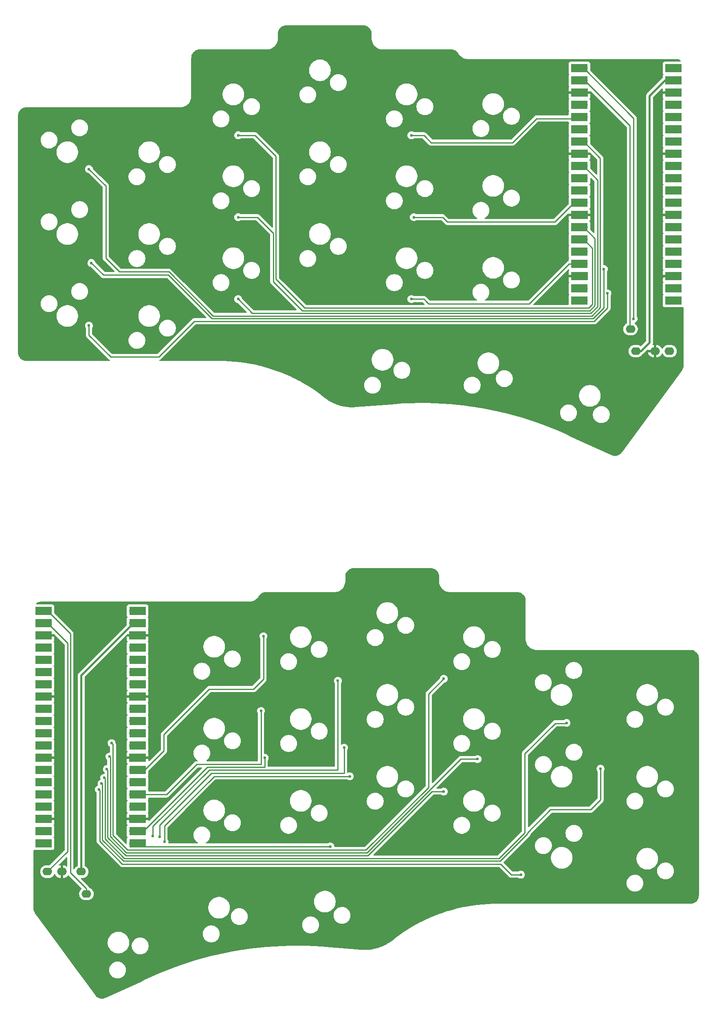
<source format=gtl>
%TF.GenerationSoftware,KiCad,Pcbnew,8.0.3*%
%TF.CreationDate,2024-06-14T18:36:55-03:00*%
%TF.ProjectId,keyboard_pcb,6b657962-6f61-4726-945f-7063622e6b69,rev1.0*%
%TF.SameCoordinates,Original*%
%TF.FileFunction,Copper,L1,Top*%
%TF.FilePolarity,Positive*%
%FSLAX46Y46*%
G04 Gerber Fmt 4.6, Leading zero omitted, Abs format (unit mm)*
G04 Created by KiCad (PCBNEW 8.0.3) date 2024-06-14 18:36:55*
%MOMM*%
%LPD*%
G01*
G04 APERTURE LIST*
%TA.AperFunction,ComponentPad*%
%ADD10O,1.700000X1.700000*%
%TD*%
%TA.AperFunction,SMDPad,CuDef*%
%ADD11R,3.500000X1.700000*%
%TD*%
%TA.AperFunction,ComponentPad*%
%ADD12R,1.700000X1.700000*%
%TD*%
%TA.AperFunction,ComponentPad*%
%ADD13O,2.000000X1.600000*%
%TD*%
%TA.AperFunction,ViaPad*%
%ADD14C,0.600000*%
%TD*%
%TA.AperFunction,Conductor*%
%ADD15C,0.400000*%
%TD*%
%TA.AperFunction,Conductor*%
%ADD16C,0.250000*%
%TD*%
G04 APERTURE END LIST*
D10*
%TO.P,U2,1,GPIO0*%
%TO.N,tx*%
X40671559Y-156753240D03*
D11*
X39771559Y-156753240D03*
D10*
%TO.P,U2,2,GPIO1*%
%TO.N,rx*%
X40671559Y-159293240D03*
D11*
X39771559Y-159293240D03*
D12*
%TO.P,U2,3,GND*%
%TO.N,GND*%
X40671559Y-161833240D03*
D11*
X39771559Y-161833240D03*
D10*
%TO.P,U2,4,GPIO2*%
%TO.N,/k03*%
X40671559Y-164373240D03*
D11*
X39771559Y-164373240D03*
D10*
%TO.P,U2,5,GPIO3*%
%TO.N,/k13*%
X40671559Y-166913240D03*
D11*
X39771559Y-166913240D03*
D10*
%TO.P,U2,6,GPIO4*%
%TO.N,/k23*%
X40671559Y-169453240D03*
D11*
X39771559Y-169453240D03*
D10*
%TO.P,U2,7,GPIO5*%
%TO.N,/k02*%
X40671559Y-171993240D03*
D11*
X39771559Y-171993240D03*
D12*
%TO.P,U2,8,GND*%
%TO.N,GND*%
X40671559Y-174533240D03*
D11*
X39771559Y-174533240D03*
D10*
%TO.P,U2,9,GPIO6*%
%TO.N,/k12*%
X40671559Y-177073240D03*
D11*
X39771559Y-177073240D03*
D10*
%TO.P,U2,10,GPIO7*%
%TO.N,/k22*%
X40671559Y-179613240D03*
D11*
X39771559Y-179613240D03*
D10*
%TO.P,U2,11,GPIO8*%
%TO.N,/k01*%
X40671559Y-182153240D03*
D11*
X39771559Y-182153240D03*
D10*
%TO.P,U2,12,GPIO9*%
%TO.N,/k11*%
X40671559Y-184693240D03*
D11*
X39771559Y-184693240D03*
D12*
%TO.P,U2,13,GND*%
%TO.N,GND*%
X40671559Y-187233240D03*
D11*
X39771559Y-187233240D03*
D10*
%TO.P,U2,14,GPIO10*%
%TO.N,/k21*%
X40671559Y-189773240D03*
D11*
X39771559Y-189773240D03*
D10*
%TO.P,U2,15,GPIO11*%
%TO.N,/k00*%
X40671559Y-192313240D03*
D11*
X39771559Y-192313240D03*
D10*
%TO.P,U2,16,GPIO12*%
%TO.N,/k10*%
X40671559Y-194853240D03*
D11*
X39771559Y-194853240D03*
D10*
%TO.P,U2,17,GPIO13*%
%TO.N,/k20*%
X40671559Y-197393240D03*
D11*
X39771559Y-197393240D03*
D12*
%TO.P,U2,18,GND*%
%TO.N,GND*%
X40671559Y-199933240D03*
D11*
X39771559Y-199933240D03*
D10*
%TO.P,U2,19,GPIO14*%
%TO.N,/k31*%
X40671559Y-202473240D03*
D11*
X39771559Y-202473240D03*
D10*
%TO.P,U2,20,GPIO15*%
%TO.N,/k32*%
X40671559Y-205013240D03*
D11*
X39771559Y-205013240D03*
D10*
%TO.P,U2,21,GPIO16*%
%TO.N,/k30*%
X58451559Y-205013240D03*
D11*
X59351559Y-205013240D03*
D10*
%TO.P,U2,22,GPIO17*%
%TO.N,/k24*%
X58451559Y-202473240D03*
D11*
X59351559Y-202473240D03*
D12*
%TO.P,U2,23,GND*%
%TO.N,GND*%
X58451559Y-199933240D03*
D11*
X59351559Y-199933240D03*
D10*
%TO.P,U2,24,GPIO18*%
%TO.N,/k25*%
X58451559Y-197393240D03*
D11*
X59351559Y-197393240D03*
D10*
%TO.P,U2,25,GPIO19*%
%TO.N,/k14*%
X58451559Y-194853240D03*
D11*
X59351559Y-194853240D03*
D10*
%TO.P,U2,26,GPIO20*%
%TO.N,/k15*%
X58451559Y-192313240D03*
D11*
X59351559Y-192313240D03*
D10*
%TO.P,U2,27,GPIO21*%
%TO.N,/k04*%
X58451559Y-189773240D03*
D11*
X59351559Y-189773240D03*
D12*
%TO.P,U2,28,GND*%
%TO.N,GND*%
X58451559Y-187233240D03*
D11*
X59351559Y-187233240D03*
D10*
%TO.P,U2,29,GPIO22*%
%TO.N,/k05*%
X58451559Y-184693240D03*
D11*
X59351559Y-184693240D03*
D10*
%TO.P,U2,30,RUN*%
%TO.N,unconnected-(U2-Pad30)*%
X58451559Y-182153240D03*
D11*
X59351559Y-182153240D03*
D10*
%TO.P,U2,31,GPIO26_ADC0*%
%TO.N,unconnected-(U2-Pad31)*%
X58451559Y-179613240D03*
D11*
X59351559Y-179613240D03*
D10*
%TO.P,U2,32,GPIO27_ADC1*%
%TO.N,unconnected-(U2-Pad32)*%
X58451559Y-177073240D03*
D11*
X59351559Y-177073240D03*
D12*
%TO.P,U2,33,AGND*%
%TO.N,GND*%
X58451559Y-174533240D03*
D11*
X59351559Y-174533240D03*
D10*
%TO.P,U2,34,GPIO28_ADC2*%
%TO.N,vbus_sense*%
X58451559Y-171993240D03*
D11*
X59351559Y-171993240D03*
D10*
%TO.P,U2,35,ADC_VREF*%
%TO.N,unconnected-(U2-Pad35)*%
X58451559Y-169453240D03*
D11*
X59351559Y-169453240D03*
D10*
%TO.P,U2,36,3V3*%
%TO.N,unconnected-(U2-Pad36)*%
X58451559Y-166913240D03*
D11*
X59351559Y-166913240D03*
D10*
%TO.P,U2,37,3V3_EN*%
%TO.N,unconnected-(U2-Pad37)*%
X58451559Y-164373240D03*
D11*
X59351559Y-164373240D03*
D12*
%TO.P,U2,38,GND*%
%TO.N,GND*%
X58451559Y-161833240D03*
D11*
X59351559Y-161833240D03*
D10*
%TO.P,U2,39,VSYS*%
%TO.N,VCC*%
X58451559Y-159293240D03*
D11*
X59351559Y-159293240D03*
D10*
%TO.P,U2,40,VBUS*%
%TO.N,VBUS*%
X58451559Y-156753240D03*
D11*
X59351559Y-156753240D03*
%TD*%
D10*
%TO.P,U2,1,GPIO0*%
%TO.N,tx*%
X152063200Y-44078000D03*
D11*
X151163200Y-44078000D03*
D10*
%TO.P,U2,2,GPIO1*%
%TO.N,rx*%
X152063200Y-46618000D03*
D11*
X151163200Y-46618000D03*
D12*
%TO.P,U2,3,GND*%
%TO.N,GND*%
X152063200Y-49158000D03*
D11*
X151163200Y-49158000D03*
D10*
%TO.P,U2,4,GPIO2*%
%TO.N,/k05*%
X152063200Y-51698000D03*
D11*
X151163200Y-51698000D03*
D10*
%TO.P,U2,5,GPIO3*%
%TO.N,/k04*%
X152063200Y-54238000D03*
D11*
X151163200Y-54238000D03*
D10*
%TO.P,U2,6,GPIO4*%
%TO.N,/k01*%
X152063200Y-56778000D03*
D11*
X151163200Y-56778000D03*
D10*
%TO.P,U2,7,GPIO5*%
%TO.N,/k00*%
X152063200Y-59318000D03*
D11*
X151163200Y-59318000D03*
D12*
%TO.P,U2,8,GND*%
%TO.N,GND*%
X152063200Y-61858000D03*
D11*
X151163200Y-61858000D03*
D10*
%TO.P,U2,9,GPIO6*%
%TO.N,/k22*%
X152063200Y-64398000D03*
D11*
X151163200Y-64398000D03*
D10*
%TO.P,U2,10,GPIO7*%
%TO.N,/k23*%
X152063200Y-66938000D03*
D11*
X151163200Y-66938000D03*
D10*
%TO.P,U2,11,GPIO8*%
%TO.N,/k15*%
X152063200Y-69478000D03*
D11*
X151163200Y-69478000D03*
D10*
%TO.P,U2,12,GPIO9*%
%TO.N,/k14*%
X152063200Y-72018000D03*
D11*
X151163200Y-72018000D03*
D12*
%TO.P,U2,13,GND*%
%TO.N,GND*%
X152063200Y-74558000D03*
D11*
X151163200Y-74558000D03*
D10*
%TO.P,U2,14,GPIO10*%
%TO.N,/k12*%
X152063200Y-77098000D03*
D11*
X151163200Y-77098000D03*
D10*
%TO.P,U2,15,GPIO11*%
%TO.N,/k02*%
X152063200Y-79638000D03*
D11*
X151163200Y-79638000D03*
D10*
%TO.P,U2,16,GPIO12*%
%TO.N,/k25*%
X152063200Y-82178000D03*
D11*
X151163200Y-82178000D03*
D10*
%TO.P,U2,17,GPIO13*%
%TO.N,/k24*%
X152063200Y-84718000D03*
D11*
X151163200Y-84718000D03*
D12*
%TO.P,U2,18,GND*%
%TO.N,GND*%
X152063200Y-87258000D03*
D11*
X151163200Y-87258000D03*
D10*
%TO.P,U2,19,GPIO14*%
%TO.N,/k13*%
X152063200Y-89798000D03*
D11*
X151163200Y-89798000D03*
D10*
%TO.P,U2,20,GPIO15*%
%TO.N,/k03*%
X152063200Y-92338000D03*
D11*
X151163200Y-92338000D03*
D10*
%TO.P,U2,21,GPIO16*%
%TO.N,/k32*%
X169843200Y-92338000D03*
D11*
X170743200Y-92338000D03*
D10*
%TO.P,U2,22,GPIO17*%
%TO.N,/k30*%
X169843200Y-89798000D03*
D11*
X170743200Y-89798000D03*
D12*
%TO.P,U2,23,GND*%
%TO.N,GND*%
X169843200Y-87258000D03*
D11*
X170743200Y-87258000D03*
D10*
%TO.P,U2,24,GPIO18*%
%TO.N,/k31*%
X169843200Y-84718000D03*
D11*
X170743200Y-84718000D03*
D10*
%TO.P,U2,25,GPIO19*%
%TO.N,/k21*%
X169843200Y-82178000D03*
D11*
X170743200Y-82178000D03*
D10*
%TO.P,U2,26,GPIO20*%
%TO.N,/k11*%
X169843200Y-79638000D03*
D11*
X170743200Y-79638000D03*
D10*
%TO.P,U2,27,GPIO21*%
%TO.N,/k20*%
X169843200Y-77098000D03*
D11*
X170743200Y-77098000D03*
D12*
%TO.P,U2,28,GND*%
%TO.N,GND*%
X169843200Y-74558000D03*
D11*
X170743200Y-74558000D03*
D10*
%TO.P,U2,29,GPIO22*%
%TO.N,/k10*%
X169843200Y-72018000D03*
D11*
X170743200Y-72018000D03*
D10*
%TO.P,U2,30,RUN*%
%TO.N,unconnected-(U2-Pad30)*%
X169843200Y-69478000D03*
D11*
X170743200Y-69478000D03*
D10*
%TO.P,U2,31,GPIO26_ADC0*%
%TO.N,unconnected-(U2-Pad31)*%
X169843200Y-66938000D03*
D11*
X170743200Y-66938000D03*
D10*
%TO.P,U2,32,GPIO27_ADC1*%
%TO.N,unconnected-(U2-Pad32)*%
X169843200Y-64398000D03*
D11*
X170743200Y-64398000D03*
D12*
%TO.P,U2,33,AGND*%
%TO.N,GND*%
X169843200Y-61858000D03*
D11*
X170743200Y-61858000D03*
D10*
%TO.P,U2,34,GPIO28_ADC2*%
%TO.N,vbus_sense*%
X169843200Y-59318000D03*
D11*
X170743200Y-59318000D03*
D10*
%TO.P,U2,35,ADC_VREF*%
%TO.N,unconnected-(U2-Pad35)*%
X169843200Y-56778000D03*
D11*
X170743200Y-56778000D03*
D10*
%TO.P,U2,36,3V3*%
%TO.N,unconnected-(U2-Pad36)*%
X169843200Y-54238000D03*
D11*
X170743200Y-54238000D03*
D10*
%TO.P,U2,37,3V3_EN*%
%TO.N,unconnected-(U2-Pad37)*%
X169843200Y-51698000D03*
D11*
X170743200Y-51698000D03*
D12*
%TO.P,U2,38,GND*%
%TO.N,GND*%
X169843200Y-49158000D03*
D11*
X170743200Y-49158000D03*
D10*
%TO.P,U2,39,VSYS*%
%TO.N,VCC*%
X169843200Y-46618000D03*
D11*
X170743200Y-46618000D03*
D10*
%TO.P,U2,40,VBUS*%
%TO.N,VBUS*%
X169843200Y-44078000D03*
D11*
X170743200Y-44078000D03*
%TD*%
D13*
%TO.P,J1,1,SLEEVE*%
%TO.N,rx*%
X161800000Y-98200000D03*
%TO.P,J1,2,TIP*%
%TO.N,VCC*%
X162900000Y-102800000D03*
%TO.P,J1,3,RING1*%
%TO.N,GND*%
X166900000Y-102800000D03*
%TO.P,J1,4,RING2*%
%TO.N,tx*%
X169900000Y-102800000D03*
%TD*%
%TO.P,J1,1,SLEEVE*%
%TO.N,tx*%
X48714759Y-215475240D03*
%TO.P,J1,2,TIP*%
%TO.N,VCC*%
X47614759Y-210875240D03*
%TO.P,J1,3,RING1*%
%TO.N,GND*%
X43614759Y-210875240D03*
%TO.P,J1,4,RING2*%
%TO.N,rx*%
X40614759Y-210875240D03*
%TD*%
D14*
%TO.N,/k00*%
X49250000Y-65000000D03*
%TO.N,/k01*%
X148500000Y-180000000D03*
X52401219Y-191375240D03*
%TO.N,/k02*%
X80250000Y-58000000D03*
X122974759Y-170825240D03*
X53950739Y-184175240D03*
%TO.N,/k03*%
X62500000Y-203500000D03*
X100975000Y-171250000D03*
%TO.N,/k04*%
X116250000Y-58000000D03*
X85500000Y-162000000D03*
%TO.N,/k10*%
X156250000Y-85750000D03*
X49750000Y-84500000D03*
%TO.N,/k11*%
X155554759Y-189500000D03*
X51851699Y-192575240D03*
%TO.N,/k12*%
X130000000Y-187500000D03*
X80250000Y-75000000D03*
X53500259Y-186975240D03*
%TO.N,/k13*%
X102275000Y-185125000D03*
X63900000Y-203650000D03*
%TO.N,/k14*%
X116750000Y-75000000D03*
X85000000Y-177500000D03*
%TO.N,/k20*%
X157000000Y-90800000D03*
X49250000Y-97500000D03*
%TO.N,/k21*%
X139000000Y-211500000D03*
X51302179Y-193775240D03*
%TO.N,/k22*%
X80250000Y-92000000D03*
X52950739Y-189575240D03*
X122974759Y-194240240D03*
%TO.N,/k23*%
X64950000Y-204675000D03*
X103450000Y-191075000D03*
%TO.N,/k24*%
X116250000Y-92000000D03*
X85775000Y-187225000D03*
%TO.N,/k30*%
X99424759Y-205650740D03*
%TO.N,tx*%
X162450000Y-96100000D03*
%TD*%
D15*
%TO.N,GND*%
X169843200Y-87258000D02*
X168593200Y-87258000D01*
X168593200Y-87258000D02*
X166900000Y-88951200D01*
X166900000Y-88951200D02*
X166900000Y-102800000D01*
D16*
%TO.N,/k00*%
X52750000Y-83500000D02*
X55574511Y-86324511D01*
X65851649Y-86324511D02*
X75026219Y-95499081D01*
X49250000Y-65000000D02*
X52750000Y-68500000D01*
X75026219Y-95499081D02*
X153782555Y-95499081D01*
X155499999Y-93781637D02*
X155500000Y-62754800D01*
X52750000Y-68500000D02*
X52750000Y-83500000D01*
X155500000Y-62754800D02*
X152063200Y-59318000D01*
X153782555Y-95499081D02*
X155499999Y-93781637D01*
X55574511Y-86324511D02*
X65851649Y-86324511D01*
%TO.N,/k01*%
X56597141Y-208124760D02*
X52576199Y-204103818D01*
X146124759Y-180075240D02*
X139824759Y-186375240D01*
X52576199Y-191550220D02*
X52401219Y-191375240D01*
X148424760Y-180075240D02*
X146124759Y-180075240D01*
X52576199Y-204103818D02*
X52576199Y-191550220D01*
X148424760Y-180075240D02*
X148264759Y-180075240D01*
X139824759Y-202775240D02*
X134475239Y-208124760D01*
X134475239Y-208124760D02*
X56597141Y-208124760D01*
X148500000Y-180000000D02*
X148424760Y-180075240D01*
X139824759Y-186375240D02*
X139824759Y-202775240D01*
%TO.N,/k02*%
X122974759Y-170825240D02*
X123000000Y-170799999D01*
X122974759Y-170825240D02*
X119824759Y-173975240D01*
X153099701Y-93850521D02*
X153850111Y-93100111D01*
X80250000Y-58000000D02*
X83750000Y-58000000D01*
X106824759Y-206375240D02*
X57264537Y-206375240D01*
X54224759Y-184449260D02*
X53950739Y-184175240D01*
X153851440Y-81426240D02*
X152063200Y-79638000D01*
X57264537Y-206375240D02*
X54224759Y-203335462D01*
X119824759Y-173975240D02*
X119824759Y-193375240D01*
X54224759Y-203335462D02*
X54224759Y-184449260D01*
X119824759Y-193375240D02*
X106824759Y-206375240D01*
X94100521Y-93850521D02*
X153099701Y-93850521D01*
X153851440Y-93090008D02*
X153851440Y-81426240D01*
X83750000Y-58000000D02*
X88099520Y-62349520D01*
X88099520Y-62349520D02*
X88099520Y-87849520D01*
X88099520Y-87849520D02*
X94100521Y-93850521D01*
%TO.N,/k03*%
X100975000Y-189725000D02*
X100975000Y-171250000D01*
X74250000Y-189725000D02*
X99400000Y-189725000D01*
X62500000Y-201475000D02*
X74250000Y-189725000D01*
X62500000Y-203500000D02*
X62500000Y-201475000D01*
X99400000Y-189725000D02*
X100975000Y-189725000D01*
%TO.N,/k04*%
X64824759Y-182375240D02*
X64824759Y-185775240D01*
X83424759Y-172975240D02*
X74224759Y-172975240D01*
X85500000Y-170899998D02*
X85500000Y-162000000D01*
X120350000Y-59500000D02*
X137250000Y-59500000D01*
X85449999Y-170949999D02*
X83424759Y-172975240D01*
X118850000Y-58000000D02*
X119300000Y-58450000D01*
X74224759Y-172975240D02*
X64824759Y-182375240D01*
X60826759Y-189773240D02*
X58451559Y-189773240D01*
X85449999Y-170949999D02*
X85500000Y-170899998D01*
X119300000Y-58450000D02*
X120350000Y-59500000D01*
X64824759Y-185775240D02*
X60826759Y-189773240D01*
X116250000Y-58000000D02*
X118850000Y-58000000D01*
X137250000Y-59500000D02*
X142250000Y-54500000D01*
X151801200Y-54500000D02*
X152063200Y-54238000D01*
X142250000Y-54500000D02*
X151801200Y-54500000D01*
X151551200Y-54750000D02*
X152063200Y-54238000D01*
%TO.N,/k10*%
X74798601Y-96048601D02*
X154010173Y-96048601D01*
X156250000Y-93808774D02*
X154104387Y-95954387D01*
X52250000Y-87000000D02*
X65750000Y-87000000D01*
X65750000Y-87000000D02*
X74798601Y-96048601D01*
X49750000Y-84500000D02*
X52250000Y-87000000D01*
X154010173Y-96048601D02*
X154104387Y-95954387D01*
X154104387Y-95954387D02*
X154029387Y-96029387D01*
X156250000Y-85750000D02*
X156250000Y-93800000D01*
X156250000Y-93800000D02*
X156250000Y-93808774D01*
%TO.N,/k11*%
X56369522Y-208674279D02*
X130523799Y-208674280D01*
X52026679Y-192626160D02*
X52026680Y-204331437D01*
X140374759Y-203003058D02*
X140374759Y-202800001D01*
X51975759Y-192575240D02*
X52026679Y-192626160D01*
X140374759Y-202800001D02*
X145174760Y-198000000D01*
X155554759Y-195945241D02*
X155554759Y-189500000D01*
X51851699Y-192575240D02*
X51975759Y-192575240D01*
X52026680Y-204331437D02*
X56369522Y-208674279D01*
X134247421Y-208674760D02*
X134703057Y-208674760D01*
X153500000Y-198000000D02*
X155554759Y-195945241D01*
X130523799Y-208674280D02*
X134246941Y-208674280D01*
X145174760Y-198000000D02*
X153500000Y-198000000D01*
X134703057Y-208674760D02*
X140374759Y-203003058D01*
X134246941Y-208674280D02*
X134247421Y-208674760D01*
%TO.N,/k12*%
X80250000Y-75000000D02*
X84250000Y-75000000D01*
X126499999Y-187500000D02*
X127839999Y-187500000D01*
X53675239Y-187150220D02*
X53675239Y-203563080D01*
X53675239Y-203563080D02*
X57036919Y-206924760D01*
X57492156Y-206924759D02*
X107075240Y-206924759D01*
X107075240Y-206924759D02*
X126499999Y-187500000D01*
X57036919Y-206924760D02*
X57492156Y-206924759D01*
X153327319Y-94400041D02*
X154400960Y-93326400D01*
X53500259Y-186975240D02*
X53675239Y-187150220D01*
X154400960Y-79426738D02*
X152072222Y-77098000D01*
X154400960Y-93326400D02*
X154400960Y-79426738D01*
X152072222Y-77098000D02*
X152063200Y-77098000D01*
X127839999Y-187500000D02*
X130000000Y-187500000D01*
X93550041Y-94400041D02*
X153327319Y-94400041D01*
X84250000Y-75000000D02*
X87550000Y-78300000D01*
X87550000Y-78300000D02*
X87550000Y-88400000D01*
X87550000Y-88400000D02*
X93550041Y-94400041D01*
%TO.N,/k13*%
X63900000Y-201200000D02*
X74700000Y-190400000D01*
X74700000Y-190400000D02*
X98550000Y-190400000D01*
X102275000Y-185125000D02*
X102275000Y-185100000D01*
X63900000Y-203650000D02*
X63900000Y-201200000D01*
X102275000Y-190400000D02*
X102275000Y-185125000D01*
X98550000Y-190400000D02*
X101725000Y-190400000D01*
X101725000Y-190400000D02*
X102275000Y-190400000D01*
%TO.N,/k14*%
X150053200Y-72018000D02*
X146071200Y-76000000D01*
X85000000Y-180500000D02*
X85000000Y-177500000D01*
X146071200Y-76000000D02*
X123750000Y-76000000D01*
X71624759Y-188575240D02*
X85024759Y-188575240D01*
X123750000Y-76000000D02*
X122750000Y-75000000D01*
X58451559Y-194853240D02*
X65346759Y-194853240D01*
X85024759Y-188575240D02*
X85000000Y-188550481D01*
X152063200Y-72018000D02*
X150053200Y-72018000D01*
X65346759Y-194853240D02*
X71624759Y-188575240D01*
X122750000Y-75000000D02*
X116750000Y-75000000D01*
X85000000Y-188550481D02*
X85000000Y-180500000D01*
%TO.N,/k20*%
X49250000Y-97500000D02*
X49250000Y-99500000D01*
X157000000Y-93835912D02*
X157000000Y-90800000D01*
X154237791Y-96598121D02*
X157000000Y-93835912D01*
X49250000Y-99500000D02*
X53750000Y-104000000D01*
X63750000Y-104000000D02*
X71151879Y-96598121D01*
X71151879Y-96598121D02*
X154237791Y-96598121D01*
X53750000Y-104000000D02*
X63750000Y-104000000D01*
%TO.N,/k21*%
X134773361Y-209273361D02*
X135000000Y-209500000D01*
X51302179Y-193826160D02*
X51302179Y-193775240D01*
X135000000Y-209500000D02*
X137000000Y-211500000D01*
X137000000Y-211500000D02*
X139000000Y-211500000D01*
X127322880Y-209273361D02*
X56191466Y-209273361D01*
X51477159Y-194001140D02*
X51302179Y-193826160D01*
X127322880Y-209273361D02*
X134773361Y-209273361D01*
X56191466Y-209273361D02*
X51477161Y-204559056D01*
X51477161Y-204559056D02*
X51477159Y-194001140D01*
%TO.N,/k22*%
X52950739Y-189575240D02*
X53125719Y-189750220D01*
X154950480Y-93554018D02*
X154950480Y-67285280D01*
X153554937Y-94949561D02*
X154950480Y-93554018D01*
X56910261Y-207575240D02*
X107201897Y-207575240D01*
X53125719Y-189750220D02*
X53125719Y-203790698D01*
X83199561Y-94949561D02*
X153554937Y-94949561D01*
X107203057Y-207574760D02*
X107000480Y-207574760D01*
X120537577Y-194240240D02*
X107203057Y-207574760D01*
X53125719Y-203790698D02*
X56910261Y-207575240D01*
X80250000Y-92000000D02*
X83199561Y-94949561D01*
X154950480Y-67285280D02*
X152063200Y-64398000D01*
X122974759Y-194240240D02*
X120537577Y-194240240D01*
%TO.N,/k23*%
X97625000Y-191075000D02*
X103450000Y-191075000D01*
X103450000Y-191075000D02*
X103425000Y-191075000D01*
X64950000Y-204675000D02*
X64950000Y-201375000D01*
X64950000Y-201375000D02*
X64975000Y-201350000D01*
X75250000Y-191075000D02*
X83600000Y-191075000D01*
X64975000Y-201350000D02*
X75250000Y-191075000D01*
X83600000Y-191075000D02*
X97625000Y-191075000D01*
%TO.N,/k24*%
X119300000Y-92450000D02*
X119825000Y-92975000D01*
X85775000Y-187225000D02*
X85775000Y-189125240D01*
X85775000Y-189125240D02*
X73874759Y-189125240D01*
X116250000Y-92000000D02*
X118850000Y-92000000D01*
X118850000Y-92000000D02*
X119300000Y-92450000D01*
X119825000Y-92975000D02*
X140775000Y-92975000D01*
X60526759Y-202473240D02*
X58451559Y-202473240D01*
X73874759Y-189125240D02*
X60526759Y-202473240D01*
X140775000Y-92975000D02*
X149032000Y-84718000D01*
X149032000Y-84718000D02*
X152063200Y-84718000D01*
X149332000Y-84718000D02*
X152063200Y-84718000D01*
%TO.N,/k30*%
X59089059Y-205650740D02*
X58451559Y-205013240D01*
X99424759Y-205650740D02*
X59089059Y-205650740D01*
%TO.N,rx*%
X161800000Y-98200000D02*
X161650000Y-98050000D01*
X152272222Y-46618000D02*
X152063200Y-46618000D01*
X44824759Y-163446440D02*
X44824759Y-206665240D01*
X40671559Y-159293240D02*
X44824759Y-163446440D01*
X161650000Y-55995778D02*
X152272222Y-46618000D01*
X44824759Y-206665240D02*
X40614759Y-210875240D01*
X161650000Y-98050000D02*
X161650000Y-55995778D01*
%TO.N,tx*%
X45374279Y-211084760D02*
X45374279Y-161455960D01*
X48714759Y-215475240D02*
X48714759Y-214425240D01*
X152063200Y-44078000D02*
X162450000Y-54464800D01*
X48714759Y-214425240D02*
X45374279Y-211084760D01*
X162450000Y-54464800D02*
X162450000Y-96100000D01*
X45374279Y-161455960D02*
X40671559Y-156753240D01*
D15*
%TO.N,VCC*%
X168932000Y-46618000D02*
X169843200Y-46618000D01*
X47624759Y-170103138D02*
X58434657Y-159293240D01*
X163950000Y-102800000D02*
X165750000Y-101000000D01*
X165750000Y-101000000D02*
X165750000Y-49800000D01*
X58434657Y-159293240D02*
X58451559Y-159293240D01*
X162900000Y-102800000D02*
X163950000Y-102800000D01*
X47614759Y-210875240D02*
X47624759Y-210865240D01*
X47624759Y-210865240D02*
X47624759Y-170103138D01*
X165750000Y-49800000D02*
X168932000Y-46618000D01*
%TD*%
%TA.AperFunction,Conductor*%
%TO.N,GND*%
G36*
X106254418Y-35150816D02*
G01*
X106490140Y-35167674D01*
X106507641Y-35170191D01*
X106734229Y-35219482D01*
X106751188Y-35224461D01*
X106888672Y-35275740D01*
X106968462Y-35305501D01*
X106984555Y-35312851D01*
X107188068Y-35423977D01*
X107202951Y-35433542D01*
X107388579Y-35572501D01*
X107401950Y-35584087D01*
X107565912Y-35748049D01*
X107577498Y-35761420D01*
X107716457Y-35947048D01*
X107726022Y-35961931D01*
X107837148Y-36165444D01*
X107844498Y-36181537D01*
X107925535Y-36398803D01*
X107930519Y-36415779D01*
X107979807Y-36642352D01*
X107982325Y-36659864D01*
X107999184Y-36895581D01*
X107999500Y-36904427D01*
X107999500Y-37855830D01*
X107999500Y-37900000D01*
X107999500Y-38036130D01*
X108032318Y-38306405D01*
X108053635Y-38392891D01*
X108097475Y-38570759D01*
X108194019Y-38825322D01*
X108320544Y-39066397D01*
X108475206Y-39290462D01*
X108475208Y-39290464D01*
X108475210Y-39290467D01*
X108655746Y-39494251D01*
X108655748Y-39494253D01*
X108859532Y-39674789D01*
X108859538Y-39674794D01*
X109083603Y-39829456D01*
X109324678Y-39955981D01*
X109500988Y-40022846D01*
X109579240Y-40052524D01*
X109579242Y-40052524D01*
X109579246Y-40052526D01*
X109843595Y-40117682D01*
X110069690Y-40145135D01*
X110113868Y-40150500D01*
X110113870Y-40150500D01*
X110200172Y-40150500D01*
X124505830Y-40150500D01*
X124545882Y-40150500D01*
X124554116Y-40150773D01*
X124766371Y-40164901D01*
X124782669Y-40167081D01*
X124987135Y-40208397D01*
X125003018Y-40212722D01*
X125200203Y-40280773D01*
X125215363Y-40287161D01*
X125401797Y-40380749D01*
X125415976Y-40389089D01*
X125481209Y-40433542D01*
X125588351Y-40506554D01*
X125601315Y-40516712D01*
X125663519Y-40572501D01*
X125756597Y-40655982D01*
X125768093Y-40667760D01*
X125903554Y-40826389D01*
X125913391Y-40839593D01*
X126028008Y-41016905D01*
X126030692Y-41021251D01*
X126031769Y-41023078D01*
X126033302Y-41025753D01*
X126052522Y-41060323D01*
X126052524Y-41060324D01*
X126053396Y-41061893D01*
X126061616Y-41073732D01*
X126101041Y-41140714D01*
X126101046Y-41140722D01*
X126260078Y-41350853D01*
X126260080Y-41350855D01*
X126442250Y-41541290D01*
X126442252Y-41541291D01*
X126442254Y-41541294D01*
X126645128Y-41709487D01*
X126645136Y-41709493D01*
X126713774Y-41754153D01*
X126866022Y-41853215D01*
X127101991Y-41970558D01*
X127349900Y-42059959D01*
X127606451Y-42120228D01*
X127868235Y-42150564D01*
X127999997Y-42150498D01*
X171181165Y-42150498D01*
X171181169Y-42150500D01*
X171205830Y-42150500D01*
X171245572Y-42150500D01*
X171254418Y-42150816D01*
X171461675Y-42165639D01*
X171479180Y-42168156D01*
X171677882Y-42211381D01*
X171694847Y-42216362D01*
X171885382Y-42287428D01*
X171901465Y-42294772D01*
X172039511Y-42370152D01*
X172079940Y-42392228D01*
X172094823Y-42401793D01*
X172220981Y-42496233D01*
X172262853Y-42552166D01*
X172267837Y-42621858D01*
X172234353Y-42683181D01*
X172173030Y-42716666D01*
X172146671Y-42719500D01*
X168944545Y-42719500D01*
X168883997Y-42726011D01*
X168883995Y-42726011D01*
X168746995Y-42777111D01*
X168629939Y-42864739D01*
X168542311Y-42981795D01*
X168491211Y-43118795D01*
X168491211Y-43118797D01*
X168484700Y-43179345D01*
X168484700Y-44016687D01*
X168484276Y-44026928D01*
X168480044Y-44077995D01*
X168480044Y-44078004D01*
X168484276Y-44129070D01*
X168484700Y-44139311D01*
X168484700Y-44976654D01*
X168491211Y-45037202D01*
X168491211Y-45037204D01*
X168542311Y-45174204D01*
X168616785Y-45273689D01*
X168641202Y-45339154D01*
X168626350Y-45407427D01*
X168616785Y-45422311D01*
X168542311Y-45521795D01*
X168491211Y-45658795D01*
X168491211Y-45658797D01*
X168484700Y-45719345D01*
X168484700Y-46011967D01*
X168465015Y-46079006D01*
X168448381Y-46099648D01*
X165199674Y-49348353D01*
X165199668Y-49348361D01*
X165122137Y-49464394D01*
X165122135Y-49464399D01*
X165084369Y-49555572D01*
X165084368Y-49555573D01*
X165068727Y-49593336D01*
X165068725Y-49593342D01*
X165041500Y-49730214D01*
X165041500Y-100655167D01*
X165021815Y-100722206D01*
X165005181Y-100742848D01*
X164023648Y-101724380D01*
X163962325Y-101757865D01*
X163892633Y-101752881D01*
X163863083Y-101737018D01*
X163785803Y-101680871D01*
X163602294Y-101587367D01*
X163406408Y-101523719D01*
X163230794Y-101495905D01*
X163202981Y-101491500D01*
X162597019Y-101491500D01*
X162572550Y-101495375D01*
X162393591Y-101523719D01*
X162197705Y-101587367D01*
X162014193Y-101680873D01*
X161847576Y-101801926D01*
X161847571Y-101801930D01*
X161701930Y-101947571D01*
X161701926Y-101947576D01*
X161580873Y-102114193D01*
X161487367Y-102297705D01*
X161423719Y-102493591D01*
X161391500Y-102697019D01*
X161391500Y-102902980D01*
X161423719Y-103106408D01*
X161487367Y-103302294D01*
X161551349Y-103427863D01*
X161580868Y-103485798D01*
X161580873Y-103485806D01*
X161701926Y-103652423D01*
X161701930Y-103652428D01*
X161847571Y-103798069D01*
X161847576Y-103798073D01*
X161992908Y-103903661D01*
X162014197Y-103919129D01*
X162131128Y-103978709D01*
X162197705Y-104012632D01*
X162197707Y-104012632D01*
X162197710Y-104012634D01*
X162236760Y-104025322D01*
X162393591Y-104076280D01*
X162495305Y-104092390D01*
X162597019Y-104108500D01*
X162597020Y-104108500D01*
X163202980Y-104108500D01*
X163202981Y-104108500D01*
X163406408Y-104076280D01*
X163602290Y-104012634D01*
X163785803Y-103919129D01*
X163952430Y-103798068D01*
X164098068Y-103652430D01*
X164219129Y-103485803D01*
X164219134Y-103485792D01*
X164221680Y-103481640D01*
X164223172Y-103482554D01*
X164265944Y-103437244D01*
X164281026Y-103429759D01*
X164285601Y-103427865D01*
X164401643Y-103350328D01*
X165224359Y-102527611D01*
X165285679Y-102494128D01*
X165355370Y-102499112D01*
X165406328Y-102534763D01*
X165415925Y-102546000D01*
X166327032Y-102546000D01*
X166280667Y-102626306D01*
X166250000Y-102740756D01*
X166250000Y-102859244D01*
X166280667Y-102973694D01*
X166327032Y-103054000D01*
X165415925Y-103054000D01*
X165424207Y-103106292D01*
X165487826Y-103302095D01*
X165487827Y-103302098D01*
X165581298Y-103485542D01*
X165702315Y-103652107D01*
X165847892Y-103797684D01*
X166014457Y-103918701D01*
X166197901Y-104012172D01*
X166197904Y-104012173D01*
X166393707Y-104075792D01*
X166597053Y-104108000D01*
X166646000Y-104108000D01*
X166646000Y-103250000D01*
X167154000Y-103250000D01*
X167154000Y-104108000D01*
X167202947Y-104108000D01*
X167406292Y-104075792D01*
X167602095Y-104012173D01*
X167602098Y-104012172D01*
X167785542Y-103918701D01*
X167952107Y-103797684D01*
X168097684Y-103652107D01*
X168218701Y-103485542D01*
X168289235Y-103347114D01*
X168337210Y-103296318D01*
X168405031Y-103279523D01*
X168471166Y-103302061D01*
X168510205Y-103347114D01*
X168580868Y-103485798D01*
X168580873Y-103485806D01*
X168701926Y-103652423D01*
X168701930Y-103652428D01*
X168847571Y-103798069D01*
X168847576Y-103798073D01*
X168992908Y-103903661D01*
X169014197Y-103919129D01*
X169131128Y-103978709D01*
X169197705Y-104012632D01*
X169197707Y-104012632D01*
X169197710Y-104012634D01*
X169236760Y-104025322D01*
X169393591Y-104076280D01*
X169495305Y-104092390D01*
X169597019Y-104108500D01*
X169597020Y-104108500D01*
X170202980Y-104108500D01*
X170202981Y-104108500D01*
X170406408Y-104076280D01*
X170602290Y-104012634D01*
X170785803Y-103919129D01*
X170952430Y-103798068D01*
X171098068Y-103652430D01*
X171219129Y-103485803D01*
X171312634Y-103302290D01*
X171376280Y-103106408D01*
X171408500Y-102902981D01*
X171408500Y-102697019D01*
X171382801Y-102534763D01*
X171376280Y-102493591D01*
X171329624Y-102350000D01*
X171312634Y-102297710D01*
X171312632Y-102297707D01*
X171312632Y-102297705D01*
X171278709Y-102231128D01*
X171219129Y-102114197D01*
X171164210Y-102038607D01*
X171098073Y-101947576D01*
X171098069Y-101947571D01*
X170952428Y-101801930D01*
X170952423Y-101801926D01*
X170785806Y-101680873D01*
X170785805Y-101680872D01*
X170785803Y-101680871D01*
X170728496Y-101651671D01*
X170602294Y-101587367D01*
X170406408Y-101523719D01*
X170230794Y-101495905D01*
X170202981Y-101491500D01*
X169597019Y-101491500D01*
X169572550Y-101495375D01*
X169393591Y-101523719D01*
X169197705Y-101587367D01*
X169014193Y-101680873D01*
X168847576Y-101801926D01*
X168847571Y-101801930D01*
X168701930Y-101947571D01*
X168701926Y-101947576D01*
X168580870Y-102114197D01*
X168580869Y-102114198D01*
X168510204Y-102252885D01*
X168462230Y-102303681D01*
X168394409Y-102320476D01*
X168328274Y-102297938D01*
X168289236Y-102252885D01*
X168218705Y-102114462D01*
X168097684Y-101947892D01*
X167952107Y-101802315D01*
X167785542Y-101681298D01*
X167602098Y-101587827D01*
X167602095Y-101587826D01*
X167406292Y-101524207D01*
X167202947Y-101492000D01*
X167154000Y-101492000D01*
X167154000Y-102350000D01*
X166646000Y-102350000D01*
X166646000Y-101492000D01*
X166597053Y-101492000D01*
X166511836Y-101505497D01*
X166442542Y-101496542D01*
X166389090Y-101451546D01*
X166368451Y-101384795D01*
X166377876Y-101335574D01*
X166399984Y-101282197D01*
X166399986Y-101282192D01*
X166431271Y-101206666D01*
X166431273Y-101206662D01*
X166458500Y-101069781D01*
X166458500Y-50144831D01*
X166478185Y-50077792D01*
X166494814Y-50057155D01*
X168273519Y-48278449D01*
X168334842Y-48244965D01*
X168404534Y-48249949D01*
X168460467Y-48291821D01*
X168484884Y-48357285D01*
X168485200Y-48366131D01*
X168485200Y-48904000D01*
X169400949Y-48904000D01*
X169367955Y-48961147D01*
X169333200Y-49090857D01*
X169333200Y-49225143D01*
X169367955Y-49354853D01*
X169400949Y-49412000D01*
X168485200Y-49412000D01*
X168485200Y-50056581D01*
X168491706Y-50117097D01*
X168542753Y-50253961D01*
X168542754Y-50253962D01*
X168617097Y-50353272D01*
X168641514Y-50418737D01*
X168626662Y-50487010D01*
X168617097Y-50501894D01*
X168542311Y-50601795D01*
X168491211Y-50738795D01*
X168491211Y-50738797D01*
X168484700Y-50799345D01*
X168484700Y-51636687D01*
X168484276Y-51646928D01*
X168480044Y-51697995D01*
X168480044Y-51698004D01*
X168484276Y-51749070D01*
X168484700Y-51759311D01*
X168484700Y-52596654D01*
X168491211Y-52657202D01*
X168491211Y-52657204D01*
X168525096Y-52748049D01*
X168542311Y-52794204D01*
X168591154Y-52859451D01*
X168616785Y-52893689D01*
X168641202Y-52959154D01*
X168626350Y-53027427D01*
X168616785Y-53042311D01*
X168542311Y-53141795D01*
X168491211Y-53278795D01*
X168491211Y-53278797D01*
X168484700Y-53339345D01*
X168484700Y-54176687D01*
X168484276Y-54186928D01*
X168480064Y-54237762D01*
X168480044Y-54238000D01*
X168483525Y-54280014D01*
X168484276Y-54289070D01*
X168484700Y-54299311D01*
X168484700Y-55136654D01*
X168491211Y-55197202D01*
X168491211Y-55197204D01*
X168515879Y-55263339D01*
X168542311Y-55334204D01*
X168560812Y-55358919D01*
X168616785Y-55433689D01*
X168641202Y-55499154D01*
X168626350Y-55567427D01*
X168616785Y-55582311D01*
X168542311Y-55681795D01*
X168491211Y-55818795D01*
X168491211Y-55818797D01*
X168484700Y-55879345D01*
X168484700Y-56716687D01*
X168484276Y-56726928D01*
X168480044Y-56777995D01*
X168480044Y-56778004D01*
X168484276Y-56829070D01*
X168484700Y-56839311D01*
X168484700Y-57676654D01*
X168491211Y-57737202D01*
X168491211Y-57737204D01*
X168515879Y-57803339D01*
X168542311Y-57874204D01*
X168560812Y-57898919D01*
X168616785Y-57973689D01*
X168641202Y-58039154D01*
X168626350Y-58107427D01*
X168616785Y-58122311D01*
X168542311Y-58221795D01*
X168491211Y-58358795D01*
X168491211Y-58358797D01*
X168484700Y-58419345D01*
X168484700Y-59256687D01*
X168484276Y-59266928D01*
X168480044Y-59317995D01*
X168480044Y-59318004D01*
X168484276Y-59369070D01*
X168484700Y-59379311D01*
X168484700Y-60216654D01*
X168491211Y-60277202D01*
X168491211Y-60277204D01*
X168542311Y-60414204D01*
X168617097Y-60514107D01*
X168641514Y-60579569D01*
X168626663Y-60647842D01*
X168617097Y-60662726D01*
X168542756Y-60762033D01*
X168542753Y-60762038D01*
X168491706Y-60898902D01*
X168485200Y-60959418D01*
X168485200Y-61604000D01*
X169400949Y-61604000D01*
X169367955Y-61661147D01*
X169333200Y-61790857D01*
X169333200Y-61925143D01*
X169367955Y-62054853D01*
X169400949Y-62112000D01*
X168485200Y-62112000D01*
X168485200Y-62756581D01*
X168491706Y-62817097D01*
X168542753Y-62953961D01*
X168542754Y-62953962D01*
X168617097Y-63053272D01*
X168641514Y-63118737D01*
X168626662Y-63187010D01*
X168617097Y-63201894D01*
X168542311Y-63301795D01*
X168491211Y-63438795D01*
X168491211Y-63438797D01*
X168484700Y-63499345D01*
X168484700Y-64336687D01*
X168484276Y-64346928D01*
X168480044Y-64397995D01*
X168480044Y-64398004D01*
X168484276Y-64449070D01*
X168484700Y-64459311D01*
X168484700Y-65296654D01*
X168491211Y-65357202D01*
X168491211Y-65357204D01*
X168542311Y-65494204D01*
X168616785Y-65593689D01*
X168641202Y-65659154D01*
X168626350Y-65727427D01*
X168616785Y-65742311D01*
X168542311Y-65841795D01*
X168491211Y-65978795D01*
X168491211Y-65978797D01*
X168484700Y-66039345D01*
X168484700Y-66876687D01*
X168484276Y-66886928D01*
X168480044Y-66937995D01*
X168480044Y-66938004D01*
X168484276Y-66989070D01*
X168484700Y-66999311D01*
X168484700Y-67836654D01*
X168491211Y-67897202D01*
X168491211Y-67897204D01*
X168542311Y-68034204D01*
X168616785Y-68133689D01*
X168641202Y-68199154D01*
X168626350Y-68267427D01*
X168616785Y-68282311D01*
X168542311Y-68381795D01*
X168491211Y-68518795D01*
X168491211Y-68518797D01*
X168484700Y-68579345D01*
X168484700Y-69416687D01*
X168484276Y-69426928D01*
X168480044Y-69477995D01*
X168480044Y-69478004D01*
X168484276Y-69529070D01*
X168484700Y-69539311D01*
X168484700Y-70376654D01*
X168491211Y-70437202D01*
X168491211Y-70437204D01*
X168542311Y-70574204D01*
X168571609Y-70613342D01*
X168616785Y-70673689D01*
X168641202Y-70739154D01*
X168626350Y-70807427D01*
X168616785Y-70822311D01*
X168542311Y-70921795D01*
X168491211Y-71058795D01*
X168491211Y-71058797D01*
X168484700Y-71119345D01*
X168484700Y-71956687D01*
X168484276Y-71966928D01*
X168480044Y-72017995D01*
X168480044Y-72018004D01*
X168484276Y-72069070D01*
X168484700Y-72079311D01*
X168484700Y-72916654D01*
X168491211Y-72977202D01*
X168491211Y-72977204D01*
X168542311Y-73114204D01*
X168617097Y-73214107D01*
X168641514Y-73279569D01*
X168626663Y-73347842D01*
X168617097Y-73362726D01*
X168542756Y-73462033D01*
X168542753Y-73462038D01*
X168491706Y-73598902D01*
X168485200Y-73659418D01*
X168485200Y-74304000D01*
X169400949Y-74304000D01*
X169367955Y-74361147D01*
X169333200Y-74490857D01*
X169333200Y-74625143D01*
X169367955Y-74754853D01*
X169400949Y-74812000D01*
X168485200Y-74812000D01*
X168485200Y-75456581D01*
X168491706Y-75517097D01*
X168542753Y-75653961D01*
X168542754Y-75653962D01*
X168617097Y-75753272D01*
X168641514Y-75818737D01*
X168626662Y-75887010D01*
X168617097Y-75901894D01*
X168542311Y-76001795D01*
X168491211Y-76138795D01*
X168491211Y-76138797D01*
X168484700Y-76199345D01*
X168484700Y-77036687D01*
X168484276Y-77046928D01*
X168480044Y-77097995D01*
X168480044Y-77098004D01*
X168484276Y-77149070D01*
X168484700Y-77159311D01*
X168484700Y-77996654D01*
X168491211Y-78057202D01*
X168491211Y-78057204D01*
X168524888Y-78147492D01*
X168542311Y-78194204D01*
X168599223Y-78270230D01*
X168616785Y-78293689D01*
X168641202Y-78359154D01*
X168626350Y-78427427D01*
X168616785Y-78442311D01*
X168542311Y-78541795D01*
X168491211Y-78678795D01*
X168491211Y-78678797D01*
X168484700Y-78739345D01*
X168484700Y-79576687D01*
X168484276Y-79586928D01*
X168480044Y-79637995D01*
X168480044Y-79638004D01*
X168484276Y-79689070D01*
X168484700Y-79699311D01*
X168484700Y-80536654D01*
X168491211Y-80597202D01*
X168491211Y-80597204D01*
X168542311Y-80734204D01*
X168616785Y-80833689D01*
X168641202Y-80899154D01*
X168626350Y-80967427D01*
X168616785Y-80982311D01*
X168542311Y-81081795D01*
X168491211Y-81218795D01*
X168491211Y-81218797D01*
X168484700Y-81279345D01*
X168484700Y-82116687D01*
X168484276Y-82126928D01*
X168480044Y-82177995D01*
X168480044Y-82178004D01*
X168484276Y-82229070D01*
X168484700Y-82239311D01*
X168484700Y-83076654D01*
X168491211Y-83137202D01*
X168491211Y-83137204D01*
X168535372Y-83255600D01*
X168542311Y-83274204D01*
X168614135Y-83370150D01*
X168616785Y-83373689D01*
X168641202Y-83439154D01*
X168626350Y-83507427D01*
X168616785Y-83522311D01*
X168542311Y-83621795D01*
X168491211Y-83758795D01*
X168491211Y-83758797D01*
X168484700Y-83819345D01*
X168484700Y-84656687D01*
X168484276Y-84666928D01*
X168480044Y-84717995D01*
X168480044Y-84718004D01*
X168484276Y-84769070D01*
X168484700Y-84779311D01*
X168484700Y-85616654D01*
X168491211Y-85677202D01*
X168491211Y-85677204D01*
X168523253Y-85763109D01*
X168542311Y-85814204D01*
X168617097Y-85914107D01*
X168641514Y-85979569D01*
X168626663Y-86047842D01*
X168617097Y-86062726D01*
X168542756Y-86162033D01*
X168542753Y-86162038D01*
X168491706Y-86298902D01*
X168485200Y-86359418D01*
X168485200Y-87004000D01*
X169400949Y-87004000D01*
X169367955Y-87061147D01*
X169333200Y-87190857D01*
X169333200Y-87325143D01*
X169367955Y-87454853D01*
X169400949Y-87512000D01*
X168485200Y-87512000D01*
X168485200Y-88156581D01*
X168491706Y-88217097D01*
X168542753Y-88353961D01*
X168542754Y-88353962D01*
X168617097Y-88453272D01*
X168641514Y-88518737D01*
X168626662Y-88587010D01*
X168617097Y-88601894D01*
X168542311Y-88701795D01*
X168491211Y-88838795D01*
X168491211Y-88838797D01*
X168484700Y-88899345D01*
X168484700Y-89736687D01*
X168484276Y-89746928D01*
X168480044Y-89797995D01*
X168480044Y-89798004D01*
X168484276Y-89849070D01*
X168484700Y-89859311D01*
X168484700Y-90696654D01*
X168491211Y-90757202D01*
X168491211Y-90757204D01*
X168507174Y-90800000D01*
X168542311Y-90894204D01*
X168607320Y-90981046D01*
X168616785Y-90993689D01*
X168641202Y-91059154D01*
X168626350Y-91127427D01*
X168616785Y-91142311D01*
X168542311Y-91241795D01*
X168491211Y-91378795D01*
X168491211Y-91378797D01*
X168484700Y-91439345D01*
X168484700Y-92276687D01*
X168484276Y-92286928D01*
X168480044Y-92337995D01*
X168480044Y-92338004D01*
X168484276Y-92389070D01*
X168484700Y-92399311D01*
X168484700Y-93236654D01*
X168491211Y-93297202D01*
X168491211Y-93297204D01*
X168542311Y-93434204D01*
X168629939Y-93551261D01*
X168746996Y-93638889D01*
X168883999Y-93689989D01*
X168911250Y-93692918D01*
X168944545Y-93696499D01*
X168944562Y-93696500D01*
X172541838Y-93696500D01*
X172541854Y-93696499D01*
X172568892Y-93693591D01*
X172602401Y-93689989D01*
X172602404Y-93689988D01*
X172632165Y-93678888D01*
X172701857Y-93673903D01*
X172763180Y-93707387D01*
X172796666Y-93768710D01*
X172799500Y-93795069D01*
X172799500Y-105895973D01*
X172799239Y-105904015D01*
X172786987Y-106092520D01*
X172784905Y-106108468D01*
X172749139Y-106289841D01*
X172745010Y-106305387D01*
X172686072Y-106480593D01*
X172679967Y-106495472D01*
X172598840Y-106661593D01*
X172590859Y-106675558D01*
X172486685Y-106833148D01*
X172482035Y-106839709D01*
X172454663Y-106875791D01*
X172450125Y-106883118D01*
X160030681Y-123757449D01*
X160021102Y-123768942D01*
X160014802Y-123775633D01*
X159996093Y-123804142D01*
X159992293Y-123809608D01*
X159979330Y-123827221D01*
X159977961Y-123829045D01*
X159850420Y-123995823D01*
X159838572Y-124009197D01*
X159679947Y-124164157D01*
X159666299Y-124175690D01*
X159487049Y-124306244D01*
X159471886Y-124315695D01*
X159275734Y-124419132D01*
X159259369Y-124426306D01*
X159050393Y-124500476D01*
X159033168Y-124505224D01*
X158815689Y-124548593D01*
X158797960Y-124550815D01*
X158576521Y-124562476D01*
X158558657Y-124562128D01*
X158337833Y-124541843D01*
X158320204Y-124538931D01*
X158104587Y-124487119D01*
X158087559Y-124481703D01*
X157878118Y-124398038D01*
X157873215Y-124395956D01*
X157871629Y-124395242D01*
X157868362Y-124393714D01*
X157833098Y-124376588D01*
X157817435Y-124370867D01*
X150488469Y-121074385D01*
X150484394Y-121072463D01*
X149963181Y-120814869D01*
X149750256Y-120709637D01*
X148253715Y-120011953D01*
X148253696Y-120011944D01*
X146741664Y-119348531D01*
X145214914Y-118719729D01*
X143674243Y-118125866D01*
X142120394Y-117567228D01*
X140554267Y-117044141D01*
X138976643Y-116556863D01*
X137388303Y-116105637D01*
X135790131Y-115690713D01*
X135790121Y-115690710D01*
X135790107Y-115690707D01*
X134951396Y-115493233D01*
X147144270Y-115493233D01*
X147144270Y-115722716D01*
X147164298Y-115874837D01*
X147174222Y-115950213D01*
X147215867Y-116105637D01*
X147233612Y-116171862D01*
X147321420Y-116383851D01*
X147321427Y-116383865D01*
X147436162Y-116582592D01*
X147575851Y-116764636D01*
X147575859Y-116764645D01*
X147738100Y-116926886D01*
X147738108Y-116926893D01*
X147920152Y-117066582D01*
X147920155Y-117066583D01*
X147920158Y-117066586D01*
X148118882Y-117181319D01*
X148118887Y-117181321D01*
X148118893Y-117181324D01*
X148210250Y-117219165D01*
X148330883Y-117269133D01*
X148552532Y-117328523D01*
X148780036Y-117358475D01*
X148780043Y-117358475D01*
X149009497Y-117358475D01*
X149009504Y-117358475D01*
X149237008Y-117328523D01*
X149458657Y-117269133D01*
X149670658Y-117181319D01*
X149869382Y-117066586D01*
X150051431Y-116926894D01*
X150051435Y-116926889D01*
X150051440Y-116926886D01*
X150213681Y-116764645D01*
X150213684Y-116764640D01*
X150213689Y-116764636D01*
X150353381Y-116582587D01*
X150468114Y-116383863D01*
X150555928Y-116171862D01*
X150615318Y-115950213D01*
X150625242Y-115874837D01*
X153972774Y-115874837D01*
X153972774Y-116104320D01*
X153981667Y-116171862D01*
X154002726Y-116331817D01*
X154016672Y-116383863D01*
X154062116Y-116553466D01*
X154149924Y-116765455D01*
X154149931Y-116765469D01*
X154264666Y-116964196D01*
X154404355Y-117146240D01*
X154404363Y-117146249D01*
X154566604Y-117308490D01*
X154566612Y-117308497D01*
X154748656Y-117448186D01*
X154748659Y-117448187D01*
X154748662Y-117448190D01*
X154947386Y-117562923D01*
X154947391Y-117562925D01*
X154947397Y-117562928D01*
X155038754Y-117600769D01*
X155159387Y-117650737D01*
X155381036Y-117710127D01*
X155608540Y-117740079D01*
X155608547Y-117740079D01*
X155838001Y-117740079D01*
X155838008Y-117740079D01*
X156065512Y-117710127D01*
X156287161Y-117650737D01*
X156499162Y-117562923D01*
X156697886Y-117448190D01*
X156879935Y-117308498D01*
X156879939Y-117308493D01*
X156879944Y-117308490D01*
X157042185Y-117146249D01*
X157042188Y-117146244D01*
X157042193Y-117146240D01*
X157181885Y-116964191D01*
X157296618Y-116765467D01*
X157296959Y-116764645D01*
X157299132Y-116759396D01*
X157384432Y-116553466D01*
X157443822Y-116331817D01*
X157473774Y-116104313D01*
X157473774Y-115874845D01*
X157443822Y-115647341D01*
X157384432Y-115425692D01*
X157296618Y-115213691D01*
X157181885Y-115014967D01*
X157181882Y-115014964D01*
X157181881Y-115014961D01*
X157042192Y-114832917D01*
X157042185Y-114832909D01*
X156879944Y-114670668D01*
X156879935Y-114670660D01*
X156697891Y-114530971D01*
X156499164Y-114416236D01*
X156499150Y-114416229D01*
X156287161Y-114328421D01*
X156065512Y-114269031D01*
X156027489Y-114264025D01*
X155838015Y-114239079D01*
X155838008Y-114239079D01*
X155608540Y-114239079D01*
X155608532Y-114239079D01*
X155391989Y-114267588D01*
X155381036Y-114269031D01*
X155306301Y-114289056D01*
X155159386Y-114328421D01*
X154947397Y-114416229D01*
X154947383Y-114416236D01*
X154748656Y-114530971D01*
X154566612Y-114670660D01*
X154404355Y-114832917D01*
X154264666Y-115014961D01*
X154149931Y-115213688D01*
X154149924Y-115213702D01*
X154062116Y-115425691D01*
X154044015Y-115493247D01*
X154006951Y-115631575D01*
X154002727Y-115647338D01*
X154002725Y-115647349D01*
X153972774Y-115874837D01*
X150625242Y-115874837D01*
X150645270Y-115722709D01*
X150645270Y-115493241D01*
X150615318Y-115265737D01*
X150555928Y-115044088D01*
X150490501Y-114886134D01*
X150468119Y-114832098D01*
X150468116Y-114832092D01*
X150468114Y-114832087D01*
X150353381Y-114633363D01*
X150353378Y-114633360D01*
X150353377Y-114633357D01*
X150252534Y-114501937D01*
X150213689Y-114451314D01*
X150213688Y-114451313D01*
X150213681Y-114451305D01*
X150051440Y-114289064D01*
X150051431Y-114289056D01*
X149869387Y-114149367D01*
X149670660Y-114034632D01*
X149670646Y-114034625D01*
X149458657Y-113946817D01*
X149237008Y-113887427D01*
X149198985Y-113882421D01*
X149009511Y-113857475D01*
X149009504Y-113857475D01*
X148780036Y-113857475D01*
X148780028Y-113857475D01*
X148563485Y-113885984D01*
X148552532Y-113887427D01*
X148458846Y-113912529D01*
X148330882Y-113946817D01*
X148118893Y-114034625D01*
X148118879Y-114034632D01*
X147920152Y-114149367D01*
X147738108Y-114289056D01*
X147575851Y-114451313D01*
X147436162Y-114633357D01*
X147321427Y-114832084D01*
X147321420Y-114832098D01*
X147233612Y-115044087D01*
X147174223Y-115265734D01*
X147174221Y-115265745D01*
X147144270Y-115493233D01*
X134951396Y-115493233D01*
X134182875Y-115312285D01*
X134182877Y-115312285D01*
X134182871Y-115312284D01*
X132567438Y-114970567D01*
X131830217Y-114832084D01*
X130944643Y-114665733D01*
X129315323Y-114397938D01*
X127931189Y-114202707D01*
X127680299Y-114167319D01*
X126040510Y-113974007D01*
X124396711Y-113818091D01*
X124396700Y-113818090D01*
X124396698Y-113818090D01*
X124203444Y-113804192D01*
X122749749Y-113699651D01*
X121100561Y-113618757D01*
X119449962Y-113575446D01*
X117798805Y-113569739D01*
X116147904Y-113601643D01*
X114498197Y-113671139D01*
X112850498Y-113778190D01*
X112029753Y-113850314D01*
X112028635Y-113850407D01*
X104785113Y-114420957D01*
X104784674Y-114420954D01*
X104732076Y-114425134D01*
X104728219Y-114425380D01*
X104148597Y-114453299D01*
X104140867Y-114453430D01*
X103562579Y-114445201D01*
X103554855Y-114444851D01*
X102978165Y-114400597D01*
X102970479Y-114399765D01*
X102397699Y-114319661D01*
X102390079Y-114318352D01*
X101823399Y-114202707D01*
X101815876Y-114200926D01*
X101257494Y-114050190D01*
X101250096Y-114047943D01*
X100702207Y-113862704D01*
X100694964Y-113860001D01*
X100159670Y-113640974D01*
X100152609Y-113637824D01*
X99892317Y-113511848D01*
X99632015Y-113385867D01*
X99625184Y-113382294D01*
X99439604Y-113277729D01*
X99121277Y-113098369D01*
X99114663Y-113094365D01*
X98697894Y-112824003D01*
X98629454Y-112779605D01*
X98623108Y-112775201D01*
X98157454Y-112430069D01*
X98154015Y-112427426D01*
X97725360Y-112085854D01*
X97516898Y-111930282D01*
X151099292Y-111930282D01*
X151099292Y-112224481D01*
X151099293Y-112224498D01*
X151137693Y-112516178D01*
X151213844Y-112800376D01*
X151326426Y-113072176D01*
X151326434Y-113072192D01*
X151473532Y-113326971D01*
X151473543Y-113326987D01*
X151652640Y-113560391D01*
X151652646Y-113560398D01*
X151860675Y-113768427D01*
X151860682Y-113768433D01*
X152015757Y-113887426D01*
X152094095Y-113947537D01*
X152094102Y-113947541D01*
X152348881Y-114094639D01*
X152348897Y-114094647D01*
X152620697Y-114207229D01*
X152620699Y-114207229D01*
X152620705Y-114207232D01*
X152904892Y-114283380D01*
X153196586Y-114321782D01*
X153196593Y-114321782D01*
X153490791Y-114321782D01*
X153490798Y-114321782D01*
X153782492Y-114283380D01*
X154066679Y-114207232D01*
X154231144Y-114139109D01*
X154338486Y-114094647D01*
X154338489Y-114094645D01*
X154338495Y-114094643D01*
X154593289Y-113947537D01*
X154826703Y-113768432D01*
X155034742Y-113560393D01*
X155213847Y-113326979D01*
X155360953Y-113072185D01*
X155473542Y-112800369D01*
X155549690Y-112516182D01*
X155588092Y-112224488D01*
X155588092Y-111930276D01*
X155549690Y-111638582D01*
X155473542Y-111354395D01*
X155470363Y-111346720D01*
X155360957Y-111082587D01*
X155360949Y-111082571D01*
X155213851Y-110827792D01*
X155213847Y-110827785D01*
X155162284Y-110760587D01*
X155034743Y-110594372D01*
X155034737Y-110594365D01*
X154826708Y-110386336D01*
X154826701Y-110386330D01*
X154593297Y-110207233D01*
X154593295Y-110207231D01*
X154593289Y-110207227D01*
X154593284Y-110207224D01*
X154593281Y-110207222D01*
X154338502Y-110060124D01*
X154338486Y-110060116D01*
X154066686Y-109947534D01*
X153782488Y-109871383D01*
X153490808Y-109832983D01*
X153490803Y-109832982D01*
X153490798Y-109832982D01*
X153196586Y-109832982D01*
X153196580Y-109832982D01*
X153196575Y-109832983D01*
X152904895Y-109871383D01*
X152620697Y-109947534D01*
X152348897Y-110060116D01*
X152348881Y-110060124D01*
X152094102Y-110207222D01*
X152094086Y-110207233D01*
X151860682Y-110386330D01*
X151860675Y-110386336D01*
X151652646Y-110594365D01*
X151652640Y-110594372D01*
X151473543Y-110827776D01*
X151473532Y-110827792D01*
X151326434Y-111082571D01*
X151326426Y-111082587D01*
X151213844Y-111354387D01*
X151137693Y-111638585D01*
X151099293Y-111930265D01*
X151099292Y-111930282D01*
X97516898Y-111930282D01*
X96842581Y-111427051D01*
X95939342Y-110796488D01*
X95016639Y-110194865D01*
X94380603Y-109808282D01*
X94292048Y-109754458D01*
X106415722Y-109754458D01*
X106415722Y-109983941D01*
X106437654Y-110150520D01*
X106445674Y-110211438D01*
X106492536Y-110386330D01*
X106505064Y-110433087D01*
X106592872Y-110645076D01*
X106592879Y-110645090D01*
X106707614Y-110843817D01*
X106847303Y-111025861D01*
X106847311Y-111025870D01*
X107009552Y-111188111D01*
X107009560Y-111188118D01*
X107191604Y-111327807D01*
X107191607Y-111327808D01*
X107191610Y-111327811D01*
X107390334Y-111442544D01*
X107390339Y-111442546D01*
X107390345Y-111442549D01*
X107435979Y-111461451D01*
X107602335Y-111530358D01*
X107823984Y-111589748D01*
X108051488Y-111619700D01*
X108051495Y-111619700D01*
X108280949Y-111619700D01*
X108280956Y-111619700D01*
X108508460Y-111589748D01*
X108730109Y-111530358D01*
X108942110Y-111442544D01*
X109140834Y-111327811D01*
X109322883Y-111188119D01*
X109322887Y-111188114D01*
X109322892Y-111188111D01*
X109485133Y-111025870D01*
X109485136Y-111025865D01*
X109485141Y-111025861D01*
X109624833Y-110843812D01*
X109739566Y-110645088D01*
X109827380Y-110433087D01*
X109886770Y-110211438D01*
X109916722Y-109983934D01*
X109916722Y-109773367D01*
X127131148Y-109773367D01*
X127131148Y-110002850D01*
X127156094Y-110192324D01*
X127161100Y-110230347D01*
X127161101Y-110230349D01*
X127220490Y-110451996D01*
X127308298Y-110663985D01*
X127308304Y-110663997D01*
X127384797Y-110796488D01*
X127423040Y-110862726D01*
X127562729Y-111044770D01*
X127562737Y-111044779D01*
X127724978Y-111207020D01*
X127724986Y-111207027D01*
X127907030Y-111346716D01*
X127907033Y-111346717D01*
X127907036Y-111346720D01*
X128105760Y-111461453D01*
X128105765Y-111461455D01*
X128105771Y-111461458D01*
X128197128Y-111499299D01*
X128317761Y-111549267D01*
X128539410Y-111608657D01*
X128755960Y-111637166D01*
X128766731Y-111638585D01*
X128766914Y-111638609D01*
X128766921Y-111638609D01*
X128996375Y-111638609D01*
X128996382Y-111638609D01*
X129223886Y-111608657D01*
X129445535Y-111549267D01*
X129657536Y-111461453D01*
X129856260Y-111346720D01*
X130038309Y-111207028D01*
X130038313Y-111207023D01*
X130038318Y-111207020D01*
X130200559Y-111044779D01*
X130200562Y-111044774D01*
X130200567Y-111044770D01*
X130340259Y-110862721D01*
X130454992Y-110663997D01*
X130542806Y-110451996D01*
X130602196Y-110230347D01*
X130632148Y-110002843D01*
X130632148Y-109773375D01*
X130602196Y-109545871D01*
X130542806Y-109324222D01*
X130454992Y-109112221D01*
X130340259Y-108913497D01*
X130340256Y-108913494D01*
X130340255Y-108913491D01*
X130200566Y-108731447D01*
X130200559Y-108731439D01*
X130038318Y-108569198D01*
X130038309Y-108569190D01*
X129856265Y-108429501D01*
X129823508Y-108410589D01*
X129761210Y-108374621D01*
X133825743Y-108374621D01*
X133825743Y-108604104D01*
X133840020Y-108712539D01*
X133855695Y-108831601D01*
X133855696Y-108831603D01*
X133915085Y-109053250D01*
X134002893Y-109265239D01*
X134002900Y-109265253D01*
X134117635Y-109463980D01*
X134257324Y-109646024D01*
X134257332Y-109646033D01*
X134419573Y-109808274D01*
X134419581Y-109808281D01*
X134419582Y-109808282D01*
X134451773Y-109832983D01*
X134601625Y-109947970D01*
X134601628Y-109947971D01*
X134601631Y-109947974D01*
X134800355Y-110062707D01*
X134800360Y-110062709D01*
X134800366Y-110062712D01*
X134891723Y-110100553D01*
X135012356Y-110150521D01*
X135234005Y-110209911D01*
X135461509Y-110239863D01*
X135461516Y-110239863D01*
X135690970Y-110239863D01*
X135690977Y-110239863D01*
X135918481Y-110209911D01*
X136140130Y-110150521D01*
X136352131Y-110062707D01*
X136550855Y-109947974D01*
X136732904Y-109808282D01*
X136732908Y-109808277D01*
X136732913Y-109808274D01*
X136895154Y-109646033D01*
X136895157Y-109646028D01*
X136895162Y-109646024D01*
X137034854Y-109463975D01*
X137149587Y-109265251D01*
X137237401Y-109053250D01*
X137296791Y-108831601D01*
X137326743Y-108604097D01*
X137326743Y-108374629D01*
X137296791Y-108147125D01*
X137237401Y-107925476D01*
X137149587Y-107713475D01*
X137034854Y-107514751D01*
X137034851Y-107514748D01*
X137034850Y-107514745D01*
X136895161Y-107332701D01*
X136895154Y-107332693D01*
X136732913Y-107170452D01*
X136732904Y-107170444D01*
X136550860Y-107030755D01*
X136352133Y-106916020D01*
X136352119Y-106916013D01*
X136140130Y-106828205D01*
X135918481Y-106768815D01*
X135880458Y-106763809D01*
X135690984Y-106738863D01*
X135690977Y-106738863D01*
X135461509Y-106738863D01*
X135461501Y-106738863D01*
X135244958Y-106767372D01*
X135234005Y-106768815D01*
X135143170Y-106793154D01*
X135012355Y-106828205D01*
X134800366Y-106916013D01*
X134800352Y-106916020D01*
X134601625Y-107030755D01*
X134419581Y-107170444D01*
X134257324Y-107332701D01*
X134117635Y-107514745D01*
X134002900Y-107713472D01*
X134002893Y-107713486D01*
X133915085Y-107925475D01*
X133915085Y-107925476D01*
X133863312Y-108118700D01*
X133855696Y-108147122D01*
X133855694Y-108147133D01*
X133825743Y-108374621D01*
X129761210Y-108374621D01*
X129657536Y-108314765D01*
X129657524Y-108314759D01*
X129445535Y-108226951D01*
X129223886Y-108167561D01*
X129185863Y-108162555D01*
X128996389Y-108137609D01*
X128996382Y-108137609D01*
X128766914Y-108137609D01*
X128766906Y-108137609D01*
X128550363Y-108166118D01*
X128539410Y-108167561D01*
X128445724Y-108192663D01*
X128317760Y-108226951D01*
X128105771Y-108314759D01*
X128105757Y-108314766D01*
X127907030Y-108429501D01*
X127724986Y-108569190D01*
X127562729Y-108731447D01*
X127423040Y-108913491D01*
X127308305Y-109112218D01*
X127308298Y-109112232D01*
X127228322Y-109305313D01*
X127220490Y-109324222D01*
X127166165Y-109526970D01*
X127161101Y-109545868D01*
X127161099Y-109545879D01*
X127131148Y-109773367D01*
X109916722Y-109773367D01*
X109916722Y-109754466D01*
X109886770Y-109526962D01*
X109827380Y-109305313D01*
X109747403Y-109112232D01*
X109739571Y-109093323D01*
X109739568Y-109093317D01*
X109739566Y-109093312D01*
X109624833Y-108894588D01*
X109624830Y-108894585D01*
X109624829Y-108894582D01*
X109499650Y-108731447D01*
X109485141Y-108712539D01*
X109485140Y-108712538D01*
X109485133Y-108712530D01*
X109322892Y-108550289D01*
X109322883Y-108550281D01*
X109140839Y-108410592D01*
X108942112Y-108295857D01*
X108942098Y-108295850D01*
X108730109Y-108208042D01*
X108508460Y-108148652D01*
X108470437Y-108143646D01*
X108280963Y-108118700D01*
X108280956Y-108118700D01*
X108051488Y-108118700D01*
X108051480Y-108118700D01*
X107835522Y-108147133D01*
X107823984Y-108148652D01*
X107753418Y-108167560D01*
X107602334Y-108208042D01*
X107390345Y-108295850D01*
X107390331Y-108295857D01*
X107191604Y-108410592D01*
X107009560Y-108550281D01*
X106847303Y-108712538D01*
X106707614Y-108894582D01*
X106592879Y-109093309D01*
X106592872Y-109093323D01*
X106505064Y-109305312D01*
X106445675Y-109526959D01*
X106445673Y-109526970D01*
X106415722Y-109754458D01*
X94292048Y-109754458D01*
X94075334Y-109622739D01*
X94075327Y-109622735D01*
X93116404Y-109080705D01*
X92761348Y-108894588D01*
X92140775Y-108569289D01*
X91706259Y-108358776D01*
X91149476Y-108089027D01*
X91149456Y-108089018D01*
X90143431Y-107640369D01*
X89123708Y-107223791D01*
X88091308Y-106839702D01*
X88091298Y-106839698D01*
X88091291Y-106839696D01*
X87047280Y-106488490D01*
X85992643Y-106170500D01*
X85992632Y-106170497D01*
X84928459Y-105886053D01*
X84717453Y-105836753D01*
X83855825Y-105635440D01*
X82775754Y-105418899D01*
X81689420Y-105236668D01*
X80597846Y-105088912D01*
X79502158Y-104975788D01*
X78403387Y-104897402D01*
X77302721Y-104853839D01*
X76813556Y-104849993D01*
X76808735Y-104849500D01*
X76799828Y-104849500D01*
X76751313Y-104849500D01*
X76750333Y-104849496D01*
X76700229Y-104849099D01*
X76695435Y-104849500D01*
X63977931Y-104849500D01*
X63910892Y-104829815D01*
X63865137Y-104777011D01*
X63855193Y-104707853D01*
X63884218Y-104644297D01*
X63930478Y-104610939D01*
X63948763Y-104603365D01*
X64050075Y-104561400D01*
X64153833Y-104492071D01*
X64205848Y-104440056D01*
X108009405Y-104440056D01*
X108009405Y-104734255D01*
X108009406Y-104734272D01*
X108030882Y-104897403D01*
X108047807Y-105025956D01*
X108058236Y-105064879D01*
X108123957Y-105310150D01*
X108236539Y-105581950D01*
X108236547Y-105581966D01*
X108383645Y-105836745D01*
X108383656Y-105836761D01*
X108562753Y-106070165D01*
X108562759Y-106070172D01*
X108770788Y-106278201D01*
X108770795Y-106278207D01*
X108937010Y-106405748D01*
X109004208Y-106457311D01*
X109004215Y-106457315D01*
X109258994Y-106604413D01*
X109259010Y-106604421D01*
X109530810Y-106717003D01*
X109530812Y-106717003D01*
X109530818Y-106717006D01*
X109815005Y-106793154D01*
X110106699Y-106831556D01*
X110106706Y-106831556D01*
X110400904Y-106831556D01*
X110400911Y-106831556D01*
X110692605Y-106793154D01*
X110976792Y-106717006D01*
X111088622Y-106670685D01*
X112520183Y-106670685D01*
X112520183Y-106900168D01*
X112545129Y-107089642D01*
X112550135Y-107127665D01*
X112605074Y-107332701D01*
X112609525Y-107349314D01*
X112697333Y-107561303D01*
X112697340Y-107561317D01*
X112812075Y-107760044D01*
X112951764Y-107942088D01*
X112951772Y-107942097D01*
X113114013Y-108104338D01*
X113114021Y-108104345D01*
X113114022Y-108104346D01*
X113157371Y-108137609D01*
X113296065Y-108244034D01*
X113296068Y-108244035D01*
X113296071Y-108244038D01*
X113494795Y-108358771D01*
X113494800Y-108358773D01*
X113494806Y-108358776D01*
X113586163Y-108396617D01*
X113706796Y-108446585D01*
X113928445Y-108505975D01*
X114155949Y-108535927D01*
X114155956Y-108535927D01*
X114385410Y-108535927D01*
X114385417Y-108535927D01*
X114612921Y-108505975D01*
X114834570Y-108446585D01*
X115046571Y-108358771D01*
X115245295Y-108244038D01*
X115427344Y-108104346D01*
X115427348Y-108104341D01*
X115427353Y-108104338D01*
X115589594Y-107942097D01*
X115589597Y-107942092D01*
X115589602Y-107942088D01*
X115729294Y-107760039D01*
X115844027Y-107561315D01*
X115931841Y-107349314D01*
X115991231Y-107127665D01*
X116021183Y-106900161D01*
X116021183Y-106670693D01*
X115991231Y-106443189D01*
X115931841Y-106221540D01*
X115844027Y-106009539D01*
X115729294Y-105810815D01*
X115729291Y-105810812D01*
X115729290Y-105810809D01*
X115594723Y-105635440D01*
X115589602Y-105628766D01*
X115589601Y-105628765D01*
X115589594Y-105628757D01*
X115427353Y-105466516D01*
X115427344Y-105466508D01*
X115245300Y-105326819D01*
X115216428Y-105310150D01*
X115116621Y-105252526D01*
X115046573Y-105212084D01*
X115046559Y-105212077D01*
X114967312Y-105179252D01*
X130020792Y-105179252D01*
X130020792Y-105473451D01*
X130020793Y-105473468D01*
X130049179Y-105689087D01*
X130059194Y-105765152D01*
X130091589Y-105886053D01*
X130135344Y-106049346D01*
X130247926Y-106321146D01*
X130247934Y-106321162D01*
X130395032Y-106575941D01*
X130395043Y-106575957D01*
X130574140Y-106809361D01*
X130574146Y-106809368D01*
X130782175Y-107017397D01*
X130782181Y-107017402D01*
X131015595Y-107196507D01*
X131015602Y-107196511D01*
X131270381Y-107343609D01*
X131270397Y-107343617D01*
X131542197Y-107456199D01*
X131542199Y-107456199D01*
X131542205Y-107456202D01*
X131826392Y-107532350D01*
X132118086Y-107570752D01*
X132118093Y-107570752D01*
X132412291Y-107570752D01*
X132412298Y-107570752D01*
X132703992Y-107532350D01*
X132988179Y-107456202D01*
X133061510Y-107425827D01*
X133259986Y-107343617D01*
X133259989Y-107343615D01*
X133259995Y-107343613D01*
X133514789Y-107196507D01*
X133748203Y-107017402D01*
X133956242Y-106809363D01*
X134135347Y-106575949D01*
X134282453Y-106321155D01*
X134288985Y-106305387D01*
X134395039Y-106049346D01*
X134395038Y-106049346D01*
X134395042Y-106049339D01*
X134471190Y-105765152D01*
X134509592Y-105473458D01*
X134509592Y-105179246D01*
X134471190Y-104887552D01*
X134395042Y-104603365D01*
X134395039Y-104603357D01*
X134282457Y-104331557D01*
X134282449Y-104331541D01*
X134135351Y-104076762D01*
X134135347Y-104076755D01*
X133956242Y-103843341D01*
X133956237Y-103843335D01*
X133748208Y-103635306D01*
X133748201Y-103635300D01*
X133514797Y-103456203D01*
X133514795Y-103456201D01*
X133514789Y-103456197D01*
X133514784Y-103456194D01*
X133514781Y-103456192D01*
X133260002Y-103309094D01*
X133259986Y-103309086D01*
X132988186Y-103196504D01*
X132703988Y-103120353D01*
X132412308Y-103081953D01*
X132412303Y-103081952D01*
X132412298Y-103081952D01*
X132118086Y-103081952D01*
X132118080Y-103081952D01*
X132118075Y-103081953D01*
X131826395Y-103120353D01*
X131542197Y-103196504D01*
X131270397Y-103309086D01*
X131270381Y-103309094D01*
X131015602Y-103456192D01*
X131015586Y-103456203D01*
X130782182Y-103635300D01*
X130782175Y-103635306D01*
X130574146Y-103843335D01*
X130574140Y-103843342D01*
X130395043Y-104076746D01*
X130395032Y-104076762D01*
X130247934Y-104331541D01*
X130247926Y-104331557D01*
X130135344Y-104603357D01*
X130059193Y-104887555D01*
X130020793Y-105179235D01*
X130020792Y-105179252D01*
X114967312Y-105179252D01*
X114834570Y-105124269D01*
X114612921Y-105064879D01*
X114574898Y-105059873D01*
X114385424Y-105034927D01*
X114385417Y-105034927D01*
X114155949Y-105034927D01*
X114155941Y-105034927D01*
X113939398Y-105063436D01*
X113928445Y-105064879D01*
X113838752Y-105088912D01*
X113706795Y-105124269D01*
X113494806Y-105212077D01*
X113494792Y-105212084D01*
X113296065Y-105326819D01*
X113114021Y-105466508D01*
X112951764Y-105628765D01*
X112812075Y-105810809D01*
X112697340Y-106009536D01*
X112697333Y-106009550D01*
X112609525Y-106221539D01*
X112550136Y-106443186D01*
X112550134Y-106443197D01*
X112520183Y-106670685D01*
X111088622Y-106670685D01*
X111116873Y-106658983D01*
X111248599Y-106604421D01*
X111248602Y-106604419D01*
X111248608Y-106604417D01*
X111503402Y-106457311D01*
X111736816Y-106278206D01*
X111944855Y-106070167D01*
X112123960Y-105836753D01*
X112271066Y-105581959D01*
X112285204Y-105547828D01*
X112383652Y-105310150D01*
X112383651Y-105310150D01*
X112383655Y-105310143D01*
X112459803Y-105025956D01*
X112498205Y-104734262D01*
X112498205Y-104440050D01*
X112459803Y-104148356D01*
X112383655Y-103864169D01*
X112383652Y-103864161D01*
X112271070Y-103592361D01*
X112271062Y-103592345D01*
X112123964Y-103337566D01*
X112123960Y-103337559D01*
X111957292Y-103120353D01*
X111944856Y-103104146D01*
X111944850Y-103104139D01*
X111736821Y-102896110D01*
X111736814Y-102896104D01*
X111503410Y-102717007D01*
X111503408Y-102717005D01*
X111503402Y-102717001D01*
X111503397Y-102716998D01*
X111503394Y-102716996D01*
X111248615Y-102569898D01*
X111248599Y-102569890D01*
X110976799Y-102457308D01*
X110911869Y-102439910D01*
X110692605Y-102381158D01*
X110692604Y-102381157D01*
X110692601Y-102381157D01*
X110400921Y-102342757D01*
X110400916Y-102342756D01*
X110400911Y-102342756D01*
X110106699Y-102342756D01*
X110106693Y-102342756D01*
X110106688Y-102342757D01*
X109815008Y-102381157D01*
X109530810Y-102457308D01*
X109259010Y-102569890D01*
X109258994Y-102569898D01*
X109004215Y-102716996D01*
X109004199Y-102717007D01*
X108770795Y-102896104D01*
X108770788Y-102896110D01*
X108562759Y-103104139D01*
X108562753Y-103104146D01*
X108383656Y-103337550D01*
X108383645Y-103337566D01*
X108236547Y-103592345D01*
X108236539Y-103592361D01*
X108123957Y-103864161D01*
X108047806Y-104148359D01*
X108009406Y-104440039D01*
X108009405Y-104440056D01*
X64205848Y-104440056D01*
X71377965Y-97267940D01*
X71439288Y-97234455D01*
X71465646Y-97231621D01*
X154300186Y-97231621D01*
X154300187Y-97231620D01*
X154422576Y-97207276D01*
X154537866Y-97159521D01*
X154641624Y-97090192D01*
X157492071Y-94239745D01*
X157561400Y-94135987D01*
X157609155Y-94020697D01*
X157616298Y-93984785D01*
X157633500Y-93898306D01*
X157633500Y-91347160D01*
X157652507Y-91281188D01*
X157733039Y-91153022D01*
X157733041Y-91153019D01*
X157733041Y-91153017D01*
X157733043Y-91153015D01*
X157793217Y-90981047D01*
X157813616Y-90800000D01*
X157809361Y-90762240D01*
X157793218Y-90618958D01*
X157793217Y-90618953D01*
X157763750Y-90534741D01*
X157733043Y-90446985D01*
X157636111Y-90292719D01*
X157507281Y-90163889D01*
X157370211Y-90077762D01*
X157353017Y-90066958D01*
X157353016Y-90066957D01*
X157353015Y-90066957D01*
X157271995Y-90038607D01*
X157181046Y-90006782D01*
X157181042Y-90006781D01*
X156993616Y-89985664D01*
X156929202Y-89958597D01*
X156889647Y-89901003D01*
X156883500Y-89862444D01*
X156883500Y-86297160D01*
X156902507Y-86231188D01*
X156983039Y-86103022D01*
X156983041Y-86103019D01*
X156983041Y-86103017D01*
X156983043Y-86103015D01*
X157043217Y-85931047D01*
X157043868Y-85925272D01*
X157063616Y-85750003D01*
X157063616Y-85749996D01*
X157043218Y-85568958D01*
X157043217Y-85568953D01*
X156983043Y-85396985D01*
X156886111Y-85242719D01*
X156757281Y-85113889D01*
X156603017Y-85016958D01*
X156603016Y-85016957D01*
X156603015Y-85016957D01*
X156548693Y-84997949D01*
X156431046Y-84956782D01*
X156431042Y-84956781D01*
X156243615Y-84935664D01*
X156179201Y-84908598D01*
X156139646Y-84851003D01*
X156133499Y-84812444D01*
X156133499Y-73922229D01*
X156133500Y-62692406D01*
X156109155Y-62570015D01*
X156072218Y-62480843D01*
X156061401Y-62454727D01*
X156061396Y-62454718D01*
X155992072Y-62350968D01*
X155960555Y-62319451D01*
X155903833Y-62262729D01*
X153458019Y-59816915D01*
X153424534Y-59755592D01*
X153421700Y-59729234D01*
X153421700Y-59379311D01*
X153422124Y-59369070D01*
X153426356Y-59318004D01*
X153426356Y-59317995D01*
X153422124Y-59266928D01*
X153421700Y-59256687D01*
X153421700Y-58419362D01*
X153421699Y-58419345D01*
X153418357Y-58388270D01*
X153415189Y-58358799D01*
X153413032Y-58353017D01*
X153364088Y-58221793D01*
X153364087Y-58221792D01*
X153289615Y-58122311D01*
X153265197Y-58056847D01*
X153280048Y-57988574D01*
X153289615Y-57973689D01*
X153364087Y-57874207D01*
X153364088Y-57874206D01*
X153390521Y-57803339D01*
X153415189Y-57737201D01*
X153418791Y-57703692D01*
X153421699Y-57676654D01*
X153421700Y-57676637D01*
X153421700Y-56839311D01*
X153422124Y-56829070D01*
X153426356Y-56778004D01*
X153426356Y-56777995D01*
X153422124Y-56726928D01*
X153421700Y-56716687D01*
X153421700Y-55879362D01*
X153421699Y-55879345D01*
X153418357Y-55848270D01*
X153415189Y-55818799D01*
X153409715Y-55804123D01*
X153364088Y-55681793D01*
X153364087Y-55681792D01*
X153289615Y-55582311D01*
X153265197Y-55516847D01*
X153280048Y-55448574D01*
X153289615Y-55433689D01*
X153364087Y-55334207D01*
X153364088Y-55334206D01*
X153389389Y-55266374D01*
X153415189Y-55197201D01*
X153420921Y-55143887D01*
X153421699Y-55136654D01*
X153421700Y-55136637D01*
X153421700Y-54299311D01*
X153422124Y-54289070D01*
X153422875Y-54280014D01*
X153426356Y-54238000D01*
X153426336Y-54237762D01*
X153422124Y-54186928D01*
X153421700Y-54176687D01*
X153421700Y-53339362D01*
X153421699Y-53339345D01*
X153418357Y-53308270D01*
X153415189Y-53278799D01*
X153409715Y-53264123D01*
X153364088Y-53141793D01*
X153364087Y-53141792D01*
X153289615Y-53042311D01*
X153265197Y-52976847D01*
X153280048Y-52908574D01*
X153289615Y-52893689D01*
X153315246Y-52859451D01*
X153364089Y-52794204D01*
X153415189Y-52657201D01*
X153420921Y-52603887D01*
X153421699Y-52596654D01*
X153421700Y-52596637D01*
X153421700Y-51759311D01*
X153422124Y-51749070D01*
X153426356Y-51698004D01*
X153426356Y-51697995D01*
X153422124Y-51646928D01*
X153421700Y-51636687D01*
X153421700Y-50799362D01*
X153421699Y-50799345D01*
X153418357Y-50768270D01*
X153415189Y-50738799D01*
X153408583Y-50721089D01*
X153392722Y-50678564D01*
X153364089Y-50601796D01*
X153289300Y-50501891D01*
X153264885Y-50436430D01*
X153279736Y-50368157D01*
X153289303Y-50353272D01*
X153363643Y-50253966D01*
X153363646Y-50253961D01*
X153414693Y-50117097D01*
X153421199Y-50056581D01*
X153421200Y-50056580D01*
X153421200Y-49412000D01*
X152505451Y-49412000D01*
X152538445Y-49354853D01*
X152573200Y-49225143D01*
X152573200Y-49090857D01*
X152538445Y-48961147D01*
X152505451Y-48904000D01*
X153421200Y-48904000D01*
X153454078Y-48871122D01*
X153515401Y-48837637D01*
X153585093Y-48842621D01*
X153629440Y-48871122D01*
X160980181Y-56221863D01*
X161013666Y-56283186D01*
X161016500Y-56309544D01*
X161016500Y-96952757D01*
X160996815Y-97019796D01*
X160948796Y-97063241D01*
X160914195Y-97080871D01*
X160747576Y-97201926D01*
X160747571Y-97201930D01*
X160601930Y-97347571D01*
X160601926Y-97347576D01*
X160480873Y-97514193D01*
X160387367Y-97697705D01*
X160323719Y-97893591D01*
X160291500Y-98097019D01*
X160291500Y-98302980D01*
X160323719Y-98506408D01*
X160387367Y-98702294D01*
X160445241Y-98815876D01*
X160467444Y-98859452D01*
X160480873Y-98885806D01*
X160601926Y-99052423D01*
X160601930Y-99052428D01*
X160747571Y-99198069D01*
X160747576Y-99198073D01*
X160834300Y-99261081D01*
X160914197Y-99319129D01*
X161031128Y-99378709D01*
X161097705Y-99412632D01*
X161097707Y-99412632D01*
X161097710Y-99412634D01*
X161130657Y-99423339D01*
X161293591Y-99476280D01*
X161395305Y-99492390D01*
X161497019Y-99508500D01*
X161497020Y-99508500D01*
X162102980Y-99508500D01*
X162102981Y-99508500D01*
X162306408Y-99476280D01*
X162502290Y-99412634D01*
X162685803Y-99319129D01*
X162852430Y-99198068D01*
X162998068Y-99052430D01*
X163119129Y-98885803D01*
X163212634Y-98702290D01*
X163276280Y-98506408D01*
X163308500Y-98302981D01*
X163308500Y-98097019D01*
X163281297Y-97925266D01*
X163276280Y-97893591D01*
X163246749Y-97802707D01*
X163212634Y-97697710D01*
X163212632Y-97697707D01*
X163212632Y-97697705D01*
X163178056Y-97629847D01*
X163119129Y-97514197D01*
X163103661Y-97492908D01*
X162998073Y-97347576D01*
X162998069Y-97347571D01*
X162852428Y-97201930D01*
X162852423Y-97201926D01*
X162685221Y-97080447D01*
X162642555Y-97025117D01*
X162636576Y-96955504D01*
X162669181Y-96893709D01*
X162717149Y-96863088D01*
X162803015Y-96833043D01*
X162957281Y-96736111D01*
X163086111Y-96607281D01*
X163183043Y-96453015D01*
X163243217Y-96281047D01*
X163249759Y-96222987D01*
X163263616Y-96100003D01*
X163263616Y-96099996D01*
X163243218Y-95918958D01*
X163243217Y-95918953D01*
X163230971Y-95883955D01*
X163183043Y-95746985D01*
X163102506Y-95618811D01*
X163083500Y-95552839D01*
X163083500Y-54402405D01*
X163083499Y-54402401D01*
X163079488Y-54382238D01*
X163059155Y-54280015D01*
X163011400Y-54164725D01*
X163011399Y-54164724D01*
X163011396Y-54164718D01*
X162942072Y-54060968D01*
X162942071Y-54060967D01*
X162853833Y-53972729D01*
X153458019Y-44576915D01*
X153424534Y-44515592D01*
X153421700Y-44489234D01*
X153421700Y-44139311D01*
X153422124Y-44129070D01*
X153426356Y-44078004D01*
X153426356Y-44077995D01*
X153422124Y-44026928D01*
X153421700Y-44016687D01*
X153421700Y-43179362D01*
X153421699Y-43179345D01*
X153418357Y-43148270D01*
X153415189Y-43118799D01*
X153364089Y-42981796D01*
X153276461Y-42864739D01*
X153159404Y-42777111D01*
X153022403Y-42726011D01*
X152961854Y-42719500D01*
X152961838Y-42719500D01*
X149364562Y-42719500D01*
X149364545Y-42719500D01*
X149303997Y-42726011D01*
X149303995Y-42726011D01*
X149166995Y-42777111D01*
X149049939Y-42864739D01*
X148962311Y-42981795D01*
X148911211Y-43118795D01*
X148911211Y-43118797D01*
X148904700Y-43179345D01*
X148904700Y-44976654D01*
X148911211Y-45037202D01*
X148911211Y-45037204D01*
X148962311Y-45174204D01*
X149036785Y-45273689D01*
X149061202Y-45339154D01*
X149046350Y-45407427D01*
X149036785Y-45422311D01*
X148962311Y-45521795D01*
X148911211Y-45658795D01*
X148911211Y-45658797D01*
X148904700Y-45719345D01*
X148904700Y-47516654D01*
X148911211Y-47577202D01*
X148911211Y-47577204D01*
X148962311Y-47714204D01*
X149037097Y-47814107D01*
X149061514Y-47879569D01*
X149046663Y-47947842D01*
X149037097Y-47962726D01*
X148962756Y-48062033D01*
X148962753Y-48062038D01*
X148911706Y-48198902D01*
X148905200Y-48259418D01*
X148905200Y-48904000D01*
X151620949Y-48904000D01*
X151587955Y-48961147D01*
X151553200Y-49090857D01*
X151553200Y-49225143D01*
X151587955Y-49354853D01*
X151620949Y-49412000D01*
X148905200Y-49412000D01*
X148905200Y-50056581D01*
X148911706Y-50117097D01*
X148962753Y-50253961D01*
X148962754Y-50253962D01*
X149037097Y-50353272D01*
X149061514Y-50418737D01*
X149046662Y-50487010D01*
X149037097Y-50501894D01*
X148962311Y-50601795D01*
X148911211Y-50738795D01*
X148911211Y-50738797D01*
X148904700Y-50799345D01*
X148904700Y-52596654D01*
X148911211Y-52657202D01*
X148911211Y-52657204D01*
X148945096Y-52748049D01*
X148962311Y-52794204D01*
X149011154Y-52859451D01*
X149036785Y-52893689D01*
X149061202Y-52959154D01*
X149046350Y-53027427D01*
X149036785Y-53042311D01*
X148962311Y-53141795D01*
X148911211Y-53278795D01*
X148911211Y-53278797D01*
X148904700Y-53339345D01*
X148904700Y-53742500D01*
X148885015Y-53809539D01*
X148832211Y-53855294D01*
X148780700Y-53866500D01*
X142187601Y-53866500D01*
X142065222Y-53890843D01*
X142065214Y-53890845D01*
X141949927Y-53938598D01*
X141949918Y-53938603D01*
X141846167Y-54007928D01*
X141846163Y-54007931D01*
X137023915Y-58830181D01*
X136962592Y-58863666D01*
X136936234Y-58866500D01*
X120663766Y-58866500D01*
X120596727Y-58846815D01*
X120576085Y-58830181D01*
X119703833Y-57957929D01*
X119253836Y-57507931D01*
X119253832Y-57507928D01*
X119150081Y-57438603D01*
X119150072Y-57438598D01*
X119034785Y-57390845D01*
X119034777Y-57390843D01*
X118912398Y-57366500D01*
X118912394Y-57366500D01*
X116797160Y-57366500D01*
X116731188Y-57347493D01*
X116603022Y-57266960D01*
X116603019Y-57266958D01*
X116431046Y-57206782D01*
X116431041Y-57206781D01*
X116250004Y-57186384D01*
X116249996Y-57186384D01*
X116068958Y-57206781D01*
X116068953Y-57206782D01*
X115896982Y-57266958D01*
X115742718Y-57363889D01*
X115613889Y-57492718D01*
X115516958Y-57646982D01*
X115456782Y-57818953D01*
X115456781Y-57818958D01*
X115436384Y-57999996D01*
X115436384Y-58000003D01*
X115456781Y-58181041D01*
X115456782Y-58181046D01*
X115497949Y-58298693D01*
X115516957Y-58353015D01*
X115613889Y-58507281D01*
X115742719Y-58636111D01*
X115896985Y-58733043D01*
X116068953Y-58793217D01*
X116068958Y-58793218D01*
X116249996Y-58813616D01*
X116250000Y-58813616D01*
X116250004Y-58813616D01*
X116431041Y-58793218D01*
X116431044Y-58793217D01*
X116431047Y-58793217D01*
X116603015Y-58733043D01*
X116603017Y-58733041D01*
X116603019Y-58733041D01*
X116603022Y-58733039D01*
X116731188Y-58652507D01*
X116797160Y-58633500D01*
X118536234Y-58633500D01*
X118603273Y-58653185D01*
X118623915Y-58669819D01*
X118807929Y-58853833D01*
X119946163Y-59992068D01*
X119946167Y-59992071D01*
X120049918Y-60061396D01*
X120049924Y-60061399D01*
X120049925Y-60061400D01*
X120165215Y-60109155D01*
X120287601Y-60133499D01*
X120287605Y-60133500D01*
X120287606Y-60133500D01*
X137312395Y-60133500D01*
X137312396Y-60133499D01*
X137434785Y-60109155D01*
X137550075Y-60061400D01*
X137653833Y-59992071D01*
X142476085Y-55169819D01*
X142537408Y-55136334D01*
X142563766Y-55133500D01*
X148801357Y-55133500D01*
X148868396Y-55153185D01*
X148914151Y-55205989D01*
X148917538Y-55214166D01*
X148962310Y-55334203D01*
X149036785Y-55433689D01*
X149061202Y-55499154D01*
X149046350Y-55567427D01*
X149036785Y-55582311D01*
X148962311Y-55681795D01*
X148911211Y-55818795D01*
X148911211Y-55818797D01*
X148904700Y-55879345D01*
X148904700Y-57676654D01*
X148911211Y-57737202D01*
X148911211Y-57737204D01*
X148935879Y-57803339D01*
X148962311Y-57874204D01*
X148980812Y-57898919D01*
X149036785Y-57973689D01*
X149061202Y-58039154D01*
X149046350Y-58107427D01*
X149036785Y-58122311D01*
X148962311Y-58221795D01*
X148911211Y-58358795D01*
X148911211Y-58358797D01*
X148904700Y-58419345D01*
X148904700Y-60216654D01*
X148911211Y-60277202D01*
X148911211Y-60277204D01*
X148962311Y-60414204D01*
X149037097Y-60514107D01*
X149061514Y-60579569D01*
X149046663Y-60647842D01*
X149037097Y-60662726D01*
X148962756Y-60762033D01*
X148962753Y-60762038D01*
X148911706Y-60898902D01*
X148905200Y-60959418D01*
X148905200Y-61604000D01*
X151620949Y-61604000D01*
X151587955Y-61661147D01*
X151553200Y-61790857D01*
X151553200Y-61925143D01*
X151587955Y-62054853D01*
X151620949Y-62112000D01*
X148905200Y-62112000D01*
X148905200Y-62756581D01*
X148911706Y-62817097D01*
X148962753Y-62953961D01*
X148962754Y-62953962D01*
X149037097Y-63053272D01*
X149061514Y-63118737D01*
X149046662Y-63187010D01*
X149037097Y-63201894D01*
X148962311Y-63301795D01*
X148911211Y-63438795D01*
X148911211Y-63438797D01*
X148904700Y-63499345D01*
X148904700Y-65296654D01*
X148911211Y-65357202D01*
X148911211Y-65357204D01*
X148962311Y-65494204D01*
X149036785Y-65593689D01*
X149061202Y-65659154D01*
X149046350Y-65727427D01*
X149036785Y-65742311D01*
X148962311Y-65841795D01*
X148911211Y-65978795D01*
X148911211Y-65978797D01*
X148904700Y-66039345D01*
X148904700Y-67836654D01*
X148911211Y-67897202D01*
X148911211Y-67897204D01*
X148962311Y-68034204D01*
X149036785Y-68133689D01*
X149061202Y-68199154D01*
X149046350Y-68267427D01*
X149036785Y-68282311D01*
X148962311Y-68381795D01*
X148911211Y-68518795D01*
X148911211Y-68518797D01*
X148904700Y-68579345D01*
X148904700Y-70376654D01*
X148911211Y-70437202D01*
X148911211Y-70437204D01*
X148962311Y-70574204D01*
X148991609Y-70613342D01*
X149036785Y-70673689D01*
X149061202Y-70739154D01*
X149046350Y-70807427D01*
X149036785Y-70822311D01*
X148962311Y-70921795D01*
X148911211Y-71058795D01*
X148911211Y-71058797D01*
X148904700Y-71119345D01*
X148904700Y-72219234D01*
X148885015Y-72286273D01*
X148868381Y-72306915D01*
X145845115Y-75330181D01*
X145783792Y-75363666D01*
X145757434Y-75366500D01*
X131579465Y-75366500D01*
X131512426Y-75346815D01*
X131466671Y-75294011D01*
X131456727Y-75224853D01*
X131485752Y-75161297D01*
X131517465Y-75135113D01*
X131684612Y-75038611D01*
X131866661Y-74898919D01*
X131866665Y-74898914D01*
X131866670Y-74898911D01*
X132028911Y-74736670D01*
X132028914Y-74736665D01*
X132028919Y-74736661D01*
X132168611Y-74554612D01*
X132283344Y-74355888D01*
X132371158Y-74143887D01*
X132430548Y-73922238D01*
X132460500Y-73694734D01*
X132460500Y-73465266D01*
X132430548Y-73237762D01*
X132371158Y-73016113D01*
X132283344Y-72804112D01*
X132168611Y-72605388D01*
X132168608Y-72605385D01*
X132168607Y-72605382D01*
X132028918Y-72423338D01*
X132028911Y-72423330D01*
X131866670Y-72261089D01*
X131866661Y-72261081D01*
X131684617Y-72121392D01*
X131485890Y-72006657D01*
X131485876Y-72006650D01*
X131273887Y-71918842D01*
X131052238Y-71859452D01*
X131014215Y-71854446D01*
X130824741Y-71829500D01*
X130824734Y-71829500D01*
X130595266Y-71829500D01*
X130595258Y-71829500D01*
X130378715Y-71858009D01*
X130367762Y-71859452D01*
X130274076Y-71884554D01*
X130146112Y-71918842D01*
X129934123Y-72006650D01*
X129934109Y-72006657D01*
X129735382Y-72121392D01*
X129553338Y-72261081D01*
X129391081Y-72423338D01*
X129251392Y-72605382D01*
X129136657Y-72804109D01*
X129136650Y-72804123D01*
X129048842Y-73016112D01*
X129048842Y-73016113D01*
X128991803Y-73228990D01*
X128989453Y-73237759D01*
X128989451Y-73237770D01*
X128959500Y-73465258D01*
X128959500Y-73694741D01*
X128968387Y-73762238D01*
X128989452Y-73922238D01*
X129032462Y-74082755D01*
X129048842Y-74143887D01*
X129136650Y-74355876D01*
X129136657Y-74355890D01*
X129251392Y-74554617D01*
X129391081Y-74736661D01*
X129391089Y-74736670D01*
X129553330Y-74898911D01*
X129553338Y-74898918D01*
X129735382Y-75038607D01*
X129735385Y-75038608D01*
X129735388Y-75038611D01*
X129809082Y-75081158D01*
X129902535Y-75135113D01*
X129950751Y-75185680D01*
X129963974Y-75254287D01*
X129938006Y-75319152D01*
X129881091Y-75359680D01*
X129840535Y-75366500D01*
X124063767Y-75366500D01*
X123996728Y-75346815D01*
X123976086Y-75330181D01*
X123153836Y-74507931D01*
X123153832Y-74507928D01*
X123050081Y-74438603D01*
X123050072Y-74438598D01*
X122934785Y-74390845D01*
X122934777Y-74390843D01*
X122812398Y-74366500D01*
X122812394Y-74366500D01*
X117297160Y-74366500D01*
X117231188Y-74347493D01*
X117103022Y-74266960D01*
X117103019Y-74266958D01*
X116931046Y-74206782D01*
X116931041Y-74206781D01*
X116750004Y-74186384D01*
X116749996Y-74186384D01*
X116568958Y-74206781D01*
X116568953Y-74206782D01*
X116396982Y-74266958D01*
X116242718Y-74363889D01*
X116113889Y-74492718D01*
X116016958Y-74646982D01*
X115956782Y-74818953D01*
X115956781Y-74818958D01*
X115936384Y-74999996D01*
X115936384Y-75000003D01*
X115956781Y-75181041D01*
X115956782Y-75181046D01*
X115996311Y-75294011D01*
X116016957Y-75353015D01*
X116113889Y-75507281D01*
X116242719Y-75636111D01*
X116396985Y-75733043D01*
X116568953Y-75793217D01*
X116568958Y-75793218D01*
X116749996Y-75813616D01*
X116750000Y-75813616D01*
X116750004Y-75813616D01*
X116931041Y-75793218D01*
X116931044Y-75793217D01*
X116931047Y-75793217D01*
X117103015Y-75733043D01*
X117103017Y-75733041D01*
X117103019Y-75733041D01*
X117103022Y-75733039D01*
X117231188Y-75652507D01*
X117297160Y-75633500D01*
X122436234Y-75633500D01*
X122503273Y-75653185D01*
X122523915Y-75669819D01*
X123346163Y-76492069D01*
X123346167Y-76492072D01*
X123449921Y-76561399D01*
X123449923Y-76561399D01*
X123449925Y-76561401D01*
X123531447Y-76595168D01*
X123565215Y-76609155D01*
X123565217Y-76609155D01*
X123565222Y-76609157D01*
X123687601Y-76633499D01*
X123687605Y-76633500D01*
X123687606Y-76633500D01*
X146133595Y-76633500D01*
X146133596Y-76633499D01*
X146255985Y-76609155D01*
X146371275Y-76561400D01*
X146475033Y-76492071D01*
X148696471Y-74270633D01*
X148757794Y-74237148D01*
X148827486Y-74242132D01*
X148871833Y-74270633D01*
X148905200Y-74304000D01*
X151620949Y-74304000D01*
X151587955Y-74361147D01*
X151553200Y-74490857D01*
X151553200Y-74625143D01*
X151587955Y-74754853D01*
X151620949Y-74812000D01*
X148905200Y-74812000D01*
X148905200Y-75456581D01*
X148911706Y-75517097D01*
X148962753Y-75653961D01*
X148962754Y-75653962D01*
X149037097Y-75753272D01*
X149061514Y-75818737D01*
X149046662Y-75887010D01*
X149037097Y-75901894D01*
X148962311Y-76001795D01*
X148911211Y-76138795D01*
X148911211Y-76138797D01*
X148904700Y-76199345D01*
X148904700Y-77996654D01*
X148911211Y-78057202D01*
X148911211Y-78057204D01*
X148944888Y-78147492D01*
X148962311Y-78194204D01*
X149019223Y-78270230D01*
X149036785Y-78293689D01*
X149061202Y-78359154D01*
X149046350Y-78427427D01*
X149036785Y-78442311D01*
X148962311Y-78541795D01*
X148911211Y-78678795D01*
X148911211Y-78678797D01*
X148904700Y-78739345D01*
X148904700Y-80536654D01*
X148911211Y-80597202D01*
X148911211Y-80597204D01*
X148962311Y-80734204D01*
X149036785Y-80833689D01*
X149061202Y-80899154D01*
X149046350Y-80967427D01*
X149036785Y-80982311D01*
X148962311Y-81081795D01*
X148911211Y-81218795D01*
X148911211Y-81218797D01*
X148904700Y-81279345D01*
X148904700Y-83076654D01*
X148911211Y-83137202D01*
X148911211Y-83137204D01*
X148955372Y-83255600D01*
X148962311Y-83274204D01*
X149034135Y-83370150D01*
X149036785Y-83373689D01*
X149061202Y-83439154D01*
X149046350Y-83507427D01*
X149036785Y-83522311D01*
X148962311Y-83621795D01*
X148911211Y-83758795D01*
X148911211Y-83758797D01*
X148904700Y-83819345D01*
X148904700Y-84002179D01*
X148885015Y-84069218D01*
X148832211Y-84114973D01*
X148828154Y-84116740D01*
X148731924Y-84156600D01*
X148731918Y-84156603D01*
X148628167Y-84225928D01*
X148628163Y-84225931D01*
X140548915Y-92305181D01*
X140487592Y-92338666D01*
X140461234Y-92341500D01*
X131622766Y-92341500D01*
X131555727Y-92321815D01*
X131509972Y-92269011D01*
X131500028Y-92199853D01*
X131529053Y-92136297D01*
X131560764Y-92110113D01*
X131684612Y-92038611D01*
X131866661Y-91898919D01*
X131866665Y-91898914D01*
X131866670Y-91898911D01*
X132028911Y-91736670D01*
X132028914Y-91736665D01*
X132028919Y-91736661D01*
X132168611Y-91554612D01*
X132283344Y-91355888D01*
X132371158Y-91143887D01*
X132430548Y-90922238D01*
X132460500Y-90694734D01*
X132460500Y-90465266D01*
X132430548Y-90237762D01*
X132371158Y-90016113D01*
X132304086Y-89854188D01*
X132283349Y-89804123D01*
X132283346Y-89804117D01*
X132283344Y-89804112D01*
X132168611Y-89605388D01*
X132168608Y-89605385D01*
X132168607Y-89605382D01*
X132028918Y-89423338D01*
X132028911Y-89423330D01*
X131866670Y-89261089D01*
X131866661Y-89261081D01*
X131684617Y-89121392D01*
X131485890Y-89006657D01*
X131485876Y-89006650D01*
X131273887Y-88918842D01*
X131052238Y-88859452D01*
X131014215Y-88854446D01*
X130824741Y-88829500D01*
X130824734Y-88829500D01*
X130595266Y-88829500D01*
X130595258Y-88829500D01*
X130378715Y-88858009D01*
X130367762Y-88859452D01*
X130274076Y-88884554D01*
X130146112Y-88918842D01*
X129934123Y-89006650D01*
X129934109Y-89006657D01*
X129735382Y-89121392D01*
X129553338Y-89261081D01*
X129391081Y-89423338D01*
X129251392Y-89605382D01*
X129136657Y-89804109D01*
X129136650Y-89804123D01*
X129048842Y-90016112D01*
X128989453Y-90237759D01*
X128989451Y-90237770D01*
X128959500Y-90465258D01*
X128959500Y-90694741D01*
X128973359Y-90800003D01*
X128989452Y-90922238D01*
X129031973Y-91080930D01*
X129048842Y-91143887D01*
X129136650Y-91355876D01*
X129136657Y-91355890D01*
X129251392Y-91554617D01*
X129391081Y-91736661D01*
X129391089Y-91736670D01*
X129553330Y-91898911D01*
X129553338Y-91898918D01*
X129735382Y-92038607D01*
X129735385Y-92038608D01*
X129735388Y-92038611D01*
X129859234Y-92110113D01*
X129907450Y-92160680D01*
X129920673Y-92229287D01*
X129894705Y-92294152D01*
X129837790Y-92334680D01*
X129797234Y-92341500D01*
X120138766Y-92341500D01*
X120071727Y-92321815D01*
X120051085Y-92305181D01*
X119703833Y-91957929D01*
X119253836Y-91507931D01*
X119253832Y-91507928D01*
X119150081Y-91438603D01*
X119150072Y-91438598D01*
X119034785Y-91390845D01*
X119034777Y-91390843D01*
X118912398Y-91366500D01*
X118912394Y-91366500D01*
X116797160Y-91366500D01*
X116731188Y-91347493D01*
X116603022Y-91266960D01*
X116603019Y-91266958D01*
X116431046Y-91206782D01*
X116431041Y-91206781D01*
X116250004Y-91186384D01*
X116249996Y-91186384D01*
X116068958Y-91206781D01*
X116068953Y-91206782D01*
X115896982Y-91266958D01*
X115742718Y-91363889D01*
X115613889Y-91492718D01*
X115516958Y-91646982D01*
X115456782Y-91818953D01*
X115456781Y-91818958D01*
X115436384Y-91999996D01*
X115436384Y-92000003D01*
X115456781Y-92181041D01*
X115456782Y-92181046D01*
X115487563Y-92269011D01*
X115516957Y-92353015D01*
X115613889Y-92507281D01*
X115742719Y-92636111D01*
X115896985Y-92733043D01*
X116068950Y-92793216D01*
X116068953Y-92793217D01*
X116068958Y-92793218D01*
X116249996Y-92813616D01*
X116250000Y-92813616D01*
X116250004Y-92813616D01*
X116431041Y-92793218D01*
X116431044Y-92793217D01*
X116431047Y-92793217D01*
X116603015Y-92733043D01*
X116603017Y-92733041D01*
X116603019Y-92733041D01*
X116603022Y-92733039D01*
X116731188Y-92652507D01*
X116797160Y-92633500D01*
X118536234Y-92633500D01*
X118603273Y-92653185D01*
X118623915Y-92669819D01*
X118959436Y-93005340D01*
X118992921Y-93066663D01*
X118987937Y-93136355D01*
X118946065Y-93192288D01*
X118880601Y-93216705D01*
X118871755Y-93217021D01*
X94414287Y-93217021D01*
X94347248Y-93197336D01*
X94326606Y-93180702D01*
X89611162Y-88465258D01*
X110959500Y-88465258D01*
X110959500Y-88694741D01*
X110978467Y-88838799D01*
X110989452Y-88922238D01*
X111042814Y-89121389D01*
X111048842Y-89143887D01*
X111136650Y-89355876D01*
X111136657Y-89355890D01*
X111251392Y-89554617D01*
X111391081Y-89736661D01*
X111391089Y-89736670D01*
X111553330Y-89898911D01*
X111553338Y-89898918D01*
X111735382Y-90038607D01*
X111735385Y-90038608D01*
X111735388Y-90038611D01*
X111934112Y-90153344D01*
X111934117Y-90153346D01*
X111934123Y-90153349D01*
X112025480Y-90191190D01*
X112146113Y-90241158D01*
X112367762Y-90300548D01*
X112595266Y-90330500D01*
X112595273Y-90330500D01*
X112824727Y-90330500D01*
X112824734Y-90330500D01*
X113052238Y-90300548D01*
X113273887Y-90241158D01*
X113485888Y-90153344D01*
X113684612Y-90038611D01*
X113866661Y-89898919D01*
X113866665Y-89898914D01*
X113866670Y-89898911D01*
X114028911Y-89736670D01*
X114028914Y-89736665D01*
X114028919Y-89736661D01*
X114168611Y-89554612D01*
X114283344Y-89355888D01*
X114371158Y-89143887D01*
X114430548Y-88922238D01*
X114460500Y-88694734D01*
X114460500Y-88465266D01*
X114430548Y-88237762D01*
X114371158Y-88016113D01*
X114333524Y-87925258D01*
X135309500Y-87925258D01*
X135309500Y-88154741D01*
X135320431Y-88237762D01*
X135339452Y-88382238D01*
X135381973Y-88540930D01*
X135398842Y-88603887D01*
X135486650Y-88815876D01*
X135486657Y-88815890D01*
X135601392Y-89014617D01*
X135741081Y-89196661D01*
X135741089Y-89196670D01*
X135903330Y-89358911D01*
X135903338Y-89358918D01*
X136085382Y-89498607D01*
X136085385Y-89498608D01*
X136085388Y-89498611D01*
X136284112Y-89613344D01*
X136284117Y-89613346D01*
X136284123Y-89613349D01*
X136358385Y-89644109D01*
X136496113Y-89701158D01*
X136717762Y-89760548D01*
X136945266Y-89790500D01*
X136945273Y-89790500D01*
X137174727Y-89790500D01*
X137174734Y-89790500D01*
X137402238Y-89760548D01*
X137623887Y-89701158D01*
X137835888Y-89613344D01*
X138034612Y-89498611D01*
X138216661Y-89358919D01*
X138216665Y-89358914D01*
X138216670Y-89358911D01*
X138378911Y-89196670D01*
X138378914Y-89196665D01*
X138378919Y-89196661D01*
X138518611Y-89014612D01*
X138633344Y-88815888D01*
X138721158Y-88603887D01*
X138780548Y-88382238D01*
X138810500Y-88154734D01*
X138810500Y-87925266D01*
X138780548Y-87697762D01*
X138721158Y-87476113D01*
X138633344Y-87264112D01*
X138518611Y-87065388D01*
X138518608Y-87065385D01*
X138518607Y-87065382D01*
X138378918Y-86883338D01*
X138378911Y-86883330D01*
X138216670Y-86721089D01*
X138216661Y-86721081D01*
X138034617Y-86581392D01*
X137835890Y-86466657D01*
X137835876Y-86466650D01*
X137623887Y-86378842D01*
X137402238Y-86319452D01*
X137364215Y-86314446D01*
X137174741Y-86289500D01*
X137174734Y-86289500D01*
X136945266Y-86289500D01*
X136945258Y-86289500D01*
X136728715Y-86318009D01*
X136717762Y-86319452D01*
X136634480Y-86341767D01*
X136496112Y-86378842D01*
X136284123Y-86466650D01*
X136284109Y-86466657D01*
X136085382Y-86581392D01*
X135903338Y-86721081D01*
X135741081Y-86883338D01*
X135601392Y-87065382D01*
X135486657Y-87264109D01*
X135486650Y-87264123D01*
X135398842Y-87476112D01*
X135339453Y-87697759D01*
X135339451Y-87697770D01*
X135309500Y-87925258D01*
X114333524Y-87925258D01*
X114283344Y-87804112D01*
X114168611Y-87605388D01*
X114168608Y-87605385D01*
X114168607Y-87605382D01*
X114028918Y-87423338D01*
X114028911Y-87423330D01*
X113866670Y-87261089D01*
X113866661Y-87261081D01*
X113684617Y-87121392D01*
X113485890Y-87006657D01*
X113485876Y-87006650D01*
X113273887Y-86918842D01*
X113052238Y-86859452D01*
X113014215Y-86854446D01*
X112824741Y-86829500D01*
X112824734Y-86829500D01*
X112595266Y-86829500D01*
X112595258Y-86829500D01*
X112378715Y-86858009D01*
X112367762Y-86859452D01*
X112274076Y-86884554D01*
X112146112Y-86918842D01*
X111934123Y-87006650D01*
X111934109Y-87006657D01*
X111735382Y-87121392D01*
X111553338Y-87261081D01*
X111391081Y-87423338D01*
X111251392Y-87605382D01*
X111136657Y-87804109D01*
X111136650Y-87804123D01*
X111048842Y-88016112D01*
X110989453Y-88237759D01*
X110989451Y-88237770D01*
X110959500Y-88465258D01*
X89611162Y-88465258D01*
X88769339Y-87623435D01*
X88735854Y-87562112D01*
X88733020Y-87535754D01*
X88733020Y-85925258D01*
X117309500Y-85925258D01*
X117309500Y-86154741D01*
X117328251Y-86297160D01*
X117339452Y-86382238D01*
X117369615Y-86494810D01*
X117398842Y-86603887D01*
X117486650Y-86815876D01*
X117486657Y-86815890D01*
X117601392Y-87014617D01*
X117741081Y-87196661D01*
X117741089Y-87196670D01*
X117903330Y-87358911D01*
X117903338Y-87358918D01*
X118085382Y-87498607D01*
X118085385Y-87498608D01*
X118085388Y-87498611D01*
X118284112Y-87613344D01*
X118284117Y-87613346D01*
X118284123Y-87613349D01*
X118375480Y-87651190D01*
X118496113Y-87701158D01*
X118717762Y-87760548D01*
X118945266Y-87790500D01*
X118945273Y-87790500D01*
X119174727Y-87790500D01*
X119174734Y-87790500D01*
X119402238Y-87760548D01*
X119623887Y-87701158D01*
X119835888Y-87613344D01*
X120034612Y-87498611D01*
X120216661Y-87358919D01*
X120216665Y-87358914D01*
X120216670Y-87358911D01*
X120378911Y-87196670D01*
X120378914Y-87196665D01*
X120378919Y-87196661D01*
X120518611Y-87014612D01*
X120633344Y-86815888D01*
X120721158Y-86603887D01*
X120780548Y-86382238D01*
X120810500Y-86154734D01*
X120810500Y-85925266D01*
X120780548Y-85697762D01*
X120721158Y-85476113D01*
X120670121Y-85352900D01*
X131005600Y-85352900D01*
X131005600Y-85647099D01*
X131005601Y-85647116D01*
X131042980Y-85931041D01*
X131044002Y-85938800D01*
X131101863Y-86154741D01*
X131120152Y-86222994D01*
X131232734Y-86494794D01*
X131232742Y-86494810D01*
X131379840Y-86749589D01*
X131379851Y-86749605D01*
X131558948Y-86983009D01*
X131558954Y-86983016D01*
X131766983Y-87191045D01*
X131766990Y-87191051D01*
X131933205Y-87318592D01*
X132000403Y-87370155D01*
X132000410Y-87370159D01*
X132255189Y-87517257D01*
X132255205Y-87517265D01*
X132527005Y-87629847D01*
X132527007Y-87629847D01*
X132527013Y-87629850D01*
X132811200Y-87705998D01*
X133102894Y-87744400D01*
X133102901Y-87744400D01*
X133397099Y-87744400D01*
X133397106Y-87744400D01*
X133688800Y-87705998D01*
X133972987Y-87629850D01*
X134114710Y-87571147D01*
X134244794Y-87517265D01*
X134244797Y-87517263D01*
X134244803Y-87517261D01*
X134499597Y-87370155D01*
X134733011Y-87191050D01*
X134941050Y-86983011D01*
X135120155Y-86749597D01*
X135267261Y-86494803D01*
X135278920Y-86466657D01*
X135379847Y-86222994D01*
X135379846Y-86222994D01*
X135379850Y-86222987D01*
X135455998Y-85938800D01*
X135494400Y-85647106D01*
X135494400Y-85352894D01*
X135455998Y-85061200D01*
X135379850Y-84777013D01*
X135376560Y-84769070D01*
X135267265Y-84505205D01*
X135267257Y-84505189D01*
X135120159Y-84250410D01*
X135120155Y-84250403D01*
X134941050Y-84016989D01*
X134941045Y-84016983D01*
X134733016Y-83808954D01*
X134733009Y-83808948D01*
X134499605Y-83629851D01*
X134499603Y-83629849D01*
X134499597Y-83629845D01*
X134499592Y-83629842D01*
X134499589Y-83629840D01*
X134244810Y-83482742D01*
X134244794Y-83482734D01*
X133972994Y-83370152D01*
X133688796Y-83294001D01*
X133397116Y-83255601D01*
X133397111Y-83255600D01*
X133397106Y-83255600D01*
X133102894Y-83255600D01*
X133102888Y-83255600D01*
X133102883Y-83255601D01*
X132811203Y-83294001D01*
X132527005Y-83370152D01*
X132255205Y-83482734D01*
X132255189Y-83482742D01*
X132000410Y-83629840D01*
X132000394Y-83629851D01*
X131766990Y-83808948D01*
X131766983Y-83808954D01*
X131558954Y-84016983D01*
X131558948Y-84016990D01*
X131379851Y-84250394D01*
X131379840Y-84250410D01*
X131232742Y-84505189D01*
X131232734Y-84505205D01*
X131120152Y-84777005D01*
X131044001Y-85061203D01*
X131005601Y-85352883D01*
X131005600Y-85352900D01*
X120670121Y-85352900D01*
X120660843Y-85330500D01*
X120633349Y-85264123D01*
X120633346Y-85264117D01*
X120633344Y-85264112D01*
X120518611Y-85065388D01*
X120518608Y-85065385D01*
X120518607Y-85065382D01*
X120378918Y-84883338D01*
X120378911Y-84883330D01*
X120216670Y-84721089D01*
X120216661Y-84721081D01*
X120034617Y-84581392D01*
X119835890Y-84466657D01*
X119835876Y-84466650D01*
X119623887Y-84378842D01*
X119569036Y-84364145D01*
X119402238Y-84319452D01*
X119364215Y-84314446D01*
X119174741Y-84289500D01*
X119174734Y-84289500D01*
X118945266Y-84289500D01*
X118945258Y-84289500D01*
X118728715Y-84318009D01*
X118717762Y-84319452D01*
X118624076Y-84344554D01*
X118496112Y-84378842D01*
X118284123Y-84466650D01*
X118284109Y-84466657D01*
X118085382Y-84581392D01*
X117903338Y-84721081D01*
X117741081Y-84883338D01*
X117601392Y-85065382D01*
X117486657Y-85264109D01*
X117486650Y-85264123D01*
X117398842Y-85476112D01*
X117364554Y-85604076D01*
X117344961Y-85677204D01*
X117339453Y-85697759D01*
X117339451Y-85697770D01*
X117309500Y-85925258D01*
X88733020Y-85925258D01*
X88733020Y-83465258D01*
X92959500Y-83465258D01*
X92959500Y-83694741D01*
X92975908Y-83819362D01*
X92989452Y-83922238D01*
X93028835Y-84069218D01*
X93048842Y-84143887D01*
X93136650Y-84355876D01*
X93136657Y-84355890D01*
X93251392Y-84554617D01*
X93391081Y-84736661D01*
X93391089Y-84736670D01*
X93553330Y-84898911D01*
X93553338Y-84898918D01*
X93735382Y-85038607D01*
X93735385Y-85038608D01*
X93735388Y-85038611D01*
X93934112Y-85153344D01*
X93934117Y-85153346D01*
X93934123Y-85153349D01*
X94025130Y-85191045D01*
X94146113Y-85241158D01*
X94367762Y-85300548D01*
X94595266Y-85330500D01*
X94595273Y-85330500D01*
X94824727Y-85330500D01*
X94824734Y-85330500D01*
X95052238Y-85300548D01*
X95273887Y-85241158D01*
X95485888Y-85153344D01*
X95684612Y-85038611D01*
X95866661Y-84898919D01*
X95866665Y-84898914D01*
X95866670Y-84898911D01*
X96028911Y-84736670D01*
X96028914Y-84736665D01*
X96028919Y-84736661D01*
X96168611Y-84554612D01*
X96283344Y-84355888D01*
X96371158Y-84143887D01*
X96430548Y-83922238D01*
X96460500Y-83694734D01*
X96460500Y-83465266D01*
X96445706Y-83352900D01*
X113005600Y-83352900D01*
X113005600Y-83647099D01*
X113005601Y-83647116D01*
X113041821Y-83922240D01*
X113044002Y-83938800D01*
X113099784Y-84146982D01*
X113120152Y-84222994D01*
X113232734Y-84494794D01*
X113232742Y-84494810D01*
X113379840Y-84749589D01*
X113379851Y-84749605D01*
X113558948Y-84983009D01*
X113558954Y-84983016D01*
X113766983Y-85191045D01*
X113766990Y-85191051D01*
X113906770Y-85298308D01*
X114000403Y-85370155D01*
X114000410Y-85370159D01*
X114255189Y-85517257D01*
X114255205Y-85517265D01*
X114527005Y-85629847D01*
X114527007Y-85629847D01*
X114527013Y-85629850D01*
X114811200Y-85705998D01*
X115102894Y-85744400D01*
X115102901Y-85744400D01*
X115397099Y-85744400D01*
X115397106Y-85744400D01*
X115688800Y-85705998D01*
X115972987Y-85629850D01*
X116046318Y-85599475D01*
X116244794Y-85517265D01*
X116244797Y-85517263D01*
X116244803Y-85517261D01*
X116499597Y-85370155D01*
X116733011Y-85191050D01*
X116941050Y-84983011D01*
X117120155Y-84749597D01*
X117264259Y-84500003D01*
X117267257Y-84494810D01*
X117267265Y-84494794D01*
X117368498Y-84250394D01*
X117379850Y-84222987D01*
X117455998Y-83938800D01*
X117494400Y-83647106D01*
X117494400Y-83352894D01*
X117455998Y-83061200D01*
X117379850Y-82777013D01*
X117373030Y-82760548D01*
X117267265Y-82505205D01*
X117267257Y-82505189D01*
X117120159Y-82250410D01*
X117120155Y-82250403D01*
X116941050Y-82016989D01*
X116941045Y-82016983D01*
X116733016Y-81808954D01*
X116733009Y-81808948D01*
X116499605Y-81629851D01*
X116499603Y-81629849D01*
X116499597Y-81629845D01*
X116499592Y-81629842D01*
X116499589Y-81629840D01*
X116244810Y-81482742D01*
X116244794Y-81482734D01*
X115972994Y-81370152D01*
X115688796Y-81294001D01*
X115397116Y-81255601D01*
X115397111Y-81255600D01*
X115397106Y-81255600D01*
X115102894Y-81255600D01*
X115102888Y-81255600D01*
X115102883Y-81255601D01*
X114811203Y-81294001D01*
X114527005Y-81370152D01*
X114255205Y-81482734D01*
X114255189Y-81482742D01*
X114000410Y-81629840D01*
X114000394Y-81629851D01*
X113766990Y-81808948D01*
X113766983Y-81808954D01*
X113558954Y-82016983D01*
X113558948Y-82016990D01*
X113379851Y-82250394D01*
X113379840Y-82250410D01*
X113232742Y-82505189D01*
X113232734Y-82505205D01*
X113120152Y-82777005D01*
X113044001Y-83061203D01*
X113005601Y-83352883D01*
X113005600Y-83352900D01*
X96445706Y-83352900D01*
X96430548Y-83237762D01*
X96371158Y-83016113D01*
X96283344Y-82804112D01*
X96168611Y-82605388D01*
X96168608Y-82605385D01*
X96168607Y-82605382D01*
X96028918Y-82423338D01*
X96028911Y-82423330D01*
X95866670Y-82261089D01*
X95866661Y-82261081D01*
X95684617Y-82121392D01*
X95485890Y-82006657D01*
X95485876Y-82006650D01*
X95273887Y-81918842D01*
X95052238Y-81859452D01*
X95014215Y-81854446D01*
X94824741Y-81829500D01*
X94824734Y-81829500D01*
X94595266Y-81829500D01*
X94595258Y-81829500D01*
X94378715Y-81858009D01*
X94367762Y-81859452D01*
X94274076Y-81884554D01*
X94146112Y-81918842D01*
X93934123Y-82006650D01*
X93934109Y-82006657D01*
X93735382Y-82121392D01*
X93553338Y-82261081D01*
X93391081Y-82423338D01*
X93251392Y-82605382D01*
X93136657Y-82804109D01*
X93136650Y-82804123D01*
X93048842Y-83016112D01*
X93032620Y-83076654D01*
X92996197Y-83212591D01*
X92989453Y-83237759D01*
X92989451Y-83237770D01*
X92959500Y-83465258D01*
X88733020Y-83465258D01*
X88733020Y-80925258D01*
X99309500Y-80925258D01*
X99309500Y-81154741D01*
X99325908Y-81279362D01*
X99339452Y-81382238D01*
X99339453Y-81382240D01*
X99398842Y-81603887D01*
X99486650Y-81815876D01*
X99486657Y-81815890D01*
X99601392Y-82014617D01*
X99741081Y-82196661D01*
X99741089Y-82196670D01*
X99903330Y-82358911D01*
X99903338Y-82358918D01*
X100085382Y-82498607D01*
X100085385Y-82498608D01*
X100085388Y-82498611D01*
X100284112Y-82613344D01*
X100284117Y-82613346D01*
X100284123Y-82613349D01*
X100375480Y-82651190D01*
X100496113Y-82701158D01*
X100717762Y-82760548D01*
X100945266Y-82790500D01*
X100945273Y-82790500D01*
X101174727Y-82790500D01*
X101174734Y-82790500D01*
X101402238Y-82760548D01*
X101623887Y-82701158D01*
X101835888Y-82613344D01*
X102034612Y-82498611D01*
X102216661Y-82358919D01*
X102216665Y-82358914D01*
X102216670Y-82358911D01*
X102378911Y-82196670D01*
X102378914Y-82196665D01*
X102378919Y-82196661D01*
X102518611Y-82014612D01*
X102633344Y-81815888D01*
X102721158Y-81603887D01*
X102780548Y-81382238D01*
X102810500Y-81154734D01*
X102810500Y-80925266D01*
X102780548Y-80697762D01*
X102721158Y-80476113D01*
X102633344Y-80264112D01*
X102518611Y-80065388D01*
X102518608Y-80065385D01*
X102518607Y-80065382D01*
X102378918Y-79883338D01*
X102378911Y-79883330D01*
X102216670Y-79721089D01*
X102216661Y-79721081D01*
X102034617Y-79581392D01*
X101835890Y-79466657D01*
X101835876Y-79466650D01*
X101623887Y-79378842D01*
X101402238Y-79319452D01*
X101364215Y-79314446D01*
X101174741Y-79289500D01*
X101174734Y-79289500D01*
X100945266Y-79289500D01*
X100945258Y-79289500D01*
X100728715Y-79318009D01*
X100717762Y-79319452D01*
X100628453Y-79343382D01*
X100496112Y-79378842D01*
X100284123Y-79466650D01*
X100284109Y-79466657D01*
X100085382Y-79581392D01*
X99903338Y-79721081D01*
X99741081Y-79883338D01*
X99601392Y-80065382D01*
X99486657Y-80264109D01*
X99486650Y-80264123D01*
X99398842Y-80476112D01*
X99339453Y-80697759D01*
X99339451Y-80697770D01*
X99309500Y-80925258D01*
X88733020Y-80925258D01*
X88733020Y-78352900D01*
X95005600Y-78352900D01*
X95005600Y-78647099D01*
X95005601Y-78647116D01*
X95044001Y-78938796D01*
X95120152Y-79222994D01*
X95232734Y-79494794D01*
X95232742Y-79494810D01*
X95379840Y-79749589D01*
X95379851Y-79749605D01*
X95558948Y-79983009D01*
X95558954Y-79983016D01*
X95766983Y-80191045D01*
X95766990Y-80191051D01*
X95869529Y-80269732D01*
X96000403Y-80370155D01*
X96000410Y-80370159D01*
X96255189Y-80517257D01*
X96255205Y-80517265D01*
X96527005Y-80629847D01*
X96527007Y-80629847D01*
X96527013Y-80629850D01*
X96811200Y-80705998D01*
X97102894Y-80744400D01*
X97102901Y-80744400D01*
X97397099Y-80744400D01*
X97397106Y-80744400D01*
X97688800Y-80705998D01*
X97972987Y-80629850D01*
X98197984Y-80536654D01*
X98244794Y-80517265D01*
X98244797Y-80517263D01*
X98244803Y-80517261D01*
X98499597Y-80370155D01*
X98733011Y-80191050D01*
X98941050Y-79983011D01*
X99120155Y-79749597D01*
X99267261Y-79494803D01*
X99278920Y-79466657D01*
X99379847Y-79222994D01*
X99379846Y-79222994D01*
X99379850Y-79222987D01*
X99455998Y-78938800D01*
X99494400Y-78647106D01*
X99494400Y-78352894D01*
X99455998Y-78061200D01*
X99379850Y-77777013D01*
X99352300Y-77710500D01*
X99267265Y-77505205D01*
X99267257Y-77505189D01*
X99120159Y-77250410D01*
X99120155Y-77250403D01*
X99042399Y-77149070D01*
X98941051Y-77016990D01*
X98941045Y-77016983D01*
X98733016Y-76808954D01*
X98733009Y-76808948D01*
X98499605Y-76629851D01*
X98499603Y-76629849D01*
X98499597Y-76629845D01*
X98499592Y-76629842D01*
X98499589Y-76629840D01*
X98244810Y-76482742D01*
X98244794Y-76482734D01*
X97972994Y-76370152D01*
X97719544Y-76302240D01*
X97688800Y-76294002D01*
X97688799Y-76294001D01*
X97688796Y-76294001D01*
X97397116Y-76255601D01*
X97397111Y-76255600D01*
X97397106Y-76255600D01*
X97102894Y-76255600D01*
X97102888Y-76255600D01*
X97102883Y-76255601D01*
X96811203Y-76294001D01*
X96527005Y-76370152D01*
X96255205Y-76482734D01*
X96255189Y-76482742D01*
X96000410Y-76629840D01*
X96000394Y-76629851D01*
X95766990Y-76808948D01*
X95766983Y-76808954D01*
X95558954Y-77016983D01*
X95558948Y-77016990D01*
X95379851Y-77250394D01*
X95379840Y-77250410D01*
X95232742Y-77505189D01*
X95232734Y-77505205D01*
X95120152Y-77777005D01*
X95044001Y-78061203D01*
X95005601Y-78352883D01*
X95005600Y-78352900D01*
X88733020Y-78352900D01*
X88733020Y-71465258D01*
X110959500Y-71465258D01*
X110959500Y-71694741D01*
X110979500Y-71846650D01*
X110989452Y-71922238D01*
X111042814Y-72121389D01*
X111048842Y-72143887D01*
X111136650Y-72355876D01*
X111136657Y-72355890D01*
X111251392Y-72554617D01*
X111391081Y-72736661D01*
X111391089Y-72736670D01*
X111553330Y-72898911D01*
X111553338Y-72898918D01*
X111553339Y-72898919D01*
X111576431Y-72916638D01*
X111735382Y-73038607D01*
X111735385Y-73038608D01*
X111735388Y-73038611D01*
X111934112Y-73153344D01*
X111934117Y-73153346D01*
X111934123Y-73153349D01*
X112025480Y-73191190D01*
X112146113Y-73241158D01*
X112367762Y-73300548D01*
X112595266Y-73330500D01*
X112595273Y-73330500D01*
X112824727Y-73330500D01*
X112824734Y-73330500D01*
X113052238Y-73300548D01*
X113273887Y-73241158D01*
X113485888Y-73153344D01*
X113684612Y-73038611D01*
X113866661Y-72898919D01*
X113866665Y-72898914D01*
X113866670Y-72898911D01*
X114028911Y-72736670D01*
X114028914Y-72736665D01*
X114028919Y-72736661D01*
X114168611Y-72554612D01*
X114283344Y-72355888D01*
X114371158Y-72143887D01*
X114430548Y-71922238D01*
X114460500Y-71694734D01*
X114460500Y-71465266D01*
X114430548Y-71237762D01*
X114371158Y-71016113D01*
X114333524Y-70925258D01*
X135309500Y-70925258D01*
X135309500Y-71154741D01*
X135320431Y-71237762D01*
X135339452Y-71382238D01*
X135339453Y-71382240D01*
X135398842Y-71603887D01*
X135486650Y-71815876D01*
X135486657Y-71815890D01*
X135601392Y-72014617D01*
X135741081Y-72196661D01*
X135741089Y-72196670D01*
X135903330Y-72358911D01*
X135903338Y-72358918D01*
X136085382Y-72498607D01*
X136085385Y-72498608D01*
X136085388Y-72498611D01*
X136284112Y-72613344D01*
X136284117Y-72613346D01*
X136284123Y-72613349D01*
X136358385Y-72644109D01*
X136496113Y-72701158D01*
X136717762Y-72760548D01*
X136945266Y-72790500D01*
X136945273Y-72790500D01*
X137174727Y-72790500D01*
X137174734Y-72790500D01*
X137402238Y-72760548D01*
X137623887Y-72701158D01*
X137835888Y-72613344D01*
X138034612Y-72498611D01*
X138216661Y-72358919D01*
X138216665Y-72358914D01*
X138216670Y-72358911D01*
X138378911Y-72196670D01*
X138378914Y-72196665D01*
X138378919Y-72196661D01*
X138518611Y-72014612D01*
X138633344Y-71815888D01*
X138721158Y-71603887D01*
X138780548Y-71382238D01*
X138810500Y-71154734D01*
X138810500Y-70925266D01*
X138780548Y-70697762D01*
X138721158Y-70476113D01*
X138633344Y-70264112D01*
X138518611Y-70065388D01*
X138518608Y-70065385D01*
X138518607Y-70065382D01*
X138378918Y-69883338D01*
X138378911Y-69883330D01*
X138216670Y-69721089D01*
X138216661Y-69721081D01*
X138034617Y-69581392D01*
X137835890Y-69466657D01*
X137835876Y-69466650D01*
X137623887Y-69378842D01*
X137402238Y-69319452D01*
X137364215Y-69314446D01*
X137174741Y-69289500D01*
X137174734Y-69289500D01*
X136945266Y-69289500D01*
X136945258Y-69289500D01*
X136728715Y-69318009D01*
X136717762Y-69319452D01*
X136624076Y-69344554D01*
X136496112Y-69378842D01*
X136284123Y-69466650D01*
X136284109Y-69466657D01*
X136085382Y-69581392D01*
X135903338Y-69721081D01*
X135741081Y-69883338D01*
X135601392Y-70065382D01*
X135486657Y-70264109D01*
X135486650Y-70264123D01*
X135398842Y-70476112D01*
X135339453Y-70697759D01*
X135339451Y-70697770D01*
X135309500Y-70925258D01*
X114333524Y-70925258D01*
X114321190Y-70895480D01*
X114283349Y-70804123D01*
X114283346Y-70804117D01*
X114283344Y-70804112D01*
X114168611Y-70605388D01*
X114168608Y-70605385D01*
X114168607Y-70605382D01*
X114039558Y-70437204D01*
X114028919Y-70423339D01*
X114028918Y-70423338D01*
X114028911Y-70423330D01*
X113866670Y-70261089D01*
X113866661Y-70261081D01*
X113684617Y-70121392D01*
X113485890Y-70006657D01*
X113485876Y-70006650D01*
X113273887Y-69918842D01*
X113052238Y-69859452D01*
X113014215Y-69854446D01*
X112824741Y-69829500D01*
X112824734Y-69829500D01*
X112595266Y-69829500D01*
X112595258Y-69829500D01*
X112378715Y-69858009D01*
X112367762Y-69859452D01*
X112274076Y-69884554D01*
X112146112Y-69918842D01*
X111934123Y-70006650D01*
X111934109Y-70006657D01*
X111735382Y-70121392D01*
X111553338Y-70261081D01*
X111391081Y-70423338D01*
X111251392Y-70605382D01*
X111136657Y-70804109D01*
X111136650Y-70804123D01*
X111048842Y-71016112D01*
X110989453Y-71237759D01*
X110989451Y-71237770D01*
X110959500Y-71465258D01*
X88733020Y-71465258D01*
X88733020Y-68925258D01*
X117309500Y-68925258D01*
X117309500Y-69154741D01*
X117331186Y-69319451D01*
X117339452Y-69382238D01*
X117381539Y-69539311D01*
X117398842Y-69603887D01*
X117486650Y-69815876D01*
X117486657Y-69815890D01*
X117601392Y-70014617D01*
X117741081Y-70196661D01*
X117741089Y-70196670D01*
X117903330Y-70358911D01*
X117903338Y-70358918D01*
X117903339Y-70358919D01*
X117926431Y-70376638D01*
X118085382Y-70498607D01*
X118085385Y-70498608D01*
X118085388Y-70498611D01*
X118284112Y-70613344D01*
X118284117Y-70613346D01*
X118284123Y-70613349D01*
X118375480Y-70651190D01*
X118496113Y-70701158D01*
X118717762Y-70760548D01*
X118945266Y-70790500D01*
X118945273Y-70790500D01*
X119174727Y-70790500D01*
X119174734Y-70790500D01*
X119402238Y-70760548D01*
X119623887Y-70701158D01*
X119835888Y-70613344D01*
X120034612Y-70498611D01*
X120216661Y-70358919D01*
X120216665Y-70358914D01*
X120216670Y-70358911D01*
X120378911Y-70196670D01*
X120378914Y-70196665D01*
X120378919Y-70196661D01*
X120518611Y-70014612D01*
X120633344Y-69815888D01*
X120721158Y-69603887D01*
X120780548Y-69382238D01*
X120810500Y-69154734D01*
X120810500Y-68925266D01*
X120780548Y-68697762D01*
X120721158Y-68476113D01*
X120670121Y-68352900D01*
X131005600Y-68352900D01*
X131005600Y-68647099D01*
X131005601Y-68647116D01*
X131018408Y-68744398D01*
X131044002Y-68938800D01*
X131101863Y-69154741D01*
X131120152Y-69222994D01*
X131232734Y-69494794D01*
X131232742Y-69494810D01*
X131379840Y-69749589D01*
X131379851Y-69749605D01*
X131558948Y-69983009D01*
X131558954Y-69983016D01*
X131766983Y-70191045D01*
X131766990Y-70191051D01*
X131933205Y-70318592D01*
X132000403Y-70370155D01*
X132000410Y-70370159D01*
X132255189Y-70517257D01*
X132255205Y-70517265D01*
X132527005Y-70629847D01*
X132527007Y-70629847D01*
X132527013Y-70629850D01*
X132811200Y-70705998D01*
X133102894Y-70744400D01*
X133102901Y-70744400D01*
X133397099Y-70744400D01*
X133397106Y-70744400D01*
X133688800Y-70705998D01*
X133972987Y-70629850D01*
X134107325Y-70574206D01*
X134244794Y-70517265D01*
X134244797Y-70517263D01*
X134244803Y-70517261D01*
X134499597Y-70370155D01*
X134733011Y-70191050D01*
X134941050Y-69983011D01*
X135120155Y-69749597D01*
X135267261Y-69494803D01*
X135274220Y-69478004D01*
X135379847Y-69222994D01*
X135379846Y-69222994D01*
X135379850Y-69222987D01*
X135455998Y-68938800D01*
X135494400Y-68647106D01*
X135494400Y-68352894D01*
X135455998Y-68061200D01*
X135379850Y-67777013D01*
X135379847Y-67777005D01*
X135267265Y-67505205D01*
X135267257Y-67505189D01*
X135120159Y-67250410D01*
X135120155Y-67250403D01*
X134941050Y-67016989D01*
X134941045Y-67016983D01*
X134733016Y-66808954D01*
X134733009Y-66808948D01*
X134499605Y-66629851D01*
X134499603Y-66629849D01*
X134499597Y-66629845D01*
X134499592Y-66629842D01*
X134499589Y-66629840D01*
X134244810Y-66482742D01*
X134244794Y-66482734D01*
X133972994Y-66370152D01*
X133688796Y-66294001D01*
X133397116Y-66255601D01*
X133397111Y-66255600D01*
X133397106Y-66255600D01*
X133102894Y-66255600D01*
X133102888Y-66255600D01*
X133102883Y-66255601D01*
X132811203Y-66294001D01*
X132527005Y-66370152D01*
X132255205Y-66482734D01*
X132255189Y-66482742D01*
X132000410Y-66629840D01*
X132000394Y-66629851D01*
X131766990Y-66808948D01*
X131766983Y-66808954D01*
X131558954Y-67016983D01*
X131558948Y-67016990D01*
X131379851Y-67250394D01*
X131379840Y-67250410D01*
X131232742Y-67505189D01*
X131232734Y-67505205D01*
X131120152Y-67777005D01*
X131044001Y-68061203D01*
X131005601Y-68352883D01*
X131005600Y-68352900D01*
X120670121Y-68352900D01*
X120660843Y-68330500D01*
X120633349Y-68264123D01*
X120633346Y-68264117D01*
X120633344Y-68264112D01*
X120518611Y-68065388D01*
X120518608Y-68065385D01*
X120518607Y-68065382D01*
X120389558Y-67897204D01*
X120378919Y-67883339D01*
X120378918Y-67883338D01*
X120378911Y-67883330D01*
X120216670Y-67721089D01*
X120216661Y-67721081D01*
X120034617Y-67581392D01*
X119835890Y-67466657D01*
X119835876Y-67466650D01*
X119623887Y-67378842D01*
X119402238Y-67319452D01*
X119364215Y-67314446D01*
X119174741Y-67289500D01*
X119174734Y-67289500D01*
X118945266Y-67289500D01*
X118945258Y-67289500D01*
X118728715Y-67318009D01*
X118717762Y-67319452D01*
X118624076Y-67344554D01*
X118496112Y-67378842D01*
X118284123Y-67466650D01*
X118284109Y-67466657D01*
X118085382Y-67581392D01*
X117903338Y-67721081D01*
X117741081Y-67883338D01*
X117601392Y-68065382D01*
X117486657Y-68264109D01*
X117486650Y-68264123D01*
X117398842Y-68476112D01*
X117339453Y-68697759D01*
X117339451Y-68697770D01*
X117309500Y-68925258D01*
X88733020Y-68925258D01*
X88733020Y-66465258D01*
X92959500Y-66465258D01*
X92959500Y-66694741D01*
X92977906Y-66834542D01*
X92989452Y-66922238D01*
X93048842Y-67143887D01*
X93136650Y-67355876D01*
X93136657Y-67355890D01*
X93251392Y-67554617D01*
X93391081Y-67736661D01*
X93391089Y-67736670D01*
X93553330Y-67898911D01*
X93553338Y-67898918D01*
X93735382Y-68038607D01*
X93735385Y-68038608D01*
X93735388Y-68038611D01*
X93934112Y-68153344D01*
X93934117Y-68153346D01*
X93934123Y-68153349D01*
X94025130Y-68191045D01*
X94146113Y-68241158D01*
X94367762Y-68300548D01*
X94595266Y-68330500D01*
X94595273Y-68330500D01*
X94824727Y-68330500D01*
X94824734Y-68330500D01*
X95052238Y-68300548D01*
X95273887Y-68241158D01*
X95485888Y-68153344D01*
X95684612Y-68038611D01*
X95866661Y-67898919D01*
X95866665Y-67898914D01*
X95866670Y-67898911D01*
X96028911Y-67736670D01*
X96028914Y-67736665D01*
X96028919Y-67736661D01*
X96168611Y-67554612D01*
X96283344Y-67355888D01*
X96371158Y-67143887D01*
X96430548Y-66922238D01*
X96460500Y-66694734D01*
X96460500Y-66465266D01*
X96445706Y-66352900D01*
X113005600Y-66352900D01*
X113005600Y-66647099D01*
X113005601Y-66647116D01*
X113044001Y-66938796D01*
X113120152Y-67222994D01*
X113232734Y-67494794D01*
X113232742Y-67494810D01*
X113379840Y-67749589D01*
X113379851Y-67749605D01*
X113558948Y-67983009D01*
X113558954Y-67983016D01*
X113766983Y-68191045D01*
X113766990Y-68191051D01*
X113909687Y-68300546D01*
X114000403Y-68370155D01*
X114000410Y-68370159D01*
X114255189Y-68517257D01*
X114255205Y-68517265D01*
X114527005Y-68629847D01*
X114527007Y-68629847D01*
X114527013Y-68629850D01*
X114811200Y-68705998D01*
X115102894Y-68744400D01*
X115102901Y-68744400D01*
X115397099Y-68744400D01*
X115397106Y-68744400D01*
X115688800Y-68705998D01*
X115972987Y-68629850D01*
X116094918Y-68579345D01*
X116244794Y-68517265D01*
X116244797Y-68517263D01*
X116244803Y-68517261D01*
X116499597Y-68370155D01*
X116733011Y-68191050D01*
X116941050Y-67983011D01*
X117120155Y-67749597D01*
X117267261Y-67494803D01*
X117278920Y-67466657D01*
X117379847Y-67222994D01*
X117379846Y-67222994D01*
X117379850Y-67222987D01*
X117455998Y-66938800D01*
X117494400Y-66647106D01*
X117494400Y-66352894D01*
X117455998Y-66061200D01*
X117379850Y-65777013D01*
X117373030Y-65760548D01*
X117267265Y-65505205D01*
X117267257Y-65505189D01*
X117120159Y-65250410D01*
X117120155Y-65250403D01*
X116941050Y-65016989D01*
X116941045Y-65016983D01*
X116733016Y-64808954D01*
X116733009Y-64808948D01*
X116499605Y-64629851D01*
X116499603Y-64629849D01*
X116499597Y-64629845D01*
X116499592Y-64629842D01*
X116499589Y-64629840D01*
X116244810Y-64482742D01*
X116244794Y-64482734D01*
X115972994Y-64370152D01*
X115949620Y-64363889D01*
X115688800Y-64294002D01*
X115688799Y-64294001D01*
X115688796Y-64294001D01*
X115397116Y-64255601D01*
X115397111Y-64255600D01*
X115397106Y-64255600D01*
X115102894Y-64255600D01*
X115102888Y-64255600D01*
X115102883Y-64255601D01*
X114811203Y-64294001D01*
X114527005Y-64370152D01*
X114255205Y-64482734D01*
X114255189Y-64482742D01*
X114000410Y-64629840D01*
X114000394Y-64629851D01*
X113766990Y-64808948D01*
X113766983Y-64808954D01*
X113558954Y-65016983D01*
X113558948Y-65016990D01*
X113379851Y-65250394D01*
X113379840Y-65250410D01*
X113232742Y-65505189D01*
X113232734Y-65505205D01*
X113120152Y-65777005D01*
X113044001Y-66061203D01*
X113005601Y-66352883D01*
X113005600Y-66352900D01*
X96445706Y-66352900D01*
X96430548Y-66237762D01*
X96371158Y-66016113D01*
X96321190Y-65895480D01*
X96283349Y-65804123D01*
X96283346Y-65804117D01*
X96283344Y-65804112D01*
X96168611Y-65605388D01*
X96168608Y-65605385D01*
X96168607Y-65605382D01*
X96028918Y-65423338D01*
X96028911Y-65423330D01*
X95866670Y-65261089D01*
X95866661Y-65261081D01*
X95684617Y-65121392D01*
X95485890Y-65006657D01*
X95485876Y-65006650D01*
X95273887Y-64918842D01*
X95230673Y-64907263D01*
X95052238Y-64859452D01*
X95014215Y-64854446D01*
X94824741Y-64829500D01*
X94824734Y-64829500D01*
X94595266Y-64829500D01*
X94595258Y-64829500D01*
X94378715Y-64858009D01*
X94367762Y-64859452D01*
X94303686Y-64876621D01*
X94146112Y-64918842D01*
X93934123Y-65006650D01*
X93934109Y-65006657D01*
X93735382Y-65121392D01*
X93553338Y-65261081D01*
X93391081Y-65423338D01*
X93251392Y-65605382D01*
X93136657Y-65804109D01*
X93136650Y-65804123D01*
X93048842Y-66016112D01*
X92989453Y-66237759D01*
X92989451Y-66237770D01*
X92959500Y-66465258D01*
X88733020Y-66465258D01*
X88733020Y-63925258D01*
X99309500Y-63925258D01*
X99309500Y-64154741D01*
X99327835Y-64294001D01*
X99339452Y-64382238D01*
X99366380Y-64482734D01*
X99398842Y-64603887D01*
X99486650Y-64815876D01*
X99486657Y-64815890D01*
X99514517Y-64864145D01*
X99592950Y-64999996D01*
X99601392Y-65014617D01*
X99741081Y-65196661D01*
X99741089Y-65196670D01*
X99903330Y-65358911D01*
X99903338Y-65358918D01*
X100085382Y-65498607D01*
X100085385Y-65498608D01*
X100085388Y-65498611D01*
X100284112Y-65613344D01*
X100284117Y-65613346D01*
X100284123Y-65613349D01*
X100339076Y-65636111D01*
X100496113Y-65701158D01*
X100717762Y-65760548D01*
X100945266Y-65790500D01*
X100945273Y-65790500D01*
X101174727Y-65790500D01*
X101174734Y-65790500D01*
X101402238Y-65760548D01*
X101623887Y-65701158D01*
X101835888Y-65613344D01*
X102034612Y-65498611D01*
X102216661Y-65358919D01*
X102216665Y-65358914D01*
X102216670Y-65358911D01*
X102378911Y-65196670D01*
X102378914Y-65196665D01*
X102378919Y-65196661D01*
X102518611Y-65014612D01*
X102633344Y-64815888D01*
X102721158Y-64603887D01*
X102780548Y-64382238D01*
X102810500Y-64154734D01*
X102810500Y-63925266D01*
X102780548Y-63697762D01*
X102721158Y-63476113D01*
X102671190Y-63355480D01*
X102633349Y-63264123D01*
X102633346Y-63264117D01*
X102633344Y-63264112D01*
X102518611Y-63065388D01*
X102518608Y-63065385D01*
X102518607Y-63065382D01*
X102378918Y-62883338D01*
X102378911Y-62883330D01*
X102216670Y-62721089D01*
X102216661Y-62721081D01*
X102034617Y-62581392D01*
X102014911Y-62570015D01*
X101835888Y-62466656D01*
X101835876Y-62466650D01*
X101623887Y-62378842D01*
X101402238Y-62319452D01*
X101364215Y-62314446D01*
X101174741Y-62289500D01*
X101174734Y-62289500D01*
X100945266Y-62289500D01*
X100945258Y-62289500D01*
X100728715Y-62318009D01*
X100717762Y-62319452D01*
X100624076Y-62344554D01*
X100496112Y-62378842D01*
X100284123Y-62466650D01*
X100284109Y-62466657D01*
X100085382Y-62581392D01*
X99903338Y-62721081D01*
X99741081Y-62883338D01*
X99601392Y-63065382D01*
X99486657Y-63264109D01*
X99486650Y-63264123D01*
X99398842Y-63476112D01*
X99339453Y-63697759D01*
X99339451Y-63697770D01*
X99309500Y-63925258D01*
X88733020Y-63925258D01*
X88733020Y-62287125D01*
X88733019Y-62287121D01*
X88708676Y-62164742D01*
X88708675Y-62164735D01*
X88660920Y-62049445D01*
X88660919Y-62049444D01*
X88660916Y-62049438D01*
X88591592Y-61945688D01*
X88571047Y-61925143D01*
X88503353Y-61857449D01*
X87998804Y-61352900D01*
X95005600Y-61352900D01*
X95005600Y-61647099D01*
X95005601Y-61647116D01*
X95016249Y-61728000D01*
X95044002Y-61938800D01*
X95106259Y-62171147D01*
X95120152Y-62222994D01*
X95232734Y-62494794D01*
X95232742Y-62494810D01*
X95379840Y-62749589D01*
X95379851Y-62749605D01*
X95558948Y-62983009D01*
X95558954Y-62983016D01*
X95766983Y-63191045D01*
X95766990Y-63191051D01*
X95911315Y-63301795D01*
X96000403Y-63370155D01*
X96000410Y-63370159D01*
X96255189Y-63517257D01*
X96255205Y-63517265D01*
X96527005Y-63629847D01*
X96527007Y-63629847D01*
X96527013Y-63629850D01*
X96811200Y-63705998D01*
X97102894Y-63744400D01*
X97102901Y-63744400D01*
X97397099Y-63744400D01*
X97397106Y-63744400D01*
X97688800Y-63705998D01*
X97972987Y-63629850D01*
X98046318Y-63599475D01*
X98244794Y-63517265D01*
X98244797Y-63517263D01*
X98244803Y-63517261D01*
X98499597Y-63370155D01*
X98733011Y-63191050D01*
X98941050Y-62983011D01*
X99120155Y-62749597D01*
X99267261Y-62494803D01*
X99278920Y-62466657D01*
X99379847Y-62222994D01*
X99379846Y-62222994D01*
X99379850Y-62222987D01*
X99455998Y-61938800D01*
X99494400Y-61647106D01*
X99494400Y-61352894D01*
X99455998Y-61061200D01*
X99379850Y-60777013D01*
X99379847Y-60777005D01*
X99267265Y-60505205D01*
X99267257Y-60505189D01*
X99120159Y-60250410D01*
X99120155Y-60250403D01*
X98941050Y-60016989D01*
X98941045Y-60016983D01*
X98733016Y-59808954D01*
X98733009Y-59808948D01*
X98499605Y-59629851D01*
X98499603Y-59629849D01*
X98499597Y-59629845D01*
X98499592Y-59629842D01*
X98499589Y-59629840D01*
X98244810Y-59482742D01*
X98244794Y-59482734D01*
X97972994Y-59370152D01*
X97778342Y-59317995D01*
X97688800Y-59294002D01*
X97688799Y-59294001D01*
X97688796Y-59294001D01*
X97397116Y-59255601D01*
X97397111Y-59255600D01*
X97397106Y-59255600D01*
X97102894Y-59255600D01*
X97102888Y-59255600D01*
X97102883Y-59255601D01*
X96811203Y-59294001D01*
X96527005Y-59370152D01*
X96255205Y-59482734D01*
X96255189Y-59482742D01*
X96000410Y-59629840D01*
X96000394Y-59629851D01*
X95766990Y-59808948D01*
X95766983Y-59808954D01*
X95558954Y-60016983D01*
X95558948Y-60016990D01*
X95379851Y-60250394D01*
X95379840Y-60250410D01*
X95232742Y-60505189D01*
X95232734Y-60505205D01*
X95120152Y-60777005D01*
X95044001Y-61061203D01*
X95005601Y-61352883D01*
X95005600Y-61352900D01*
X87998804Y-61352900D01*
X86375138Y-59729234D01*
X84153836Y-57507931D01*
X84153832Y-57507928D01*
X84050081Y-57438603D01*
X84050072Y-57438598D01*
X83934785Y-57390845D01*
X83934777Y-57390843D01*
X83812398Y-57366500D01*
X83812394Y-57366500D01*
X80797160Y-57366500D01*
X80731188Y-57347493D01*
X80603022Y-57266960D01*
X80603019Y-57266958D01*
X80431046Y-57206782D01*
X80431041Y-57206781D01*
X80250004Y-57186384D01*
X80249996Y-57186384D01*
X80068958Y-57206781D01*
X80068953Y-57206782D01*
X79896982Y-57266958D01*
X79742718Y-57363889D01*
X79613889Y-57492718D01*
X79516958Y-57646982D01*
X79456782Y-57818953D01*
X79456781Y-57818958D01*
X79436384Y-57999996D01*
X79436384Y-58000003D01*
X79456781Y-58181041D01*
X79456782Y-58181046D01*
X79497949Y-58298693D01*
X79516957Y-58353015D01*
X79613889Y-58507281D01*
X79742719Y-58636111D01*
X79896985Y-58733043D01*
X80068953Y-58793217D01*
X80068958Y-58793218D01*
X80249996Y-58813616D01*
X80250000Y-58813616D01*
X80250004Y-58813616D01*
X80431041Y-58793218D01*
X80431044Y-58793217D01*
X80431047Y-58793217D01*
X80603015Y-58733043D01*
X80603017Y-58733041D01*
X80603019Y-58733041D01*
X80603022Y-58733039D01*
X80731188Y-58652507D01*
X80797160Y-58633500D01*
X83436234Y-58633500D01*
X83503273Y-58653185D01*
X83523915Y-58669819D01*
X87429701Y-62575605D01*
X87463186Y-62636928D01*
X87466020Y-62663286D01*
X87466020Y-77020753D01*
X87446335Y-77087792D01*
X87393531Y-77133547D01*
X87324373Y-77143491D01*
X87260817Y-77114466D01*
X87254339Y-77108434D01*
X84653836Y-74507931D01*
X84653832Y-74507928D01*
X84550081Y-74438603D01*
X84550072Y-74438598D01*
X84434785Y-74390845D01*
X84434777Y-74390843D01*
X84312398Y-74366500D01*
X84312394Y-74366500D01*
X80797160Y-74366500D01*
X80731188Y-74347493D01*
X80603022Y-74266960D01*
X80603019Y-74266958D01*
X80431046Y-74206782D01*
X80431041Y-74206781D01*
X80250004Y-74186384D01*
X80249996Y-74186384D01*
X80068958Y-74206781D01*
X80068953Y-74206782D01*
X79896982Y-74266958D01*
X79742718Y-74363889D01*
X79613889Y-74492718D01*
X79516958Y-74646982D01*
X79456782Y-74818953D01*
X79456781Y-74818958D01*
X79436384Y-74999996D01*
X79436384Y-75000003D01*
X79456781Y-75181041D01*
X79456782Y-75181046D01*
X79496311Y-75294011D01*
X79516957Y-75353015D01*
X79613889Y-75507281D01*
X79742719Y-75636111D01*
X79896985Y-75733043D01*
X80068953Y-75793217D01*
X80068958Y-75793218D01*
X80249996Y-75813616D01*
X80250000Y-75813616D01*
X80250004Y-75813616D01*
X80431041Y-75793218D01*
X80431044Y-75793217D01*
X80431047Y-75793217D01*
X80603015Y-75733043D01*
X80603017Y-75733041D01*
X80603019Y-75733041D01*
X80603022Y-75733039D01*
X80731188Y-75652507D01*
X80797160Y-75633500D01*
X83936234Y-75633500D01*
X84003273Y-75653185D01*
X84023915Y-75669819D01*
X86880181Y-78526085D01*
X86913666Y-78587408D01*
X86916500Y-78613766D01*
X86916500Y-88462398D01*
X86940843Y-88584777D01*
X86940845Y-88584785D01*
X86988598Y-88700072D01*
X86988603Y-88700081D01*
X87057928Y-88803832D01*
X87057931Y-88803836D01*
X92358476Y-94104380D01*
X92391961Y-94165703D01*
X92386977Y-94235395D01*
X92345105Y-94291328D01*
X92279641Y-94315745D01*
X92270795Y-94316061D01*
X83513327Y-94316061D01*
X83446288Y-94296376D01*
X83425646Y-94279742D01*
X81083848Y-91937944D01*
X81050363Y-91876621D01*
X81048310Y-91864161D01*
X81043217Y-91818953D01*
X80983043Y-91646985D01*
X80886111Y-91492719D01*
X80757281Y-91363889D01*
X80730657Y-91347160D01*
X80603017Y-91266958D01*
X80603016Y-91266957D01*
X80603015Y-91266957D01*
X80524407Y-91239451D01*
X80431046Y-91206782D01*
X80431041Y-91206781D01*
X80250004Y-91186384D01*
X80249996Y-91186384D01*
X80068958Y-91206781D01*
X80068953Y-91206782D01*
X79896982Y-91266958D01*
X79742718Y-91363889D01*
X79613889Y-91492718D01*
X79516958Y-91646982D01*
X79456782Y-91818953D01*
X79456781Y-91818958D01*
X79436384Y-91999996D01*
X79436384Y-92000003D01*
X79456781Y-92181041D01*
X79456782Y-92181046D01*
X79487563Y-92269011D01*
X79516957Y-92353015D01*
X79613889Y-92507281D01*
X79742719Y-92636111D01*
X79896985Y-92733043D01*
X80068953Y-92793217D01*
X80114147Y-92798309D01*
X80178559Y-92825374D01*
X80187944Y-92833848D01*
X82007996Y-94653900D01*
X82041481Y-94715223D01*
X82036497Y-94784915D01*
X81994625Y-94840848D01*
X81929161Y-94865265D01*
X81920315Y-94865581D01*
X75339985Y-94865581D01*
X75272946Y-94845896D01*
X75252304Y-94829262D01*
X68888301Y-88465258D01*
X74959500Y-88465258D01*
X74959500Y-88694741D01*
X74978467Y-88838799D01*
X74989452Y-88922238D01*
X75042814Y-89121389D01*
X75048842Y-89143887D01*
X75136650Y-89355876D01*
X75136657Y-89355890D01*
X75251392Y-89554617D01*
X75391081Y-89736661D01*
X75391089Y-89736670D01*
X75553330Y-89898911D01*
X75553338Y-89898918D01*
X75735382Y-90038607D01*
X75735385Y-90038608D01*
X75735388Y-90038611D01*
X75934112Y-90153344D01*
X75934117Y-90153346D01*
X75934123Y-90153349D01*
X76025480Y-90191190D01*
X76146113Y-90241158D01*
X76367762Y-90300548D01*
X76595266Y-90330500D01*
X76595273Y-90330500D01*
X76824727Y-90330500D01*
X76824734Y-90330500D01*
X77052238Y-90300548D01*
X77273887Y-90241158D01*
X77485888Y-90153344D01*
X77684612Y-90038611D01*
X77866661Y-89898919D01*
X77866665Y-89898914D01*
X77866670Y-89898911D01*
X78028911Y-89736670D01*
X78028914Y-89736665D01*
X78028919Y-89736661D01*
X78168611Y-89554612D01*
X78283344Y-89355888D01*
X78371158Y-89143887D01*
X78430548Y-88922238D01*
X78460500Y-88694734D01*
X78460500Y-88465266D01*
X78430548Y-88237762D01*
X78371158Y-88016113D01*
X78283344Y-87804112D01*
X78168611Y-87605388D01*
X78168608Y-87605385D01*
X78168607Y-87605382D01*
X78028918Y-87423338D01*
X78028911Y-87423330D01*
X77866670Y-87261089D01*
X77866661Y-87261081D01*
X77684617Y-87121392D01*
X77485890Y-87006657D01*
X77485876Y-87006650D01*
X77273887Y-86918842D01*
X77052238Y-86859452D01*
X77014215Y-86854446D01*
X76824741Y-86829500D01*
X76824734Y-86829500D01*
X76595266Y-86829500D01*
X76595258Y-86829500D01*
X76378715Y-86858009D01*
X76367762Y-86859452D01*
X76274076Y-86884554D01*
X76146112Y-86918842D01*
X75934123Y-87006650D01*
X75934109Y-87006657D01*
X75735382Y-87121392D01*
X75553338Y-87261081D01*
X75391081Y-87423338D01*
X75251392Y-87605382D01*
X75136657Y-87804109D01*
X75136650Y-87804123D01*
X75048842Y-88016112D01*
X74989453Y-88237759D01*
X74989451Y-88237770D01*
X74959500Y-88465258D01*
X68888301Y-88465258D01*
X66348301Y-85925258D01*
X81309500Y-85925258D01*
X81309500Y-86154741D01*
X81328251Y-86297160D01*
X81339452Y-86382238D01*
X81369615Y-86494810D01*
X81398842Y-86603887D01*
X81486650Y-86815876D01*
X81486657Y-86815890D01*
X81601392Y-87014617D01*
X81741081Y-87196661D01*
X81741089Y-87196670D01*
X81903330Y-87358911D01*
X81903338Y-87358918D01*
X82085382Y-87498607D01*
X82085385Y-87498608D01*
X82085388Y-87498611D01*
X82284112Y-87613344D01*
X82284117Y-87613346D01*
X82284123Y-87613349D01*
X82375480Y-87651190D01*
X82496113Y-87701158D01*
X82717762Y-87760548D01*
X82945266Y-87790500D01*
X82945273Y-87790500D01*
X83174727Y-87790500D01*
X83174734Y-87790500D01*
X83402238Y-87760548D01*
X83623887Y-87701158D01*
X83835888Y-87613344D01*
X84034612Y-87498611D01*
X84216661Y-87358919D01*
X84216665Y-87358914D01*
X84216670Y-87358911D01*
X84378911Y-87196670D01*
X84378914Y-87196665D01*
X84378919Y-87196661D01*
X84518611Y-87014612D01*
X84633344Y-86815888D01*
X84721158Y-86603887D01*
X84780548Y-86382238D01*
X84810500Y-86154734D01*
X84810500Y-85925266D01*
X84780548Y-85697762D01*
X84721158Y-85476113D01*
X84660843Y-85330500D01*
X84633349Y-85264123D01*
X84633346Y-85264117D01*
X84633344Y-85264112D01*
X84518611Y-85065388D01*
X84518608Y-85065385D01*
X84518607Y-85065382D01*
X84378918Y-84883338D01*
X84378911Y-84883330D01*
X84216670Y-84721089D01*
X84216661Y-84721081D01*
X84034617Y-84581392D01*
X83835890Y-84466657D01*
X83835876Y-84466650D01*
X83623887Y-84378842D01*
X83569036Y-84364145D01*
X83402238Y-84319452D01*
X83364215Y-84314446D01*
X83174741Y-84289500D01*
X83174734Y-84289500D01*
X82945266Y-84289500D01*
X82945258Y-84289500D01*
X82728715Y-84318009D01*
X82717762Y-84319452D01*
X82624076Y-84344554D01*
X82496112Y-84378842D01*
X82284123Y-84466650D01*
X82284109Y-84466657D01*
X82085382Y-84581392D01*
X81903338Y-84721081D01*
X81741081Y-84883338D01*
X81601392Y-85065382D01*
X81486657Y-85264109D01*
X81486650Y-85264123D01*
X81398842Y-85476112D01*
X81364554Y-85604076D01*
X81344961Y-85677204D01*
X81339453Y-85697759D01*
X81339451Y-85697770D01*
X81309500Y-85925258D01*
X66348301Y-85925258D01*
X66255485Y-85832442D01*
X66255481Y-85832439D01*
X66151730Y-85763114D01*
X66151721Y-85763109D01*
X66036434Y-85715356D01*
X66036426Y-85715354D01*
X65914047Y-85691011D01*
X65914043Y-85691011D01*
X55888278Y-85691011D01*
X55821239Y-85671326D01*
X55800597Y-85654692D01*
X53611163Y-83465258D01*
X57459500Y-83465258D01*
X57459500Y-83694741D01*
X57475908Y-83819362D01*
X57489452Y-83922238D01*
X57528835Y-84069218D01*
X57548842Y-84143887D01*
X57636650Y-84355876D01*
X57636657Y-84355890D01*
X57751392Y-84554617D01*
X57891081Y-84736661D01*
X57891089Y-84736670D01*
X58053330Y-84898911D01*
X58053338Y-84898918D01*
X58235382Y-85038607D01*
X58235385Y-85038608D01*
X58235388Y-85038611D01*
X58434112Y-85153344D01*
X58434117Y-85153346D01*
X58434123Y-85153349D01*
X58525130Y-85191045D01*
X58646113Y-85241158D01*
X58867762Y-85300548D01*
X59095266Y-85330500D01*
X59095273Y-85330500D01*
X59324727Y-85330500D01*
X59324734Y-85330500D01*
X59552238Y-85300548D01*
X59773887Y-85241158D01*
X59985888Y-85153344D01*
X60184612Y-85038611D01*
X60366661Y-84898919D01*
X60366665Y-84898914D01*
X60366670Y-84898911D01*
X60528911Y-84736670D01*
X60528914Y-84736665D01*
X60528919Y-84736661D01*
X60668611Y-84554612D01*
X60783344Y-84355888D01*
X60871158Y-84143887D01*
X60930548Y-83922238D01*
X60960500Y-83694734D01*
X60960500Y-83465266D01*
X60945706Y-83352900D01*
X77005600Y-83352900D01*
X77005600Y-83647099D01*
X77005601Y-83647116D01*
X77041821Y-83922240D01*
X77044002Y-83938800D01*
X77099784Y-84146982D01*
X77120152Y-84222994D01*
X77232734Y-84494794D01*
X77232742Y-84494810D01*
X77379840Y-84749589D01*
X77379851Y-84749605D01*
X77558948Y-84983009D01*
X77558954Y-84983016D01*
X77766983Y-85191045D01*
X77766990Y-85191051D01*
X77906770Y-85298308D01*
X78000403Y-85370155D01*
X78000410Y-85370159D01*
X78255189Y-85517257D01*
X78255205Y-85517265D01*
X78527005Y-85629847D01*
X78527007Y-85629847D01*
X78527013Y-85629850D01*
X78811200Y-85705998D01*
X79102894Y-85744400D01*
X79102901Y-85744400D01*
X79397099Y-85744400D01*
X79397106Y-85744400D01*
X79688800Y-85705998D01*
X79972987Y-85629850D01*
X80046318Y-85599475D01*
X80244794Y-85517265D01*
X80244797Y-85517263D01*
X80244803Y-85517261D01*
X80499597Y-85370155D01*
X80733011Y-85191050D01*
X80941050Y-84983011D01*
X81120155Y-84749597D01*
X81264259Y-84500003D01*
X81267257Y-84494810D01*
X81267265Y-84494794D01*
X81368498Y-84250394D01*
X81379850Y-84222987D01*
X81455998Y-83938800D01*
X81494400Y-83647106D01*
X81494400Y-83352894D01*
X81455998Y-83061200D01*
X81379850Y-82777013D01*
X81373030Y-82760548D01*
X81267265Y-82505205D01*
X81267257Y-82505189D01*
X81120159Y-82250410D01*
X81120155Y-82250403D01*
X80941050Y-82016989D01*
X80941045Y-82016983D01*
X80733016Y-81808954D01*
X80733009Y-81808948D01*
X80499605Y-81629851D01*
X80499603Y-81629849D01*
X80499597Y-81629845D01*
X80499592Y-81629842D01*
X80499589Y-81629840D01*
X80244810Y-81482742D01*
X80244794Y-81482734D01*
X79972994Y-81370152D01*
X79688796Y-81294001D01*
X79397116Y-81255601D01*
X79397111Y-81255600D01*
X79397106Y-81255600D01*
X79102894Y-81255600D01*
X79102888Y-81255600D01*
X79102883Y-81255601D01*
X78811203Y-81294001D01*
X78527005Y-81370152D01*
X78255205Y-81482734D01*
X78255189Y-81482742D01*
X78000410Y-81629840D01*
X78000394Y-81629851D01*
X77766990Y-81808948D01*
X77766983Y-81808954D01*
X77558954Y-82016983D01*
X77558948Y-82016990D01*
X77379851Y-82250394D01*
X77379840Y-82250410D01*
X77232742Y-82505189D01*
X77232734Y-82505205D01*
X77120152Y-82777005D01*
X77044001Y-83061203D01*
X77005601Y-83352883D01*
X77005600Y-83352900D01*
X60945706Y-83352900D01*
X60930548Y-83237762D01*
X60871158Y-83016113D01*
X60783344Y-82804112D01*
X60668611Y-82605388D01*
X60668608Y-82605385D01*
X60668607Y-82605382D01*
X60528918Y-82423338D01*
X60528911Y-82423330D01*
X60366670Y-82261089D01*
X60366661Y-82261081D01*
X60184617Y-82121392D01*
X59985890Y-82006657D01*
X59985876Y-82006650D01*
X59773887Y-81918842D01*
X59552238Y-81859452D01*
X59514215Y-81854446D01*
X59324741Y-81829500D01*
X59324734Y-81829500D01*
X59095266Y-81829500D01*
X59095258Y-81829500D01*
X58878715Y-81858009D01*
X58867762Y-81859452D01*
X58774076Y-81884554D01*
X58646112Y-81918842D01*
X58434123Y-82006650D01*
X58434109Y-82006657D01*
X58235382Y-82121392D01*
X58053338Y-82261081D01*
X57891081Y-82423338D01*
X57751392Y-82605382D01*
X57636657Y-82804109D01*
X57636650Y-82804123D01*
X57548842Y-83016112D01*
X57532620Y-83076654D01*
X57496197Y-83212591D01*
X57489453Y-83237759D01*
X57489451Y-83237770D01*
X57459500Y-83465258D01*
X53611163Y-83465258D01*
X53419819Y-83273914D01*
X53386334Y-83212591D01*
X53383500Y-83186233D01*
X53383500Y-80925258D01*
X63809500Y-80925258D01*
X63809500Y-81154741D01*
X63825908Y-81279362D01*
X63839452Y-81382238D01*
X63839453Y-81382240D01*
X63898842Y-81603887D01*
X63986650Y-81815876D01*
X63986657Y-81815890D01*
X64101392Y-82014617D01*
X64241081Y-82196661D01*
X64241089Y-82196670D01*
X64403330Y-82358911D01*
X64403338Y-82358918D01*
X64585382Y-82498607D01*
X64585385Y-82498608D01*
X64585388Y-82498611D01*
X64784112Y-82613344D01*
X64784117Y-82613346D01*
X64784123Y-82613349D01*
X64875480Y-82651190D01*
X64996113Y-82701158D01*
X65217762Y-82760548D01*
X65445266Y-82790500D01*
X65445273Y-82790500D01*
X65674727Y-82790500D01*
X65674734Y-82790500D01*
X65902238Y-82760548D01*
X66123887Y-82701158D01*
X66335888Y-82613344D01*
X66534612Y-82498611D01*
X66716661Y-82358919D01*
X66716665Y-82358914D01*
X66716670Y-82358911D01*
X66878911Y-82196670D01*
X66878914Y-82196665D01*
X66878919Y-82196661D01*
X67018611Y-82014612D01*
X67133344Y-81815888D01*
X67221158Y-81603887D01*
X67280548Y-81382238D01*
X67310500Y-81154734D01*
X67310500Y-80925266D01*
X67280548Y-80697762D01*
X67221158Y-80476113D01*
X67133344Y-80264112D01*
X67018611Y-80065388D01*
X67018608Y-80065385D01*
X67018607Y-80065382D01*
X66878918Y-79883338D01*
X66878911Y-79883330D01*
X66716670Y-79721089D01*
X66716661Y-79721081D01*
X66534617Y-79581392D01*
X66335890Y-79466657D01*
X66335876Y-79466650D01*
X66123887Y-79378842D01*
X65902238Y-79319452D01*
X65864215Y-79314446D01*
X65674741Y-79289500D01*
X65674734Y-79289500D01*
X65445266Y-79289500D01*
X65445258Y-79289500D01*
X65228715Y-79318009D01*
X65217762Y-79319452D01*
X65128453Y-79343382D01*
X64996112Y-79378842D01*
X64784123Y-79466650D01*
X64784109Y-79466657D01*
X64585382Y-79581392D01*
X64403338Y-79721081D01*
X64241081Y-79883338D01*
X64101392Y-80065382D01*
X63986657Y-80264109D01*
X63986650Y-80264123D01*
X63898842Y-80476112D01*
X63839453Y-80697759D01*
X63839451Y-80697770D01*
X63809500Y-80925258D01*
X53383500Y-80925258D01*
X53383500Y-78352900D01*
X59505600Y-78352900D01*
X59505600Y-78647099D01*
X59505601Y-78647116D01*
X59544001Y-78938796D01*
X59620152Y-79222994D01*
X59732734Y-79494794D01*
X59732742Y-79494810D01*
X59879840Y-79749589D01*
X59879851Y-79749605D01*
X60058948Y-79983009D01*
X60058954Y-79983016D01*
X60266983Y-80191045D01*
X60266990Y-80191051D01*
X60369529Y-80269732D01*
X60500403Y-80370155D01*
X60500410Y-80370159D01*
X60755189Y-80517257D01*
X60755205Y-80517265D01*
X61027005Y-80629847D01*
X61027007Y-80629847D01*
X61027013Y-80629850D01*
X61311200Y-80705998D01*
X61602894Y-80744400D01*
X61602901Y-80744400D01*
X61897099Y-80744400D01*
X61897106Y-80744400D01*
X62188800Y-80705998D01*
X62472987Y-80629850D01*
X62697984Y-80536654D01*
X62744794Y-80517265D01*
X62744797Y-80517263D01*
X62744803Y-80517261D01*
X62999597Y-80370155D01*
X63233011Y-80191050D01*
X63441050Y-79983011D01*
X63620155Y-79749597D01*
X63767261Y-79494803D01*
X63778920Y-79466657D01*
X63879847Y-79222994D01*
X63879846Y-79222994D01*
X63879850Y-79222987D01*
X63955998Y-78938800D01*
X63994400Y-78647106D01*
X63994400Y-78352894D01*
X63955998Y-78061200D01*
X63879850Y-77777013D01*
X63852300Y-77710500D01*
X63767265Y-77505205D01*
X63767257Y-77505189D01*
X63620159Y-77250410D01*
X63620155Y-77250403D01*
X63542399Y-77149070D01*
X63441051Y-77016990D01*
X63441045Y-77016983D01*
X63233016Y-76808954D01*
X63233009Y-76808948D01*
X62999605Y-76629851D01*
X62999603Y-76629849D01*
X62999597Y-76629845D01*
X62999592Y-76629842D01*
X62999589Y-76629840D01*
X62744810Y-76482742D01*
X62744794Y-76482734D01*
X62472994Y-76370152D01*
X62219544Y-76302240D01*
X62188800Y-76294002D01*
X62188799Y-76294001D01*
X62188796Y-76294001D01*
X61897116Y-76255601D01*
X61897111Y-76255600D01*
X61897106Y-76255600D01*
X61602894Y-76255600D01*
X61602888Y-76255600D01*
X61602883Y-76255601D01*
X61311203Y-76294001D01*
X61027005Y-76370152D01*
X60755205Y-76482734D01*
X60755189Y-76482742D01*
X60500410Y-76629840D01*
X60500394Y-76629851D01*
X60266990Y-76808948D01*
X60266983Y-76808954D01*
X60058954Y-77016983D01*
X60058948Y-77016990D01*
X59879851Y-77250394D01*
X59879840Y-77250410D01*
X59732742Y-77505189D01*
X59732734Y-77505205D01*
X59620152Y-77777005D01*
X59544001Y-78061203D01*
X59505601Y-78352883D01*
X59505600Y-78352900D01*
X53383500Y-78352900D01*
X53383500Y-71465258D01*
X74959500Y-71465258D01*
X74959500Y-71694741D01*
X74979500Y-71846650D01*
X74989452Y-71922238D01*
X75042814Y-72121389D01*
X75048842Y-72143887D01*
X75136650Y-72355876D01*
X75136657Y-72355890D01*
X75251392Y-72554617D01*
X75391081Y-72736661D01*
X75391089Y-72736670D01*
X75553330Y-72898911D01*
X75553338Y-72898918D01*
X75553339Y-72898919D01*
X75576431Y-72916638D01*
X75735382Y-73038607D01*
X75735385Y-73038608D01*
X75735388Y-73038611D01*
X75934112Y-73153344D01*
X75934117Y-73153346D01*
X75934123Y-73153349D01*
X76025480Y-73191190D01*
X76146113Y-73241158D01*
X76367762Y-73300548D01*
X76595266Y-73330500D01*
X76595273Y-73330500D01*
X76824727Y-73330500D01*
X76824734Y-73330500D01*
X77052238Y-73300548D01*
X77273887Y-73241158D01*
X77485888Y-73153344D01*
X77684612Y-73038611D01*
X77866661Y-72898919D01*
X77866665Y-72898914D01*
X77866670Y-72898911D01*
X78028911Y-72736670D01*
X78028914Y-72736665D01*
X78028919Y-72736661D01*
X78168611Y-72554612D01*
X78283344Y-72355888D01*
X78371158Y-72143887D01*
X78430548Y-71922238D01*
X78460500Y-71694734D01*
X78460500Y-71465266D01*
X78430548Y-71237762D01*
X78371158Y-71016113D01*
X78321190Y-70895480D01*
X78283349Y-70804123D01*
X78283346Y-70804117D01*
X78283344Y-70804112D01*
X78168611Y-70605388D01*
X78168608Y-70605385D01*
X78168607Y-70605382D01*
X78039558Y-70437204D01*
X78028919Y-70423339D01*
X78028918Y-70423338D01*
X78028911Y-70423330D01*
X77866670Y-70261089D01*
X77866661Y-70261081D01*
X77684617Y-70121392D01*
X77485890Y-70006657D01*
X77485876Y-70006650D01*
X77273887Y-69918842D01*
X77052238Y-69859452D01*
X77014215Y-69854446D01*
X76824741Y-69829500D01*
X76824734Y-69829500D01*
X76595266Y-69829500D01*
X76595258Y-69829500D01*
X76378715Y-69858009D01*
X76367762Y-69859452D01*
X76274076Y-69884554D01*
X76146112Y-69918842D01*
X75934123Y-70006650D01*
X75934109Y-70006657D01*
X75735382Y-70121392D01*
X75553338Y-70261081D01*
X75391081Y-70423338D01*
X75251392Y-70605382D01*
X75136657Y-70804109D01*
X75136650Y-70804123D01*
X75048842Y-71016112D01*
X74989453Y-71237759D01*
X74989451Y-71237770D01*
X74959500Y-71465258D01*
X53383500Y-71465258D01*
X53383500Y-68925258D01*
X81309500Y-68925258D01*
X81309500Y-69154741D01*
X81331186Y-69319451D01*
X81339452Y-69382238D01*
X81381539Y-69539311D01*
X81398842Y-69603887D01*
X81486650Y-69815876D01*
X81486657Y-69815890D01*
X81601392Y-70014617D01*
X81741081Y-70196661D01*
X81741089Y-70196670D01*
X81903330Y-70358911D01*
X81903338Y-70358918D01*
X81903339Y-70358919D01*
X81926431Y-70376638D01*
X82085382Y-70498607D01*
X82085385Y-70498608D01*
X82085388Y-70498611D01*
X82284112Y-70613344D01*
X82284117Y-70613346D01*
X82284123Y-70613349D01*
X82375480Y-70651190D01*
X82496113Y-70701158D01*
X82717762Y-70760548D01*
X82945266Y-70790500D01*
X82945273Y-70790500D01*
X83174727Y-70790500D01*
X83174734Y-70790500D01*
X83402238Y-70760548D01*
X83623887Y-70701158D01*
X83835888Y-70613344D01*
X84034612Y-70498611D01*
X84216661Y-70358919D01*
X84216665Y-70358914D01*
X84216670Y-70358911D01*
X84378911Y-70196670D01*
X84378914Y-70196665D01*
X84378919Y-70196661D01*
X84518611Y-70014612D01*
X84633344Y-69815888D01*
X84721158Y-69603887D01*
X84780548Y-69382238D01*
X84810500Y-69154734D01*
X84810500Y-68925266D01*
X84780548Y-68697762D01*
X84721158Y-68476113D01*
X84660843Y-68330500D01*
X84633349Y-68264123D01*
X84633346Y-68264117D01*
X84633344Y-68264112D01*
X84518611Y-68065388D01*
X84518608Y-68065385D01*
X84518607Y-68065382D01*
X84389558Y-67897204D01*
X84378919Y-67883339D01*
X84378918Y-67883338D01*
X84378911Y-67883330D01*
X84216670Y-67721089D01*
X84216661Y-67721081D01*
X84034617Y-67581392D01*
X83835890Y-67466657D01*
X83835876Y-67466650D01*
X83623887Y-67378842D01*
X83402238Y-67319452D01*
X83364215Y-67314446D01*
X83174741Y-67289500D01*
X83174734Y-67289500D01*
X82945266Y-67289500D01*
X82945258Y-67289500D01*
X82728715Y-67318009D01*
X82717762Y-67319452D01*
X82624076Y-67344554D01*
X82496112Y-67378842D01*
X82284123Y-67466650D01*
X82284109Y-67466657D01*
X82085382Y-67581392D01*
X81903338Y-67721081D01*
X81741081Y-67883338D01*
X81601392Y-68065382D01*
X81486657Y-68264109D01*
X81486650Y-68264123D01*
X81398842Y-68476112D01*
X81339453Y-68697759D01*
X81339451Y-68697770D01*
X81309500Y-68925258D01*
X53383500Y-68925258D01*
X53383500Y-68437605D01*
X53383499Y-68437601D01*
X53372399Y-68381796D01*
X53359155Y-68315215D01*
X53311400Y-68199925D01*
X53311399Y-68199924D01*
X53311396Y-68199918D01*
X53242072Y-68096168D01*
X53207104Y-68061200D01*
X53153833Y-68007929D01*
X51611162Y-66465258D01*
X57459500Y-66465258D01*
X57459500Y-66694741D01*
X57477906Y-66834542D01*
X57489452Y-66922238D01*
X57548842Y-67143887D01*
X57636650Y-67355876D01*
X57636657Y-67355890D01*
X57751392Y-67554617D01*
X57891081Y-67736661D01*
X57891089Y-67736670D01*
X58053330Y-67898911D01*
X58053338Y-67898918D01*
X58235382Y-68038607D01*
X58235385Y-68038608D01*
X58235388Y-68038611D01*
X58434112Y-68153344D01*
X58434117Y-68153346D01*
X58434123Y-68153349D01*
X58525130Y-68191045D01*
X58646113Y-68241158D01*
X58867762Y-68300548D01*
X59095266Y-68330500D01*
X59095273Y-68330500D01*
X59324727Y-68330500D01*
X59324734Y-68330500D01*
X59552238Y-68300548D01*
X59773887Y-68241158D01*
X59985888Y-68153344D01*
X60184612Y-68038611D01*
X60366661Y-67898919D01*
X60366665Y-67898914D01*
X60366670Y-67898911D01*
X60528911Y-67736670D01*
X60528914Y-67736665D01*
X60528919Y-67736661D01*
X60668611Y-67554612D01*
X60783344Y-67355888D01*
X60871158Y-67143887D01*
X60930548Y-66922238D01*
X60960500Y-66694734D01*
X60960500Y-66465266D01*
X60945706Y-66352900D01*
X77005600Y-66352900D01*
X77005600Y-66647099D01*
X77005601Y-66647116D01*
X77044001Y-66938796D01*
X77120152Y-67222994D01*
X77232734Y-67494794D01*
X77232742Y-67494810D01*
X77379840Y-67749589D01*
X77379851Y-67749605D01*
X77558948Y-67983009D01*
X77558954Y-67983016D01*
X77766983Y-68191045D01*
X77766990Y-68191051D01*
X77909687Y-68300546D01*
X78000403Y-68370155D01*
X78000410Y-68370159D01*
X78255189Y-68517257D01*
X78255205Y-68517265D01*
X78527005Y-68629847D01*
X78527007Y-68629847D01*
X78527013Y-68629850D01*
X78811200Y-68705998D01*
X79102894Y-68744400D01*
X79102901Y-68744400D01*
X79397099Y-68744400D01*
X79397106Y-68744400D01*
X79688800Y-68705998D01*
X79972987Y-68629850D01*
X80094918Y-68579345D01*
X80244794Y-68517265D01*
X80244797Y-68517263D01*
X80244803Y-68517261D01*
X80499597Y-68370155D01*
X80733011Y-68191050D01*
X80941050Y-67983011D01*
X81120155Y-67749597D01*
X81267261Y-67494803D01*
X81278920Y-67466657D01*
X81379847Y-67222994D01*
X81379846Y-67222994D01*
X81379850Y-67222987D01*
X81455998Y-66938800D01*
X81494400Y-66647106D01*
X81494400Y-66352894D01*
X81455998Y-66061200D01*
X81379850Y-65777013D01*
X81373030Y-65760548D01*
X81267265Y-65505205D01*
X81267257Y-65505189D01*
X81120159Y-65250410D01*
X81120155Y-65250403D01*
X80941050Y-65016989D01*
X80941045Y-65016983D01*
X80733016Y-64808954D01*
X80733009Y-64808948D01*
X80499605Y-64629851D01*
X80499603Y-64629849D01*
X80499597Y-64629845D01*
X80499592Y-64629842D01*
X80499589Y-64629840D01*
X80244810Y-64482742D01*
X80244794Y-64482734D01*
X79972994Y-64370152D01*
X79949620Y-64363889D01*
X79688800Y-64294002D01*
X79688799Y-64294001D01*
X79688796Y-64294001D01*
X79397116Y-64255601D01*
X79397111Y-64255600D01*
X79397106Y-64255600D01*
X79102894Y-64255600D01*
X79102888Y-64255600D01*
X79102883Y-64255601D01*
X78811203Y-64294001D01*
X78527005Y-64370152D01*
X78255205Y-64482734D01*
X78255189Y-64482742D01*
X78000410Y-64629840D01*
X78000394Y-64629851D01*
X77766990Y-64808948D01*
X77766983Y-64808954D01*
X77558954Y-65016983D01*
X77558948Y-65016990D01*
X77379851Y-65250394D01*
X77379840Y-65250410D01*
X77232742Y-65505189D01*
X77232734Y-65505205D01*
X77120152Y-65777005D01*
X77044001Y-66061203D01*
X77005601Y-66352883D01*
X77005600Y-66352900D01*
X60945706Y-66352900D01*
X60930548Y-66237762D01*
X60871158Y-66016113D01*
X60821190Y-65895480D01*
X60783349Y-65804123D01*
X60783346Y-65804117D01*
X60783344Y-65804112D01*
X60668611Y-65605388D01*
X60668608Y-65605385D01*
X60668607Y-65605382D01*
X60528918Y-65423338D01*
X60528911Y-65423330D01*
X60366670Y-65261089D01*
X60366661Y-65261081D01*
X60184617Y-65121392D01*
X59985890Y-65006657D01*
X59985876Y-65006650D01*
X59773887Y-64918842D01*
X59730673Y-64907263D01*
X59552238Y-64859452D01*
X59514215Y-64854446D01*
X59324741Y-64829500D01*
X59324734Y-64829500D01*
X59095266Y-64829500D01*
X59095258Y-64829500D01*
X58878715Y-64858009D01*
X58867762Y-64859452D01*
X58803686Y-64876621D01*
X58646112Y-64918842D01*
X58434123Y-65006650D01*
X58434109Y-65006657D01*
X58235382Y-65121392D01*
X58053338Y-65261081D01*
X57891081Y-65423338D01*
X57751392Y-65605382D01*
X57636657Y-65804109D01*
X57636650Y-65804123D01*
X57548842Y-66016112D01*
X57489453Y-66237759D01*
X57489451Y-66237770D01*
X57459500Y-66465258D01*
X51611162Y-66465258D01*
X50083848Y-64937944D01*
X50050363Y-64876621D01*
X50048310Y-64864161D01*
X50043217Y-64818953D01*
X49983043Y-64646985D01*
X49886111Y-64492719D01*
X49757281Y-64363889D01*
X49603015Y-64266957D01*
X49548693Y-64247949D01*
X49431046Y-64206782D01*
X49431041Y-64206781D01*
X49250004Y-64186384D01*
X49249996Y-64186384D01*
X49068958Y-64206781D01*
X49068953Y-64206782D01*
X48896982Y-64266958D01*
X48742718Y-64363889D01*
X48613889Y-64492718D01*
X48516958Y-64646982D01*
X48456782Y-64818953D01*
X48456781Y-64818958D01*
X48436384Y-64999996D01*
X48436384Y-65000003D01*
X48456781Y-65181041D01*
X48456782Y-65181046D01*
X48516958Y-65353017D01*
X48605672Y-65494204D01*
X48613889Y-65507281D01*
X48742719Y-65636111D01*
X48896985Y-65733043D01*
X49068953Y-65793217D01*
X49114147Y-65798309D01*
X49178559Y-65825374D01*
X49187944Y-65833848D01*
X52080181Y-68726085D01*
X52113666Y-68787408D01*
X52116500Y-68813766D01*
X52116500Y-83562398D01*
X52140843Y-83684777D01*
X52140845Y-83684785D01*
X52188598Y-83800072D01*
X52188603Y-83800081D01*
X52257928Y-83903832D01*
X52257931Y-83903836D01*
X54508914Y-86154819D01*
X54542399Y-86216142D01*
X54537415Y-86285834D01*
X54495543Y-86341767D01*
X54430079Y-86366184D01*
X54421233Y-86366500D01*
X52563766Y-86366500D01*
X52496727Y-86346815D01*
X52476085Y-86330181D01*
X50583848Y-84437944D01*
X50550363Y-84376621D01*
X50548310Y-84364161D01*
X50543217Y-84318953D01*
X50483043Y-84146985D01*
X50386111Y-83992719D01*
X50257281Y-83863889D01*
X50169853Y-83808954D01*
X50103017Y-83766958D01*
X50103016Y-83766957D01*
X50103015Y-83766957D01*
X50048693Y-83747949D01*
X49931046Y-83706782D01*
X49931041Y-83706781D01*
X49750004Y-83686384D01*
X49749996Y-83686384D01*
X49568958Y-83706781D01*
X49568953Y-83706782D01*
X49396982Y-83766958D01*
X49242718Y-83863889D01*
X49113889Y-83992718D01*
X49016958Y-84146982D01*
X48956782Y-84318953D01*
X48956781Y-84318958D01*
X48936384Y-84499996D01*
X48936384Y-84500003D01*
X48956781Y-84681041D01*
X48956782Y-84681046D01*
X48980772Y-84749605D01*
X49016957Y-84853015D01*
X49113889Y-85007281D01*
X49242719Y-85136111D01*
X49396985Y-85233043D01*
X49568953Y-85293217D01*
X49614147Y-85298309D01*
X49678559Y-85325374D01*
X49687944Y-85333848D01*
X51846163Y-87492068D01*
X51846167Y-87492071D01*
X51949918Y-87561396D01*
X51949924Y-87561399D01*
X51949925Y-87561400D01*
X52065215Y-87609155D01*
X52137006Y-87623435D01*
X52187601Y-87633499D01*
X52187605Y-87633500D01*
X52187606Y-87633500D01*
X52312394Y-87633500D01*
X65436234Y-87633500D01*
X65503273Y-87653185D01*
X65523915Y-87669819D01*
X73607036Y-95752940D01*
X73640521Y-95814263D01*
X73635537Y-95883955D01*
X73593665Y-95939888D01*
X73528201Y-95964305D01*
X73519355Y-95964621D01*
X71089480Y-95964621D01*
X70967101Y-95988963D01*
X70967097Y-95988965D01*
X70967095Y-95988965D01*
X70967094Y-95988966D01*
X70961817Y-95991152D01*
X70961810Y-95991155D01*
X70961809Y-95991154D01*
X70851803Y-96036720D01*
X70851800Y-96036721D01*
X70748046Y-96106048D01*
X70748042Y-96106051D01*
X63523915Y-103330181D01*
X63462592Y-103363666D01*
X63436234Y-103366500D01*
X54063766Y-103366500D01*
X53996727Y-103346815D01*
X53976085Y-103330181D01*
X51111162Y-100465258D01*
X57459500Y-100465258D01*
X57459500Y-100694741D01*
X57465834Y-100742848D01*
X57489452Y-100922238D01*
X57489453Y-100922240D01*
X57548842Y-101143887D01*
X57636650Y-101355876D01*
X57636657Y-101355890D01*
X57751392Y-101554617D01*
X57891081Y-101736661D01*
X57891089Y-101736670D01*
X58053330Y-101898911D01*
X58053338Y-101898918D01*
X58235382Y-102038607D01*
X58235385Y-102038608D01*
X58235388Y-102038611D01*
X58434112Y-102153344D01*
X58434117Y-102153346D01*
X58434123Y-102153349D01*
X58525480Y-102191190D01*
X58646113Y-102241158D01*
X58867762Y-102300548D01*
X59095266Y-102330500D01*
X59095273Y-102330500D01*
X59324727Y-102330500D01*
X59324734Y-102330500D01*
X59552238Y-102300548D01*
X59773887Y-102241158D01*
X59985888Y-102153344D01*
X60184612Y-102038611D01*
X60366661Y-101898919D01*
X60366665Y-101898914D01*
X60366670Y-101898911D01*
X60528911Y-101736670D01*
X60528914Y-101736665D01*
X60528919Y-101736661D01*
X60668611Y-101554612D01*
X60783344Y-101355888D01*
X60871158Y-101143887D01*
X60930548Y-100922238D01*
X60960500Y-100694734D01*
X60960500Y-100465266D01*
X60930548Y-100237762D01*
X60871158Y-100016113D01*
X60783344Y-99804112D01*
X60668611Y-99605388D01*
X60668608Y-99605385D01*
X60668607Y-99605382D01*
X60567764Y-99473962D01*
X60528919Y-99423339D01*
X60528918Y-99423338D01*
X60528911Y-99423330D01*
X60366670Y-99261089D01*
X60366661Y-99261081D01*
X60184617Y-99121392D01*
X59985890Y-99006657D01*
X59985876Y-99006650D01*
X59773887Y-98918842D01*
X59552238Y-98859452D01*
X59514215Y-98854446D01*
X59324741Y-98829500D01*
X59324734Y-98829500D01*
X59095266Y-98829500D01*
X59095258Y-98829500D01*
X58878715Y-98858009D01*
X58867762Y-98859452D01*
X58774076Y-98884554D01*
X58646112Y-98918842D01*
X58434123Y-99006650D01*
X58434109Y-99006657D01*
X58235382Y-99121392D01*
X58053338Y-99261081D01*
X57891081Y-99423338D01*
X57751392Y-99605382D01*
X57636657Y-99804109D01*
X57636650Y-99804123D01*
X57548842Y-100016112D01*
X57489453Y-100237759D01*
X57489451Y-100237770D01*
X57459500Y-100465258D01*
X51111162Y-100465258D01*
X49919819Y-99273915D01*
X49886334Y-99212592D01*
X49883500Y-99186234D01*
X49883500Y-98047160D01*
X49902507Y-97981188D01*
X49937650Y-97925258D01*
X63809500Y-97925258D01*
X63809500Y-98154741D01*
X63829017Y-98302980D01*
X63839452Y-98382238D01*
X63839453Y-98382240D01*
X63898842Y-98603887D01*
X63986650Y-98815876D01*
X63986657Y-98815890D01*
X64101392Y-99014617D01*
X64241081Y-99196661D01*
X64241089Y-99196670D01*
X64403330Y-99358911D01*
X64403338Y-99358918D01*
X64585382Y-99498607D01*
X64585385Y-99498608D01*
X64585388Y-99498611D01*
X64784112Y-99613344D01*
X64784117Y-99613346D01*
X64784123Y-99613349D01*
X64875480Y-99651190D01*
X64996113Y-99701158D01*
X65217762Y-99760548D01*
X65445266Y-99790500D01*
X65445273Y-99790500D01*
X65674727Y-99790500D01*
X65674734Y-99790500D01*
X65902238Y-99760548D01*
X66123887Y-99701158D01*
X66335888Y-99613344D01*
X66534612Y-99498611D01*
X66716661Y-99358919D01*
X66716665Y-99358914D01*
X66716670Y-99358911D01*
X66878911Y-99196670D01*
X66878914Y-99196665D01*
X66878919Y-99196661D01*
X67018611Y-99014612D01*
X67133344Y-98815888D01*
X67221158Y-98603887D01*
X67280548Y-98382238D01*
X67310500Y-98154734D01*
X67310500Y-97925266D01*
X67280548Y-97697762D01*
X67221158Y-97476113D01*
X67133344Y-97264112D01*
X67018611Y-97065388D01*
X67018608Y-97065385D01*
X67018607Y-97065382D01*
X66907120Y-96920091D01*
X66878919Y-96883339D01*
X66878918Y-96883338D01*
X66878911Y-96883330D01*
X66716670Y-96721089D01*
X66716661Y-96721081D01*
X66534617Y-96581392D01*
X66335890Y-96466657D01*
X66335876Y-96466650D01*
X66123887Y-96378842D01*
X65902238Y-96319452D01*
X65864215Y-96314446D01*
X65674741Y-96289500D01*
X65674734Y-96289500D01*
X65445266Y-96289500D01*
X65445258Y-96289500D01*
X65228715Y-96318009D01*
X65217762Y-96319452D01*
X65124076Y-96344554D01*
X64996112Y-96378842D01*
X64784123Y-96466650D01*
X64784109Y-96466657D01*
X64585382Y-96581392D01*
X64403338Y-96721081D01*
X64241081Y-96883338D01*
X64101392Y-97065382D01*
X63986657Y-97264109D01*
X63986650Y-97264123D01*
X63898842Y-97476112D01*
X63839453Y-97697759D01*
X63839451Y-97697770D01*
X63809500Y-97925258D01*
X49937650Y-97925258D01*
X49983039Y-97853022D01*
X49983041Y-97853019D01*
X49983041Y-97853017D01*
X49983043Y-97853015D01*
X50043217Y-97681047D01*
X50043218Y-97681041D01*
X50063616Y-97500003D01*
X50063616Y-97499996D01*
X50043218Y-97318958D01*
X50043217Y-97318953D01*
X50012658Y-97231621D01*
X49983043Y-97146985D01*
X49886111Y-96992719D01*
X49757281Y-96863889D01*
X49708190Y-96833043D01*
X49603017Y-96766958D01*
X49603016Y-96766957D01*
X49603015Y-96766957D01*
X49514862Y-96736111D01*
X49431046Y-96706782D01*
X49431041Y-96706781D01*
X49250004Y-96686384D01*
X49249996Y-96686384D01*
X49068958Y-96706781D01*
X49068953Y-96706782D01*
X48896982Y-96766958D01*
X48742718Y-96863889D01*
X48613889Y-96992718D01*
X48516958Y-97146982D01*
X48456782Y-97318953D01*
X48456781Y-97318958D01*
X48436384Y-97499996D01*
X48436384Y-97500003D01*
X48456781Y-97681041D01*
X48456782Y-97681046D01*
X48516958Y-97853019D01*
X48516960Y-97853022D01*
X48597493Y-97981188D01*
X48616500Y-98047160D01*
X48616500Y-99562398D01*
X48640843Y-99684777D01*
X48640845Y-99684785D01*
X48688598Y-99800072D01*
X48688603Y-99800081D01*
X48757928Y-99903832D01*
X48757931Y-99903836D01*
X53257929Y-104403833D01*
X53344558Y-104490462D01*
X53346168Y-104492072D01*
X53449918Y-104561396D01*
X53449922Y-104561398D01*
X53449925Y-104561400D01*
X53551237Y-104603365D01*
X53569522Y-104610939D01*
X53623925Y-104654780D01*
X53645990Y-104721074D01*
X53628711Y-104788774D01*
X53577573Y-104836384D01*
X53522069Y-104849500D01*
X36254428Y-104849500D01*
X36245582Y-104849184D01*
X36009864Y-104832325D01*
X35992352Y-104829807D01*
X35765779Y-104780519D01*
X35748803Y-104775535D01*
X35531537Y-104694498D01*
X35515444Y-104687148D01*
X35311931Y-104576022D01*
X35297048Y-104566457D01*
X35111420Y-104427498D01*
X35098049Y-104415912D01*
X34934087Y-104251950D01*
X34922501Y-104238579D01*
X34783542Y-104052951D01*
X34773977Y-104038068D01*
X34662851Y-103834555D01*
X34655501Y-103818462D01*
X34587185Y-103635302D01*
X34574461Y-103601188D01*
X34569482Y-103584229D01*
X34520191Y-103357641D01*
X34517674Y-103340135D01*
X34517490Y-103337566D01*
X34500816Y-103104418D01*
X34500500Y-103095572D01*
X34500500Y-95352900D01*
X42505600Y-95352900D01*
X42505600Y-95647099D01*
X42505601Y-95647116D01*
X42541389Y-95918958D01*
X42544002Y-95938800D01*
X42588816Y-96106049D01*
X42620152Y-96222994D01*
X42732734Y-96494794D01*
X42732742Y-96494810D01*
X42879840Y-96749589D01*
X42879851Y-96749605D01*
X43058948Y-96983009D01*
X43058954Y-96983016D01*
X43266983Y-97191045D01*
X43266990Y-97191051D01*
X43367194Y-97267940D01*
X43500403Y-97370155D01*
X43500410Y-97370159D01*
X43755189Y-97517257D01*
X43755205Y-97517265D01*
X44027005Y-97629847D01*
X44027007Y-97629847D01*
X44027013Y-97629850D01*
X44311200Y-97705998D01*
X44602894Y-97744400D01*
X44602901Y-97744400D01*
X44897099Y-97744400D01*
X44897106Y-97744400D01*
X45188800Y-97705998D01*
X45472987Y-97629850D01*
X45546318Y-97599475D01*
X45744794Y-97517265D01*
X45744797Y-97517263D01*
X45744803Y-97517261D01*
X45999597Y-97370155D01*
X46233011Y-97191050D01*
X46441050Y-96983011D01*
X46620155Y-96749597D01*
X46767261Y-96494803D01*
X46778920Y-96466657D01*
X46879847Y-96222994D01*
X46879846Y-96222994D01*
X46879850Y-96222987D01*
X46955998Y-95938800D01*
X46994400Y-95647106D01*
X46994400Y-95352900D01*
X59505600Y-95352900D01*
X59505600Y-95647099D01*
X59505601Y-95647116D01*
X59541389Y-95918958D01*
X59544002Y-95938800D01*
X59588816Y-96106049D01*
X59620152Y-96222994D01*
X59732734Y-96494794D01*
X59732742Y-96494810D01*
X59879840Y-96749589D01*
X59879851Y-96749605D01*
X60058948Y-96983009D01*
X60058954Y-96983016D01*
X60266983Y-97191045D01*
X60266990Y-97191051D01*
X60367194Y-97267940D01*
X60500403Y-97370155D01*
X60500410Y-97370159D01*
X60755189Y-97517257D01*
X60755205Y-97517265D01*
X61027005Y-97629847D01*
X61027007Y-97629847D01*
X61027013Y-97629850D01*
X61311200Y-97705998D01*
X61602894Y-97744400D01*
X61602901Y-97744400D01*
X61897099Y-97744400D01*
X61897106Y-97744400D01*
X62188800Y-97705998D01*
X62472987Y-97629850D01*
X62546318Y-97599475D01*
X62744794Y-97517265D01*
X62744797Y-97517263D01*
X62744803Y-97517261D01*
X62999597Y-97370155D01*
X63233011Y-97191050D01*
X63441050Y-96983011D01*
X63620155Y-96749597D01*
X63767261Y-96494803D01*
X63778920Y-96466657D01*
X63879847Y-96222994D01*
X63879846Y-96222994D01*
X63879850Y-96222987D01*
X63955998Y-95938800D01*
X63994400Y-95647106D01*
X63994400Y-95352894D01*
X63955998Y-95061200D01*
X63879850Y-94777013D01*
X63852300Y-94710500D01*
X63767265Y-94505205D01*
X63767257Y-94505189D01*
X63620159Y-94250410D01*
X63620155Y-94250403D01*
X63532365Y-94135993D01*
X63441051Y-94016990D01*
X63441045Y-94016983D01*
X63233016Y-93808954D01*
X63233009Y-93808948D01*
X62999605Y-93629851D01*
X62999603Y-93629849D01*
X62999597Y-93629845D01*
X62999592Y-93629842D01*
X62999589Y-93629840D01*
X62744810Y-93482742D01*
X62744794Y-93482734D01*
X62472994Y-93370152D01*
X62219544Y-93302240D01*
X62188800Y-93294002D01*
X62188799Y-93294001D01*
X62188796Y-93294001D01*
X61897116Y-93255601D01*
X61897111Y-93255600D01*
X61897106Y-93255600D01*
X61602894Y-93255600D01*
X61602888Y-93255600D01*
X61602883Y-93255601D01*
X61311203Y-93294001D01*
X61027005Y-93370152D01*
X60755205Y-93482734D01*
X60755189Y-93482742D01*
X60500410Y-93629840D01*
X60500394Y-93629851D01*
X60266990Y-93808948D01*
X60266983Y-93808954D01*
X60058954Y-94016983D01*
X60058948Y-94016990D01*
X59879851Y-94250394D01*
X59879840Y-94250410D01*
X59732742Y-94505189D01*
X59732734Y-94505205D01*
X59620152Y-94777005D01*
X59544001Y-95061203D01*
X59505601Y-95352883D01*
X59505600Y-95352900D01*
X46994400Y-95352900D01*
X46994400Y-95352894D01*
X46955998Y-95061200D01*
X46879850Y-94777013D01*
X46852300Y-94710500D01*
X46767265Y-94505205D01*
X46767257Y-94505189D01*
X46620159Y-94250410D01*
X46620155Y-94250403D01*
X46532365Y-94135993D01*
X46441051Y-94016990D01*
X46441045Y-94016983D01*
X46233016Y-93808954D01*
X46233009Y-93808948D01*
X45999605Y-93629851D01*
X45999603Y-93629849D01*
X45999597Y-93629845D01*
X45999592Y-93629842D01*
X45999589Y-93629840D01*
X45744810Y-93482742D01*
X45744794Y-93482734D01*
X45472994Y-93370152D01*
X45219544Y-93302240D01*
X45188800Y-93294002D01*
X45188799Y-93294001D01*
X45188796Y-93294001D01*
X44897116Y-93255601D01*
X44897111Y-93255600D01*
X44897106Y-93255600D01*
X44602894Y-93255600D01*
X44602888Y-93255600D01*
X44602883Y-93255601D01*
X44311203Y-93294001D01*
X44027005Y-93370152D01*
X43755205Y-93482734D01*
X43755189Y-93482742D01*
X43500410Y-93629840D01*
X43500394Y-93629851D01*
X43266990Y-93808948D01*
X43266983Y-93808954D01*
X43058954Y-94016983D01*
X43058948Y-94016990D01*
X42879851Y-94250394D01*
X42879840Y-94250410D01*
X42732742Y-94505189D01*
X42732734Y-94505205D01*
X42620152Y-94777005D01*
X42544001Y-95061203D01*
X42505601Y-95352883D01*
X42505600Y-95352900D01*
X34500500Y-95352900D01*
X34500500Y-92845258D01*
X39189500Y-92845258D01*
X39189500Y-93074741D01*
X39213312Y-93255600D01*
X39219452Y-93302238D01*
X39254812Y-93434204D01*
X39278842Y-93523887D01*
X39366650Y-93735876D01*
X39366657Y-93735890D01*
X39481392Y-93934617D01*
X39621081Y-94116661D01*
X39621089Y-94116670D01*
X39783330Y-94278911D01*
X39783338Y-94278918D01*
X39965382Y-94418607D01*
X39965385Y-94418608D01*
X39965388Y-94418611D01*
X40164112Y-94533344D01*
X40164117Y-94533346D01*
X40164123Y-94533349D01*
X40255480Y-94571190D01*
X40376113Y-94621158D01*
X40597762Y-94680548D01*
X40825266Y-94710500D01*
X40825273Y-94710500D01*
X41054727Y-94710500D01*
X41054734Y-94710500D01*
X41282238Y-94680548D01*
X41503887Y-94621158D01*
X41715888Y-94533344D01*
X41914612Y-94418611D01*
X42096661Y-94278919D01*
X42096665Y-94278914D01*
X42096670Y-94278911D01*
X42258911Y-94116670D01*
X42258914Y-94116665D01*
X42258919Y-94116661D01*
X42398611Y-93934612D01*
X42513344Y-93735888D01*
X42601158Y-93523887D01*
X42660548Y-93302238D01*
X42690500Y-93074734D01*
X42690500Y-92845266D01*
X42660548Y-92617762D01*
X42601158Y-92396113D01*
X42532056Y-92229287D01*
X42513349Y-92184123D01*
X42513346Y-92184117D01*
X42513344Y-92184112D01*
X42398611Y-91985388D01*
X42398608Y-91985385D01*
X42398607Y-91985382D01*
X42270900Y-91818953D01*
X42258919Y-91803339D01*
X42258918Y-91803338D01*
X42258911Y-91803330D01*
X42096670Y-91641089D01*
X42096661Y-91641081D01*
X41914617Y-91501392D01*
X41715890Y-91386657D01*
X41715876Y-91386650D01*
X41503887Y-91298842D01*
X41282238Y-91239452D01*
X41244215Y-91234446D01*
X41054741Y-91209500D01*
X41054734Y-91209500D01*
X40825266Y-91209500D01*
X40825258Y-91209500D01*
X40608715Y-91238009D01*
X40597762Y-91239452D01*
X40504076Y-91264554D01*
X40376112Y-91298842D01*
X40164123Y-91386650D01*
X40164109Y-91386657D01*
X39965382Y-91501392D01*
X39783338Y-91641081D01*
X39621081Y-91803338D01*
X39481392Y-91985382D01*
X39366657Y-92184109D01*
X39366650Y-92184123D01*
X39278842Y-92396112D01*
X39219453Y-92617759D01*
X39219451Y-92617770D01*
X39189500Y-92845258D01*
X34500500Y-92845258D01*
X34500500Y-90305258D01*
X45539500Y-90305258D01*
X45539500Y-90534741D01*
X45564446Y-90724215D01*
X45569452Y-90762238D01*
X45612324Y-90922240D01*
X45628842Y-90983887D01*
X45716650Y-91195876D01*
X45716657Y-91195890D01*
X45831392Y-91394617D01*
X45971081Y-91576661D01*
X45971089Y-91576670D01*
X46133330Y-91738911D01*
X46133338Y-91738918D01*
X46315382Y-91878607D01*
X46315385Y-91878608D01*
X46315388Y-91878611D01*
X46514112Y-91993344D01*
X46514117Y-91993346D01*
X46514123Y-91993349D01*
X46605480Y-92031190D01*
X46726113Y-92081158D01*
X46947762Y-92140548D01*
X47175266Y-92170500D01*
X47175273Y-92170500D01*
X47404727Y-92170500D01*
X47404734Y-92170500D01*
X47632238Y-92140548D01*
X47853887Y-92081158D01*
X48065888Y-91993344D01*
X48264612Y-91878611D01*
X48446661Y-91738919D01*
X48446665Y-91738914D01*
X48446670Y-91738911D01*
X48608911Y-91576670D01*
X48608914Y-91576665D01*
X48608919Y-91576661D01*
X48748611Y-91394612D01*
X48863344Y-91195888D01*
X48951158Y-90983887D01*
X49010548Y-90762238D01*
X49040500Y-90534734D01*
X49040500Y-90305266D01*
X49010548Y-90077762D01*
X48951158Y-89856113D01*
X48863344Y-89644112D01*
X48748611Y-89445388D01*
X48748608Y-89445385D01*
X48748607Y-89445382D01*
X48608918Y-89263338D01*
X48608911Y-89263330D01*
X48446670Y-89101089D01*
X48446661Y-89101081D01*
X48264617Y-88961392D01*
X48065890Y-88846657D01*
X48065876Y-88846650D01*
X47853887Y-88758842D01*
X47632238Y-88699452D01*
X47594215Y-88694446D01*
X47404741Y-88669500D01*
X47404734Y-88669500D01*
X47175266Y-88669500D01*
X47175258Y-88669500D01*
X46958715Y-88698009D01*
X46947762Y-88699452D01*
X46854076Y-88724554D01*
X46726112Y-88758842D01*
X46514123Y-88846650D01*
X46514109Y-88846657D01*
X46315382Y-88961392D01*
X46133338Y-89101081D01*
X45971081Y-89263338D01*
X45831392Y-89445382D01*
X45716657Y-89644109D01*
X45716650Y-89644123D01*
X45628842Y-89856112D01*
X45617372Y-89898919D01*
X45579944Y-90038607D01*
X45569453Y-90077759D01*
X45569451Y-90077770D01*
X45539500Y-90305258D01*
X34500500Y-90305258D01*
X34500500Y-78352900D01*
X42505600Y-78352900D01*
X42505600Y-78647099D01*
X42505601Y-78647116D01*
X42544001Y-78938796D01*
X42620152Y-79222994D01*
X42732734Y-79494794D01*
X42732742Y-79494810D01*
X42879840Y-79749589D01*
X42879851Y-79749605D01*
X43058948Y-79983009D01*
X43058954Y-79983016D01*
X43266983Y-80191045D01*
X43266990Y-80191051D01*
X43369529Y-80269732D01*
X43500403Y-80370155D01*
X43500410Y-80370159D01*
X43755189Y-80517257D01*
X43755205Y-80517265D01*
X44027005Y-80629847D01*
X44027007Y-80629847D01*
X44027013Y-80629850D01*
X44311200Y-80705998D01*
X44602894Y-80744400D01*
X44602901Y-80744400D01*
X44897099Y-80744400D01*
X44897106Y-80744400D01*
X45188800Y-80705998D01*
X45472987Y-80629850D01*
X45697984Y-80536654D01*
X45744794Y-80517265D01*
X45744797Y-80517263D01*
X45744803Y-80517261D01*
X45999597Y-80370155D01*
X46233011Y-80191050D01*
X46441050Y-79983011D01*
X46620155Y-79749597D01*
X46767261Y-79494803D01*
X46778920Y-79466657D01*
X46879847Y-79222994D01*
X46879846Y-79222994D01*
X46879850Y-79222987D01*
X46955998Y-78938800D01*
X46994400Y-78647106D01*
X46994400Y-78352894D01*
X46955998Y-78061200D01*
X46879850Y-77777013D01*
X46852300Y-77710500D01*
X46767265Y-77505205D01*
X46767257Y-77505189D01*
X46620159Y-77250410D01*
X46620155Y-77250403D01*
X46542399Y-77149070D01*
X46441051Y-77016990D01*
X46441045Y-77016983D01*
X46233016Y-76808954D01*
X46233009Y-76808948D01*
X45999605Y-76629851D01*
X45999603Y-76629849D01*
X45999597Y-76629845D01*
X45999592Y-76629842D01*
X45999589Y-76629840D01*
X45744810Y-76482742D01*
X45744794Y-76482734D01*
X45472994Y-76370152D01*
X45219544Y-76302240D01*
X45188800Y-76294002D01*
X45188799Y-76294001D01*
X45188796Y-76294001D01*
X44897116Y-76255601D01*
X44897111Y-76255600D01*
X44897106Y-76255600D01*
X44602894Y-76255600D01*
X44602888Y-76255600D01*
X44602883Y-76255601D01*
X44311203Y-76294001D01*
X44027005Y-76370152D01*
X43755205Y-76482734D01*
X43755189Y-76482742D01*
X43500410Y-76629840D01*
X43500394Y-76629851D01*
X43266990Y-76808948D01*
X43266983Y-76808954D01*
X43058954Y-77016983D01*
X43058948Y-77016990D01*
X42879851Y-77250394D01*
X42879840Y-77250410D01*
X42732742Y-77505189D01*
X42732734Y-77505205D01*
X42620152Y-77777005D01*
X42544001Y-78061203D01*
X42505601Y-78352883D01*
X42505600Y-78352900D01*
X34500500Y-78352900D01*
X34500500Y-75845258D01*
X39189500Y-75845258D01*
X39189500Y-76074741D01*
X39205908Y-76199362D01*
X39219452Y-76302238D01*
X39270317Y-76492071D01*
X39278842Y-76523887D01*
X39366650Y-76735876D01*
X39366657Y-76735890D01*
X39481392Y-76934617D01*
X39621081Y-77116661D01*
X39621089Y-77116670D01*
X39783330Y-77278911D01*
X39783338Y-77278918D01*
X39965382Y-77418607D01*
X39965385Y-77418608D01*
X39965388Y-77418611D01*
X40164112Y-77533344D01*
X40164117Y-77533346D01*
X40164123Y-77533349D01*
X40255480Y-77571190D01*
X40376113Y-77621158D01*
X40597762Y-77680548D01*
X40825266Y-77710500D01*
X40825273Y-77710500D01*
X41054727Y-77710500D01*
X41054734Y-77710500D01*
X41282238Y-77680548D01*
X41503887Y-77621158D01*
X41715888Y-77533344D01*
X41914612Y-77418611D01*
X42096661Y-77278919D01*
X42096665Y-77278914D01*
X42096670Y-77278911D01*
X42258911Y-77116670D01*
X42258914Y-77116665D01*
X42258919Y-77116661D01*
X42398611Y-76934612D01*
X42513344Y-76735888D01*
X42601158Y-76523887D01*
X42660548Y-76302238D01*
X42690500Y-76074734D01*
X42690500Y-75845266D01*
X42660548Y-75617762D01*
X42601158Y-75396113D01*
X42530220Y-75224853D01*
X42513349Y-75184123D01*
X42513346Y-75184117D01*
X42513344Y-75184112D01*
X42398611Y-74985388D01*
X42398608Y-74985385D01*
X42398607Y-74985382D01*
X42258918Y-74803338D01*
X42258911Y-74803330D01*
X42096670Y-74641089D01*
X42096661Y-74641081D01*
X41914617Y-74501392D01*
X41715890Y-74386657D01*
X41715876Y-74386650D01*
X41503887Y-74298842D01*
X41398608Y-74270633D01*
X41282238Y-74239452D01*
X41244215Y-74234446D01*
X41054741Y-74209500D01*
X41054734Y-74209500D01*
X40825266Y-74209500D01*
X40825258Y-74209500D01*
X40615262Y-74237148D01*
X40597762Y-74239452D01*
X40504076Y-74264554D01*
X40376112Y-74298842D01*
X40164123Y-74386650D01*
X40164109Y-74386657D01*
X39965382Y-74501392D01*
X39783338Y-74641081D01*
X39621081Y-74803338D01*
X39481392Y-74985382D01*
X39366657Y-75184109D01*
X39366650Y-75184123D01*
X39278842Y-75396112D01*
X39219453Y-75617759D01*
X39219451Y-75617770D01*
X39189500Y-75845258D01*
X34500500Y-75845258D01*
X34500500Y-73305258D01*
X45539500Y-73305258D01*
X45539500Y-73534741D01*
X45560564Y-73694727D01*
X45569452Y-73762238D01*
X45612324Y-73922240D01*
X45628842Y-73983887D01*
X45716650Y-74195876D01*
X45716657Y-74195890D01*
X45831392Y-74394617D01*
X45971081Y-74576661D01*
X45971089Y-74576670D01*
X46133330Y-74738911D01*
X46133338Y-74738918D01*
X46133339Y-74738919D01*
X46154347Y-74755039D01*
X46315382Y-74878607D01*
X46315385Y-74878608D01*
X46315388Y-74878611D01*
X46514112Y-74993344D01*
X46514117Y-74993346D01*
X46514123Y-74993349D01*
X46605480Y-75031190D01*
X46726113Y-75081158D01*
X46947762Y-75140548D01*
X47175266Y-75170500D01*
X47175273Y-75170500D01*
X47404727Y-75170500D01*
X47404734Y-75170500D01*
X47632238Y-75140548D01*
X47853887Y-75081158D01*
X48065888Y-74993344D01*
X48264612Y-74878611D01*
X48446661Y-74738919D01*
X48446665Y-74738914D01*
X48446670Y-74738911D01*
X48608911Y-74576670D01*
X48608914Y-74576665D01*
X48608919Y-74576661D01*
X48748611Y-74394612D01*
X48863344Y-74195888D01*
X48951158Y-73983887D01*
X49010548Y-73762238D01*
X49040500Y-73534734D01*
X49040500Y-73305266D01*
X49010548Y-73077762D01*
X48951158Y-72856113D01*
X48863344Y-72644112D01*
X48748611Y-72445388D01*
X48748608Y-72445385D01*
X48748607Y-72445382D01*
X48626517Y-72286273D01*
X48608919Y-72263339D01*
X48608918Y-72263338D01*
X48608911Y-72263330D01*
X48446670Y-72101089D01*
X48446661Y-72101081D01*
X48264617Y-71961392D01*
X48065890Y-71846657D01*
X48065876Y-71846650D01*
X47853887Y-71758842D01*
X47632238Y-71699452D01*
X47594215Y-71694446D01*
X47404741Y-71669500D01*
X47404734Y-71669500D01*
X47175266Y-71669500D01*
X47175258Y-71669500D01*
X46958715Y-71698009D01*
X46947762Y-71699452D01*
X46854076Y-71724554D01*
X46726112Y-71758842D01*
X46514123Y-71846650D01*
X46514109Y-71846657D01*
X46315382Y-71961392D01*
X46133338Y-72101081D01*
X45971081Y-72263338D01*
X45831392Y-72445382D01*
X45716657Y-72644109D01*
X45716650Y-72644123D01*
X45628842Y-72856112D01*
X45612620Y-72916654D01*
X45579944Y-73038607D01*
X45569453Y-73077759D01*
X45569451Y-73077770D01*
X45539500Y-73305258D01*
X34500500Y-73305258D01*
X34500500Y-63925258D01*
X63809500Y-63925258D01*
X63809500Y-64154741D01*
X63827835Y-64294001D01*
X63839452Y-64382238D01*
X63866380Y-64482734D01*
X63898842Y-64603887D01*
X63986650Y-64815876D01*
X63986657Y-64815890D01*
X64014517Y-64864145D01*
X64092950Y-64999996D01*
X64101392Y-65014617D01*
X64241081Y-65196661D01*
X64241089Y-65196670D01*
X64403330Y-65358911D01*
X64403338Y-65358918D01*
X64585382Y-65498607D01*
X64585385Y-65498608D01*
X64585388Y-65498611D01*
X64784112Y-65613344D01*
X64784117Y-65613346D01*
X64784123Y-65613349D01*
X64839076Y-65636111D01*
X64996113Y-65701158D01*
X65217762Y-65760548D01*
X65445266Y-65790500D01*
X65445273Y-65790500D01*
X65674727Y-65790500D01*
X65674734Y-65790500D01*
X65902238Y-65760548D01*
X66123887Y-65701158D01*
X66335888Y-65613344D01*
X66534612Y-65498611D01*
X66716661Y-65358919D01*
X66716665Y-65358914D01*
X66716670Y-65358911D01*
X66878911Y-65196670D01*
X66878914Y-65196665D01*
X66878919Y-65196661D01*
X67018611Y-65014612D01*
X67133344Y-64815888D01*
X67221158Y-64603887D01*
X67280548Y-64382238D01*
X67310500Y-64154734D01*
X67310500Y-63925266D01*
X67280548Y-63697762D01*
X67221158Y-63476113D01*
X67171190Y-63355480D01*
X67133349Y-63264123D01*
X67133346Y-63264117D01*
X67133344Y-63264112D01*
X67018611Y-63065388D01*
X67018608Y-63065385D01*
X67018607Y-63065382D01*
X66878918Y-62883338D01*
X66878911Y-62883330D01*
X66716670Y-62721089D01*
X66716661Y-62721081D01*
X66534617Y-62581392D01*
X66514911Y-62570015D01*
X66335888Y-62466656D01*
X66335876Y-62466650D01*
X66123887Y-62378842D01*
X65902238Y-62319452D01*
X65864215Y-62314446D01*
X65674741Y-62289500D01*
X65674734Y-62289500D01*
X65445266Y-62289500D01*
X65445258Y-62289500D01*
X65228715Y-62318009D01*
X65217762Y-62319452D01*
X65124076Y-62344554D01*
X64996112Y-62378842D01*
X64784123Y-62466650D01*
X64784109Y-62466657D01*
X64585382Y-62581392D01*
X64403338Y-62721081D01*
X64241081Y-62883338D01*
X64101392Y-63065382D01*
X63986657Y-63264109D01*
X63986650Y-63264123D01*
X63898842Y-63476112D01*
X63839453Y-63697759D01*
X63839451Y-63697770D01*
X63809500Y-63925258D01*
X34500500Y-63925258D01*
X34500500Y-61352900D01*
X42505600Y-61352900D01*
X42505600Y-61647099D01*
X42505601Y-61647116D01*
X42516249Y-61728000D01*
X42544002Y-61938800D01*
X42606259Y-62171147D01*
X42620152Y-62222994D01*
X42732734Y-62494794D01*
X42732742Y-62494810D01*
X42879840Y-62749589D01*
X42879851Y-62749605D01*
X43058948Y-62983009D01*
X43058954Y-62983016D01*
X43266983Y-63191045D01*
X43266990Y-63191051D01*
X43411315Y-63301795D01*
X43500403Y-63370155D01*
X43500410Y-63370159D01*
X43755189Y-63517257D01*
X43755205Y-63517265D01*
X44027005Y-63629847D01*
X44027007Y-63629847D01*
X44027013Y-63629850D01*
X44311200Y-63705998D01*
X44602894Y-63744400D01*
X44602901Y-63744400D01*
X44897099Y-63744400D01*
X44897106Y-63744400D01*
X45188800Y-63705998D01*
X45472987Y-63629850D01*
X45546318Y-63599475D01*
X45744794Y-63517265D01*
X45744797Y-63517263D01*
X45744803Y-63517261D01*
X45999597Y-63370155D01*
X46233011Y-63191050D01*
X46441050Y-62983011D01*
X46620155Y-62749597D01*
X46767261Y-62494803D01*
X46778920Y-62466657D01*
X46879847Y-62222994D01*
X46879846Y-62222994D01*
X46879850Y-62222987D01*
X46955998Y-61938800D01*
X46994400Y-61647106D01*
X46994400Y-61352900D01*
X59505600Y-61352900D01*
X59505600Y-61647099D01*
X59505601Y-61647116D01*
X59516249Y-61728000D01*
X59544002Y-61938800D01*
X59606259Y-62171147D01*
X59620152Y-62222994D01*
X59732734Y-62494794D01*
X59732742Y-62494810D01*
X59879840Y-62749589D01*
X59879851Y-62749605D01*
X60058948Y-62983009D01*
X60058954Y-62983016D01*
X60266983Y-63191045D01*
X60266990Y-63191051D01*
X60411315Y-63301795D01*
X60500403Y-63370155D01*
X60500410Y-63370159D01*
X60755189Y-63517257D01*
X60755205Y-63517265D01*
X61027005Y-63629847D01*
X61027007Y-63629847D01*
X61027013Y-63629850D01*
X61311200Y-63705998D01*
X61602894Y-63744400D01*
X61602901Y-63744400D01*
X61897099Y-63744400D01*
X61897106Y-63744400D01*
X62188800Y-63705998D01*
X62472987Y-63629850D01*
X62546318Y-63599475D01*
X62744794Y-63517265D01*
X62744797Y-63517263D01*
X62744803Y-63517261D01*
X62999597Y-63370155D01*
X63233011Y-63191050D01*
X63441050Y-62983011D01*
X63620155Y-62749597D01*
X63767261Y-62494803D01*
X63778920Y-62466657D01*
X63879847Y-62222994D01*
X63879846Y-62222994D01*
X63879850Y-62222987D01*
X63955998Y-61938800D01*
X63994400Y-61647106D01*
X63994400Y-61352894D01*
X63955998Y-61061200D01*
X63879850Y-60777013D01*
X63879847Y-60777005D01*
X63767265Y-60505205D01*
X63767257Y-60505189D01*
X63620159Y-60250410D01*
X63620155Y-60250403D01*
X63441050Y-60016989D01*
X63441045Y-60016983D01*
X63233016Y-59808954D01*
X63233009Y-59808948D01*
X62999605Y-59629851D01*
X62999603Y-59629849D01*
X62999597Y-59629845D01*
X62999592Y-59629842D01*
X62999589Y-59629840D01*
X62744810Y-59482742D01*
X62744794Y-59482734D01*
X62472994Y-59370152D01*
X62278342Y-59317995D01*
X62188800Y-59294002D01*
X62188799Y-59294001D01*
X62188796Y-59294001D01*
X61897116Y-59255601D01*
X61897111Y-59255600D01*
X61897106Y-59255600D01*
X61602894Y-59255600D01*
X61602888Y-59255600D01*
X61602883Y-59255601D01*
X61311203Y-59294001D01*
X61027005Y-59370152D01*
X60755205Y-59482734D01*
X60755189Y-59482742D01*
X60500410Y-59629840D01*
X60500394Y-59629851D01*
X60266990Y-59808948D01*
X60266983Y-59808954D01*
X60058954Y-60016983D01*
X60058948Y-60016990D01*
X59879851Y-60250394D01*
X59879840Y-60250410D01*
X59732742Y-60505189D01*
X59732734Y-60505205D01*
X59620152Y-60777005D01*
X59544001Y-61061203D01*
X59505601Y-61352883D01*
X59505600Y-61352900D01*
X46994400Y-61352900D01*
X46994400Y-61352894D01*
X46955998Y-61061200D01*
X46879850Y-60777013D01*
X46879847Y-60777005D01*
X46767265Y-60505205D01*
X46767257Y-60505189D01*
X46620159Y-60250410D01*
X46620155Y-60250403D01*
X46441050Y-60016989D01*
X46441045Y-60016983D01*
X46233016Y-59808954D01*
X46233009Y-59808948D01*
X45999605Y-59629851D01*
X45999603Y-59629849D01*
X45999597Y-59629845D01*
X45999592Y-59629842D01*
X45999589Y-59629840D01*
X45744810Y-59482742D01*
X45744794Y-59482734D01*
X45472994Y-59370152D01*
X45278342Y-59317995D01*
X45188800Y-59294002D01*
X45188799Y-59294001D01*
X45188796Y-59294001D01*
X44897116Y-59255601D01*
X44897111Y-59255600D01*
X44897106Y-59255600D01*
X44602894Y-59255600D01*
X44602888Y-59255600D01*
X44602883Y-59255601D01*
X44311203Y-59294001D01*
X44027005Y-59370152D01*
X43755205Y-59482734D01*
X43755189Y-59482742D01*
X43500410Y-59629840D01*
X43500394Y-59629851D01*
X43266990Y-59808948D01*
X43266983Y-59808954D01*
X43058954Y-60016983D01*
X43058948Y-60016990D01*
X42879851Y-60250394D01*
X42879840Y-60250410D01*
X42732742Y-60505189D01*
X42732734Y-60505205D01*
X42620152Y-60777005D01*
X42544001Y-61061203D01*
X42505601Y-61352883D01*
X42505600Y-61352900D01*
X34500500Y-61352900D01*
X34500500Y-58845258D01*
X39189500Y-58845258D01*
X39189500Y-59074741D01*
X39213312Y-59255600D01*
X39219452Y-59302238D01*
X39267815Y-59482734D01*
X39278842Y-59523887D01*
X39366650Y-59735876D01*
X39366657Y-59735890D01*
X39481392Y-59934617D01*
X39621081Y-60116661D01*
X39621089Y-60116670D01*
X39783330Y-60278911D01*
X39783338Y-60278918D01*
X39965382Y-60418607D01*
X39965385Y-60418608D01*
X39965388Y-60418611D01*
X40164112Y-60533344D01*
X40164117Y-60533346D01*
X40164123Y-60533349D01*
X40255480Y-60571190D01*
X40376113Y-60621158D01*
X40597762Y-60680548D01*
X40825266Y-60710500D01*
X40825273Y-60710500D01*
X41054727Y-60710500D01*
X41054734Y-60710500D01*
X41282238Y-60680548D01*
X41503887Y-60621158D01*
X41715888Y-60533344D01*
X41914612Y-60418611D01*
X42096661Y-60278919D01*
X42096665Y-60278914D01*
X42096670Y-60278911D01*
X42258911Y-60116670D01*
X42258914Y-60116665D01*
X42258919Y-60116661D01*
X42398611Y-59934612D01*
X42513344Y-59735888D01*
X42601158Y-59523887D01*
X42660548Y-59302238D01*
X42690500Y-59074734D01*
X42690500Y-58845266D01*
X42660548Y-58617762D01*
X42601158Y-58396113D01*
X42536973Y-58241157D01*
X42513349Y-58184123D01*
X42513346Y-58184117D01*
X42513344Y-58184112D01*
X42398611Y-57985388D01*
X42398608Y-57985385D01*
X42398607Y-57985382D01*
X42258918Y-57803338D01*
X42258911Y-57803330D01*
X42096670Y-57641089D01*
X42096661Y-57641081D01*
X41914617Y-57501392D01*
X41715890Y-57386657D01*
X41715876Y-57386650D01*
X41503887Y-57298842D01*
X41282238Y-57239452D01*
X41244215Y-57234446D01*
X41054741Y-57209500D01*
X41054734Y-57209500D01*
X40825266Y-57209500D01*
X40825258Y-57209500D01*
X40608715Y-57238009D01*
X40597762Y-57239452D01*
X40504076Y-57264554D01*
X40376112Y-57298842D01*
X40164123Y-57386650D01*
X40164109Y-57386657D01*
X39965382Y-57501392D01*
X39783338Y-57641081D01*
X39621081Y-57803338D01*
X39481392Y-57985382D01*
X39366657Y-58184109D01*
X39366650Y-58184123D01*
X39278842Y-58396112D01*
X39219453Y-58617759D01*
X39219451Y-58617770D01*
X39189500Y-58845258D01*
X34500500Y-58845258D01*
X34500500Y-56305258D01*
X45539500Y-56305258D01*
X45539500Y-56534741D01*
X45560564Y-56694727D01*
X45569452Y-56762238D01*
X45612324Y-56922240D01*
X45628842Y-56983887D01*
X45716650Y-57195876D01*
X45716657Y-57195890D01*
X45831392Y-57394617D01*
X45971081Y-57576661D01*
X45971089Y-57576670D01*
X46133330Y-57738911D01*
X46133338Y-57738918D01*
X46315382Y-57878607D01*
X46315385Y-57878608D01*
X46315388Y-57878611D01*
X46514112Y-57993344D01*
X46514117Y-57993346D01*
X46514123Y-57993349D01*
X46605480Y-58031190D01*
X46726113Y-58081158D01*
X46947762Y-58140548D01*
X47175266Y-58170500D01*
X47175273Y-58170500D01*
X47404727Y-58170500D01*
X47404734Y-58170500D01*
X47632238Y-58140548D01*
X47853887Y-58081158D01*
X48065888Y-57993344D01*
X48264612Y-57878611D01*
X48446661Y-57738919D01*
X48446665Y-57738914D01*
X48446670Y-57738911D01*
X48608911Y-57576670D01*
X48608914Y-57576665D01*
X48608919Y-57576661D01*
X48748611Y-57394612D01*
X48863344Y-57195888D01*
X48951158Y-56983887D01*
X49010548Y-56762238D01*
X49040500Y-56534734D01*
X49040500Y-56465258D01*
X128959500Y-56465258D01*
X128959500Y-56694741D01*
X128977186Y-56829070D01*
X128989452Y-56922238D01*
X128989453Y-56922240D01*
X129048842Y-57143887D01*
X129136650Y-57355876D01*
X129136657Y-57355890D01*
X129251392Y-57554617D01*
X129391081Y-57736661D01*
X129391089Y-57736670D01*
X129553330Y-57898911D01*
X129553338Y-57898918D01*
X129735382Y-58038607D01*
X129735385Y-58038608D01*
X129735388Y-58038611D01*
X129934112Y-58153344D01*
X129934117Y-58153346D01*
X129934123Y-58153349D01*
X130008385Y-58184109D01*
X130146113Y-58241158D01*
X130367762Y-58300548D01*
X130595266Y-58330500D01*
X130595273Y-58330500D01*
X130824727Y-58330500D01*
X130824734Y-58330500D01*
X131052238Y-58300548D01*
X131273887Y-58241158D01*
X131485888Y-58153344D01*
X131684612Y-58038611D01*
X131866661Y-57898919D01*
X131866665Y-57898914D01*
X131866670Y-57898911D01*
X132028911Y-57736670D01*
X132028914Y-57736665D01*
X132028919Y-57736661D01*
X132168611Y-57554612D01*
X132283344Y-57355888D01*
X132371158Y-57143887D01*
X132430548Y-56922238D01*
X132460500Y-56694734D01*
X132460500Y-56465266D01*
X132430548Y-56237762D01*
X132371158Y-56016113D01*
X132283344Y-55804112D01*
X132168611Y-55605388D01*
X132168608Y-55605385D01*
X132168607Y-55605382D01*
X132028918Y-55423338D01*
X132028911Y-55423330D01*
X131866670Y-55261089D01*
X131866661Y-55261081D01*
X131684617Y-55121392D01*
X131485890Y-55006657D01*
X131485876Y-55006650D01*
X131273887Y-54918842D01*
X131052238Y-54859452D01*
X131014215Y-54854446D01*
X130824741Y-54829500D01*
X130824734Y-54829500D01*
X130595266Y-54829500D01*
X130595258Y-54829500D01*
X130378715Y-54858009D01*
X130367762Y-54859452D01*
X130274076Y-54884554D01*
X130146112Y-54918842D01*
X129934123Y-55006650D01*
X129934109Y-55006657D01*
X129735382Y-55121392D01*
X129553338Y-55261081D01*
X129391081Y-55423338D01*
X129251392Y-55605382D01*
X129136657Y-55804109D01*
X129136650Y-55804123D01*
X129048842Y-56016112D01*
X128989453Y-56237759D01*
X128989451Y-56237770D01*
X128959500Y-56465258D01*
X49040500Y-56465258D01*
X49040500Y-56305266D01*
X49010548Y-56077762D01*
X48951158Y-55856113D01*
X48886973Y-55701157D01*
X48863349Y-55644123D01*
X48863346Y-55644117D01*
X48863344Y-55644112D01*
X48748611Y-55445388D01*
X48748608Y-55445385D01*
X48748607Y-55445382D01*
X48608918Y-55263338D01*
X48608911Y-55263330D01*
X48446670Y-55101089D01*
X48446661Y-55101081D01*
X48264617Y-54961392D01*
X48065890Y-54846657D01*
X48065876Y-54846650D01*
X47853887Y-54758842D01*
X47829128Y-54752208D01*
X47632238Y-54699452D01*
X47594215Y-54694446D01*
X47404741Y-54669500D01*
X47404734Y-54669500D01*
X47175266Y-54669500D01*
X47175258Y-54669500D01*
X46958715Y-54698009D01*
X46947762Y-54699452D01*
X46854076Y-54724554D01*
X46726112Y-54758842D01*
X46514123Y-54846650D01*
X46514109Y-54846657D01*
X46315382Y-54961392D01*
X46133338Y-55101081D01*
X45971081Y-55263338D01*
X45831392Y-55445382D01*
X45716657Y-55644109D01*
X45716650Y-55644123D01*
X45628842Y-55856112D01*
X45617372Y-55898919D01*
X45579944Y-56038607D01*
X45569453Y-56077759D01*
X45569451Y-56077770D01*
X45539500Y-56305258D01*
X34500500Y-56305258D01*
X34500500Y-54465258D01*
X74959500Y-54465258D01*
X74959500Y-54694741D01*
X74979500Y-54846650D01*
X74989452Y-54922238D01*
X75042814Y-55121389D01*
X75048842Y-55143887D01*
X75136650Y-55355876D01*
X75136657Y-55355890D01*
X75251392Y-55554617D01*
X75391081Y-55736661D01*
X75391089Y-55736670D01*
X75553330Y-55898911D01*
X75553338Y-55898918D01*
X75735382Y-56038607D01*
X75735385Y-56038608D01*
X75735388Y-56038611D01*
X75934112Y-56153344D01*
X75934117Y-56153346D01*
X75934123Y-56153349D01*
X76025480Y-56191190D01*
X76146113Y-56241158D01*
X76367762Y-56300548D01*
X76595266Y-56330500D01*
X76595273Y-56330500D01*
X76824727Y-56330500D01*
X76824734Y-56330500D01*
X77052238Y-56300548D01*
X77273887Y-56241158D01*
X77485888Y-56153344D01*
X77684612Y-56038611D01*
X77866661Y-55898919D01*
X77866665Y-55898914D01*
X77866670Y-55898911D01*
X78028911Y-55736670D01*
X78028914Y-55736665D01*
X78028919Y-55736661D01*
X78168611Y-55554612D01*
X78283344Y-55355888D01*
X78371158Y-55143887D01*
X78430548Y-54922238D01*
X78460500Y-54694734D01*
X78460500Y-54465266D01*
X78460499Y-54465258D01*
X110959500Y-54465258D01*
X110959500Y-54694741D01*
X110979500Y-54846650D01*
X110989452Y-54922238D01*
X111042814Y-55121389D01*
X111048842Y-55143887D01*
X111136650Y-55355876D01*
X111136657Y-55355890D01*
X111251392Y-55554617D01*
X111391081Y-55736661D01*
X111391089Y-55736670D01*
X111553330Y-55898911D01*
X111553338Y-55898918D01*
X111735382Y-56038607D01*
X111735385Y-56038608D01*
X111735388Y-56038611D01*
X111934112Y-56153344D01*
X111934117Y-56153346D01*
X111934123Y-56153349D01*
X112025480Y-56191190D01*
X112146113Y-56241158D01*
X112367762Y-56300548D01*
X112595266Y-56330500D01*
X112595273Y-56330500D01*
X112824727Y-56330500D01*
X112824734Y-56330500D01*
X113052238Y-56300548D01*
X113273887Y-56241158D01*
X113485888Y-56153344D01*
X113684612Y-56038611D01*
X113866661Y-55898919D01*
X113866665Y-55898914D01*
X113866670Y-55898911D01*
X114028911Y-55736670D01*
X114028914Y-55736665D01*
X114028919Y-55736661D01*
X114168611Y-55554612D01*
X114283344Y-55355888D01*
X114371158Y-55143887D01*
X114430548Y-54922238D01*
X114460500Y-54694734D01*
X114460500Y-54465266D01*
X114430548Y-54237762D01*
X114371158Y-54016113D01*
X114333524Y-53925258D01*
X135309500Y-53925258D01*
X135309500Y-54154741D01*
X135327186Y-54289070D01*
X135339452Y-54382238D01*
X135339453Y-54382240D01*
X135398842Y-54603887D01*
X135486650Y-54815876D01*
X135486657Y-54815890D01*
X135601392Y-55014617D01*
X135741081Y-55196661D01*
X135741089Y-55196670D01*
X135903330Y-55358911D01*
X135903338Y-55358918D01*
X136085382Y-55498607D01*
X136085385Y-55498608D01*
X136085388Y-55498611D01*
X136284112Y-55613344D01*
X136284117Y-55613346D01*
X136284123Y-55613349D01*
X136358385Y-55644109D01*
X136496113Y-55701158D01*
X136717762Y-55760548D01*
X136945266Y-55790500D01*
X136945273Y-55790500D01*
X137174727Y-55790500D01*
X137174734Y-55790500D01*
X137402238Y-55760548D01*
X137623887Y-55701158D01*
X137835888Y-55613344D01*
X138034612Y-55498611D01*
X138216661Y-55358919D01*
X138216665Y-55358914D01*
X138216670Y-55358911D01*
X138378911Y-55196670D01*
X138378914Y-55196665D01*
X138378919Y-55196661D01*
X138518611Y-55014612D01*
X138633344Y-54815888D01*
X138721158Y-54603887D01*
X138780548Y-54382238D01*
X138810500Y-54154734D01*
X138810500Y-53925266D01*
X138780548Y-53697762D01*
X138721158Y-53476113D01*
X138633344Y-53264112D01*
X138518611Y-53065388D01*
X138518608Y-53065385D01*
X138518607Y-53065382D01*
X138378918Y-52883338D01*
X138378911Y-52883330D01*
X138216670Y-52721089D01*
X138216661Y-52721081D01*
X138034617Y-52581392D01*
X137835890Y-52466657D01*
X137835876Y-52466650D01*
X137623887Y-52378842D01*
X137402238Y-52319452D01*
X137364215Y-52314446D01*
X137174741Y-52289500D01*
X137174734Y-52289500D01*
X136945266Y-52289500D01*
X136945258Y-52289500D01*
X136728715Y-52318009D01*
X136717762Y-52319452D01*
X136624076Y-52344554D01*
X136496112Y-52378842D01*
X136284123Y-52466650D01*
X136284109Y-52466657D01*
X136085382Y-52581392D01*
X135903338Y-52721081D01*
X135741081Y-52883338D01*
X135601392Y-53065382D01*
X135486657Y-53264109D01*
X135486650Y-53264123D01*
X135398842Y-53476112D01*
X135339453Y-53697759D01*
X135339451Y-53697770D01*
X135309500Y-53925258D01*
X114333524Y-53925258D01*
X114309186Y-53866500D01*
X114283349Y-53804123D01*
X114283346Y-53804117D01*
X114283344Y-53804112D01*
X114168611Y-53605388D01*
X114168608Y-53605385D01*
X114168607Y-53605382D01*
X114028918Y-53423338D01*
X114028911Y-53423330D01*
X113866670Y-53261089D01*
X113866661Y-53261081D01*
X113684617Y-53121392D01*
X113485890Y-53006657D01*
X113485876Y-53006650D01*
X113273887Y-52918842D01*
X113235566Y-52908574D01*
X113052238Y-52859452D01*
X113014215Y-52854446D01*
X112824741Y-52829500D01*
X112824734Y-52829500D01*
X112595266Y-52829500D01*
X112595258Y-52829500D01*
X112378715Y-52858009D01*
X112367762Y-52859452D01*
X112274076Y-52884554D01*
X112146112Y-52918842D01*
X111934123Y-53006650D01*
X111934109Y-53006657D01*
X111735382Y-53121392D01*
X111553338Y-53261081D01*
X111391081Y-53423338D01*
X111251392Y-53605382D01*
X111136657Y-53804109D01*
X111136650Y-53804123D01*
X111048842Y-54016112D01*
X110989453Y-54237759D01*
X110989451Y-54237770D01*
X110959500Y-54465258D01*
X78460499Y-54465258D01*
X78430548Y-54237762D01*
X78371158Y-54016113D01*
X78309186Y-53866500D01*
X78283349Y-53804123D01*
X78283346Y-53804117D01*
X78283344Y-53804112D01*
X78168611Y-53605388D01*
X78168608Y-53605385D01*
X78168607Y-53605382D01*
X78028918Y-53423338D01*
X78028911Y-53423330D01*
X77866670Y-53261089D01*
X77866661Y-53261081D01*
X77684617Y-53121392D01*
X77485890Y-53006657D01*
X77485876Y-53006650D01*
X77273887Y-52918842D01*
X77235566Y-52908574D01*
X77052238Y-52859452D01*
X77014215Y-52854446D01*
X76824741Y-52829500D01*
X76824734Y-52829500D01*
X76595266Y-52829500D01*
X76595258Y-52829500D01*
X76378715Y-52858009D01*
X76367762Y-52859452D01*
X76274076Y-52884554D01*
X76146112Y-52918842D01*
X75934123Y-53006650D01*
X75934109Y-53006657D01*
X75735382Y-53121392D01*
X75553338Y-53261081D01*
X75391081Y-53423338D01*
X75251392Y-53605382D01*
X75136657Y-53804109D01*
X75136650Y-53804123D01*
X75048842Y-54016112D01*
X74989453Y-54237759D01*
X74989451Y-54237770D01*
X74959500Y-54465258D01*
X34500500Y-54465258D01*
X34500500Y-53904427D01*
X34500816Y-53895581D01*
X34510236Y-53763870D01*
X34517674Y-53659857D01*
X34520190Y-53642360D01*
X34569483Y-53415766D01*
X34574460Y-53398815D01*
X34655501Y-53181536D01*
X34662851Y-53165444D01*
X34686907Y-53121389D01*
X34773981Y-52961923D01*
X34783537Y-52947054D01*
X34922506Y-52761413D01*
X34934080Y-52748056D01*
X35098056Y-52584080D01*
X35111413Y-52572506D01*
X35297054Y-52433537D01*
X35311923Y-52423981D01*
X35515444Y-52312850D01*
X35531537Y-52305501D01*
X35574437Y-52289500D01*
X35748815Y-52224460D01*
X35765766Y-52219483D01*
X35992360Y-52170190D01*
X36009857Y-52167674D01*
X36245582Y-52150816D01*
X36254428Y-52150500D01*
X68386132Y-52150500D01*
X68426971Y-52145540D01*
X68656405Y-52117682D01*
X68920754Y-52052526D01*
X69175322Y-51955981D01*
X69233860Y-51925258D01*
X81309500Y-51925258D01*
X81309500Y-52154741D01*
X81329349Y-52305501D01*
X81339452Y-52382238D01*
X81369615Y-52494810D01*
X81398842Y-52603887D01*
X81486650Y-52815876D01*
X81486657Y-52815890D01*
X81601392Y-53014617D01*
X81741081Y-53196661D01*
X81741089Y-53196670D01*
X81903330Y-53358911D01*
X81903338Y-53358918D01*
X82085382Y-53498607D01*
X82085385Y-53498608D01*
X82085388Y-53498611D01*
X82284112Y-53613344D01*
X82284117Y-53613346D01*
X82284123Y-53613349D01*
X82354143Y-53642352D01*
X82496113Y-53701158D01*
X82717762Y-53760548D01*
X82945266Y-53790500D01*
X82945273Y-53790500D01*
X83174727Y-53790500D01*
X83174734Y-53790500D01*
X83402238Y-53760548D01*
X83623887Y-53701158D01*
X83835888Y-53613344D01*
X84034612Y-53498611D01*
X84216661Y-53358919D01*
X84216665Y-53358914D01*
X84216670Y-53358911D01*
X84378911Y-53196670D01*
X84378914Y-53196665D01*
X84378919Y-53196661D01*
X84518611Y-53014612D01*
X84633344Y-52815888D01*
X84721158Y-52603887D01*
X84780548Y-52382238D01*
X84810500Y-52154734D01*
X84810500Y-51925266D01*
X84810499Y-51925258D01*
X117309500Y-51925258D01*
X117309500Y-52154741D01*
X117329349Y-52305501D01*
X117339452Y-52382238D01*
X117369615Y-52494810D01*
X117398842Y-52603887D01*
X117486650Y-52815876D01*
X117486657Y-52815890D01*
X117601392Y-53014617D01*
X117741081Y-53196661D01*
X117741089Y-53196670D01*
X117903330Y-53358911D01*
X117903338Y-53358918D01*
X118085382Y-53498607D01*
X118085385Y-53498608D01*
X118085388Y-53498611D01*
X118284112Y-53613344D01*
X118284117Y-53613346D01*
X118284123Y-53613349D01*
X118354143Y-53642352D01*
X118496113Y-53701158D01*
X118717762Y-53760548D01*
X118945266Y-53790500D01*
X118945273Y-53790500D01*
X119174727Y-53790500D01*
X119174734Y-53790500D01*
X119402238Y-53760548D01*
X119623887Y-53701158D01*
X119835888Y-53613344D01*
X120034612Y-53498611D01*
X120216661Y-53358919D01*
X120216665Y-53358914D01*
X120216670Y-53358911D01*
X120378911Y-53196670D01*
X120378914Y-53196665D01*
X120378919Y-53196661D01*
X120518611Y-53014612D01*
X120633344Y-52815888D01*
X120721158Y-52603887D01*
X120780548Y-52382238D01*
X120810500Y-52154734D01*
X120810500Y-51925266D01*
X120780548Y-51697762D01*
X120721158Y-51476113D01*
X120670121Y-51352900D01*
X131005600Y-51352900D01*
X131005600Y-51647099D01*
X131005601Y-51647116D01*
X131029606Y-51829456D01*
X131044002Y-51938800D01*
X131105498Y-52168307D01*
X131120152Y-52222994D01*
X131232734Y-52494794D01*
X131232742Y-52494810D01*
X131379840Y-52749589D01*
X131379851Y-52749605D01*
X131558948Y-52983009D01*
X131558954Y-52983016D01*
X131766983Y-53191045D01*
X131766990Y-53191051D01*
X131881340Y-53278795D01*
X132000403Y-53370155D01*
X132000410Y-53370159D01*
X132255189Y-53517257D01*
X132255205Y-53517265D01*
X132527005Y-53629847D01*
X132527007Y-53629847D01*
X132527013Y-53629850D01*
X132811200Y-53705998D01*
X133102894Y-53744400D01*
X133102901Y-53744400D01*
X133397099Y-53744400D01*
X133397106Y-53744400D01*
X133688800Y-53705998D01*
X133972987Y-53629850D01*
X134046318Y-53599475D01*
X134244794Y-53517265D01*
X134244797Y-53517263D01*
X134244803Y-53517261D01*
X134499597Y-53370155D01*
X134733011Y-53191050D01*
X134941050Y-52983011D01*
X135120155Y-52749597D01*
X135267261Y-52494803D01*
X135278920Y-52466657D01*
X135379847Y-52222994D01*
X135379846Y-52222994D01*
X135379850Y-52222987D01*
X135455998Y-51938800D01*
X135494400Y-51647106D01*
X135494400Y-51352894D01*
X135455998Y-51061200D01*
X135379850Y-50777013D01*
X135379847Y-50777005D01*
X135267265Y-50505205D01*
X135267257Y-50505189D01*
X135120159Y-50250410D01*
X135120155Y-50250403D01*
X134955739Y-50036132D01*
X134941051Y-50016990D01*
X134941045Y-50016983D01*
X134733016Y-49808954D01*
X134733009Y-49808948D01*
X134499605Y-49629851D01*
X134499603Y-49629849D01*
X134499597Y-49629845D01*
X134499592Y-49629842D01*
X134499589Y-49629840D01*
X134244810Y-49482742D01*
X134244794Y-49482734D01*
X133972994Y-49370152D01*
X133891669Y-49348361D01*
X133688800Y-49294002D01*
X133688799Y-49294001D01*
X133688796Y-49294001D01*
X133397116Y-49255601D01*
X133397111Y-49255600D01*
X133397106Y-49255600D01*
X133102894Y-49255600D01*
X133102888Y-49255600D01*
X133102883Y-49255601D01*
X132811203Y-49294001D01*
X132527005Y-49370152D01*
X132255205Y-49482734D01*
X132255189Y-49482742D01*
X132000410Y-49629840D01*
X132000394Y-49629851D01*
X131766990Y-49808948D01*
X131766983Y-49808954D01*
X131558954Y-50016983D01*
X131558948Y-50016990D01*
X131379851Y-50250394D01*
X131379840Y-50250410D01*
X131232742Y-50505189D01*
X131232734Y-50505205D01*
X131120152Y-50777005D01*
X131044001Y-51061203D01*
X131005601Y-51352883D01*
X131005600Y-51352900D01*
X120670121Y-51352900D01*
X120660843Y-51330500D01*
X120633349Y-51264123D01*
X120633346Y-51264117D01*
X120633344Y-51264112D01*
X120518611Y-51065388D01*
X120518608Y-51065385D01*
X120518607Y-51065382D01*
X120378918Y-50883338D01*
X120378911Y-50883330D01*
X120216670Y-50721089D01*
X120216661Y-50721081D01*
X120034617Y-50581392D01*
X120016191Y-50570754D01*
X119835888Y-50466656D01*
X119835876Y-50466650D01*
X119623887Y-50378842D01*
X119402238Y-50319452D01*
X119364215Y-50314446D01*
X119174741Y-50289500D01*
X119174734Y-50289500D01*
X118945266Y-50289500D01*
X118945258Y-50289500D01*
X118728715Y-50318009D01*
X118717762Y-50319452D01*
X118642941Y-50339500D01*
X118496112Y-50378842D01*
X118284123Y-50466650D01*
X118284109Y-50466657D01*
X118085382Y-50581392D01*
X117903338Y-50721081D01*
X117741081Y-50883338D01*
X117601392Y-51065382D01*
X117486657Y-51264109D01*
X117486650Y-51264123D01*
X117398842Y-51476112D01*
X117339453Y-51697759D01*
X117339451Y-51697770D01*
X117309500Y-51925258D01*
X84810499Y-51925258D01*
X84780548Y-51697762D01*
X84721158Y-51476113D01*
X84660843Y-51330500D01*
X84633349Y-51264123D01*
X84633346Y-51264117D01*
X84633344Y-51264112D01*
X84518611Y-51065388D01*
X84518608Y-51065385D01*
X84518607Y-51065382D01*
X84378918Y-50883338D01*
X84378911Y-50883330D01*
X84216670Y-50721089D01*
X84216661Y-50721081D01*
X84034617Y-50581392D01*
X84016191Y-50570754D01*
X83835888Y-50466656D01*
X83835876Y-50466650D01*
X83623887Y-50378842D01*
X83402238Y-50319452D01*
X83364215Y-50314446D01*
X83174741Y-50289500D01*
X83174734Y-50289500D01*
X82945266Y-50289500D01*
X82945258Y-50289500D01*
X82728715Y-50318009D01*
X82717762Y-50319452D01*
X82642941Y-50339500D01*
X82496112Y-50378842D01*
X82284123Y-50466650D01*
X82284109Y-50466657D01*
X82085382Y-50581392D01*
X81903338Y-50721081D01*
X81741081Y-50883338D01*
X81601392Y-51065382D01*
X81486657Y-51264109D01*
X81486650Y-51264123D01*
X81398842Y-51476112D01*
X81339453Y-51697759D01*
X81339451Y-51697770D01*
X81309500Y-51925258D01*
X69233860Y-51925258D01*
X69416397Y-51829456D01*
X69640462Y-51674794D01*
X69844252Y-51494252D01*
X70024794Y-51290462D01*
X70179456Y-51066397D01*
X70305981Y-50825322D01*
X70402526Y-50570754D01*
X70467682Y-50306405D01*
X70500500Y-50036130D01*
X70500500Y-49900000D01*
X70500500Y-49855830D01*
X70500500Y-49352900D01*
X77005600Y-49352900D01*
X77005600Y-49647099D01*
X77005601Y-49647116D01*
X77041821Y-49922240D01*
X77044002Y-49938800D01*
X77075561Y-50056581D01*
X77120152Y-50222994D01*
X77232734Y-50494794D01*
X77232742Y-50494810D01*
X77379840Y-50749589D01*
X77379851Y-50749605D01*
X77558948Y-50983009D01*
X77558954Y-50983016D01*
X77766983Y-51191045D01*
X77766990Y-51191051D01*
X77896545Y-51290462D01*
X78000403Y-51370155D01*
X78016411Y-51379397D01*
X78255189Y-51517257D01*
X78255205Y-51517265D01*
X78527005Y-51629847D01*
X78527007Y-51629847D01*
X78527013Y-51629850D01*
X78811200Y-51705998D01*
X79102894Y-51744400D01*
X79102901Y-51744400D01*
X79397099Y-51744400D01*
X79397106Y-51744400D01*
X79688800Y-51705998D01*
X79972987Y-51629850D01*
X80096637Y-51578633D01*
X80244794Y-51517265D01*
X80244797Y-51517263D01*
X80244803Y-51517261D01*
X80499597Y-51370155D01*
X80733011Y-51191050D01*
X80941050Y-50983011D01*
X81120155Y-50749597D01*
X81267261Y-50494803D01*
X81278920Y-50466657D01*
X81379847Y-50222994D01*
X81379846Y-50222994D01*
X81379850Y-50222987D01*
X81455998Y-49938800D01*
X81494400Y-49647106D01*
X81494400Y-49465258D01*
X92959500Y-49465258D01*
X92959500Y-49694741D01*
X92980709Y-49855830D01*
X92989452Y-49922238D01*
X93025449Y-50056581D01*
X93048842Y-50143887D01*
X93136650Y-50355876D01*
X93136657Y-50355890D01*
X93251392Y-50554617D01*
X93391081Y-50736661D01*
X93391089Y-50736670D01*
X93553330Y-50898911D01*
X93553338Y-50898918D01*
X93735382Y-51038607D01*
X93735385Y-51038608D01*
X93735388Y-51038611D01*
X93934112Y-51153344D01*
X93934117Y-51153346D01*
X93934123Y-51153349D01*
X94025130Y-51191045D01*
X94146113Y-51241158D01*
X94367762Y-51300548D01*
X94595266Y-51330500D01*
X94595273Y-51330500D01*
X94824727Y-51330500D01*
X94824734Y-51330500D01*
X95052238Y-51300548D01*
X95273887Y-51241158D01*
X95485888Y-51153344D01*
X95684612Y-51038611D01*
X95866661Y-50898919D01*
X95866665Y-50898914D01*
X95866670Y-50898911D01*
X96028911Y-50736670D01*
X96028914Y-50736665D01*
X96028919Y-50736661D01*
X96168611Y-50554612D01*
X96283344Y-50355888D01*
X96371158Y-50143887D01*
X96430548Y-49922238D01*
X96460500Y-49694734D01*
X96460500Y-49465266D01*
X96445706Y-49352900D01*
X113005600Y-49352900D01*
X113005600Y-49647099D01*
X113005601Y-49647116D01*
X113041821Y-49922240D01*
X113044002Y-49938800D01*
X113075561Y-50056581D01*
X113120152Y-50222994D01*
X113232734Y-50494794D01*
X113232742Y-50494810D01*
X113379840Y-50749589D01*
X113379851Y-50749605D01*
X113558948Y-50983009D01*
X113558954Y-50983016D01*
X113766983Y-51191045D01*
X113766990Y-51191051D01*
X113896545Y-51290462D01*
X114000403Y-51370155D01*
X114016411Y-51379397D01*
X114255189Y-51517257D01*
X114255205Y-51517265D01*
X114527005Y-51629847D01*
X114527007Y-51629847D01*
X114527013Y-51629850D01*
X114811200Y-51705998D01*
X115102894Y-51744400D01*
X115102901Y-51744400D01*
X115397099Y-51744400D01*
X115397106Y-51744400D01*
X115688800Y-51705998D01*
X115972987Y-51629850D01*
X116096637Y-51578633D01*
X116244794Y-51517265D01*
X116244797Y-51517263D01*
X116244803Y-51517261D01*
X116499597Y-51370155D01*
X116733011Y-51191050D01*
X116941050Y-50983011D01*
X117120155Y-50749597D01*
X117267261Y-50494803D01*
X117278920Y-50466657D01*
X117379847Y-50222994D01*
X117379846Y-50222994D01*
X117379850Y-50222987D01*
X117455998Y-49938800D01*
X117494400Y-49647106D01*
X117494400Y-49352894D01*
X117455998Y-49061200D01*
X117379850Y-48777013D01*
X117373030Y-48760548D01*
X117267265Y-48505205D01*
X117267257Y-48505189D01*
X117120159Y-48250410D01*
X117120155Y-48250403D01*
X117021159Y-48121389D01*
X116941051Y-48016990D01*
X116941045Y-48016983D01*
X116733016Y-47808954D01*
X116733009Y-47808948D01*
X116499605Y-47629851D01*
X116499603Y-47629849D01*
X116499597Y-47629845D01*
X116499592Y-47629842D01*
X116499589Y-47629840D01*
X116244810Y-47482742D01*
X116244794Y-47482734D01*
X115972994Y-47370152D01*
X115688796Y-47294001D01*
X115397116Y-47255601D01*
X115397111Y-47255600D01*
X115397106Y-47255600D01*
X115102894Y-47255600D01*
X115102888Y-47255600D01*
X115102883Y-47255601D01*
X114811203Y-47294001D01*
X114527005Y-47370152D01*
X114255205Y-47482734D01*
X114255189Y-47482742D01*
X114000410Y-47629840D01*
X114000394Y-47629851D01*
X113766990Y-47808948D01*
X113766983Y-47808954D01*
X113558954Y-48016983D01*
X113558948Y-48016990D01*
X113379851Y-48250394D01*
X113379840Y-48250410D01*
X11323274
... [227922 chars truncated]
</source>
